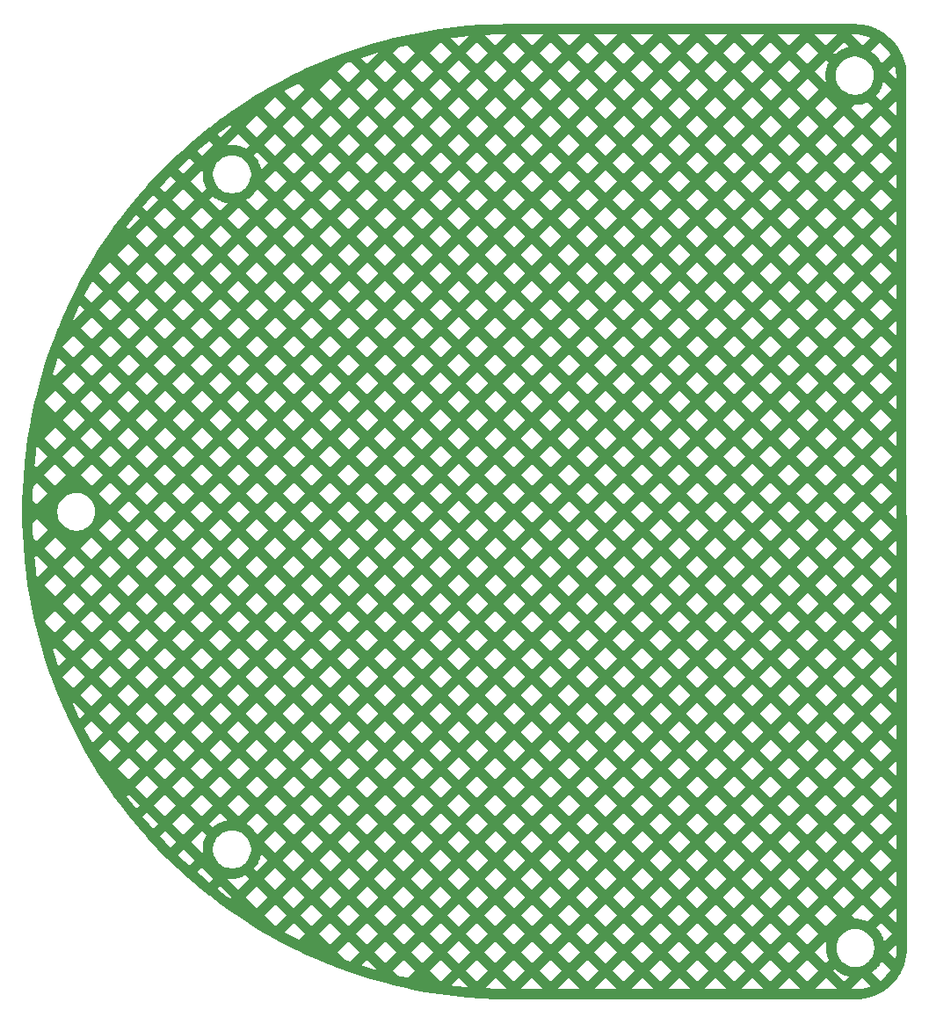
<source format=gbr>
G04 #@! TF.GenerationSoftware,KiCad,Pcbnew,9.0.2*
G04 #@! TF.CreationDate,2025-09-19T14:49:40-04:00*
G04 #@! TF.ProjectId,Trackball,54726163-6b62-4616-9c6c-2e6b69636164,rev?*
G04 #@! TF.SameCoordinates,Original*
G04 #@! TF.FileFunction,Copper,L2,Bot*
G04 #@! TF.FilePolarity,Positive*
%FSLAX46Y46*%
G04 Gerber Fmt 4.6, Leading zero omitted, Abs format (unit mm)*
G04 Created by KiCad (PCBNEW 9.0.2) date 2025-09-19 14:49:40*
%MOMM*%
%LPD*%
G01*
G04 APERTURE LIST*
G04 APERTURE END LIST*
G04 #@! TA.AperFunction,Conductor*
G36*
X57158187Y-54599508D02*
G01*
X57190093Y-54600827D01*
X57561029Y-54616162D01*
X57571372Y-54617018D01*
X57968921Y-54666552D01*
X57979145Y-54668258D01*
X58371231Y-54750438D01*
X58381303Y-54752987D01*
X58765266Y-54867253D01*
X58775090Y-54870625D01*
X59148314Y-55016199D01*
X59157831Y-55020373D01*
X59388698Y-55133190D01*
X59517739Y-55196248D01*
X59526896Y-55201201D01*
X59692371Y-55299760D01*
X59871048Y-55406181D01*
X59879764Y-55411872D01*
X60196683Y-55638043D01*
X60205828Y-55644569D01*
X60214045Y-55650961D01*
X60519797Y-55909788D01*
X60527457Y-55916837D01*
X60810780Y-56200001D01*
X60817833Y-56207658D01*
X61076820Y-56513252D01*
X61083217Y-56521465D01*
X61316095Y-56847398D01*
X61321791Y-56856109D01*
X61526979Y-57200171D01*
X61531925Y-57209303D01*
X61708003Y-57569114D01*
X61712189Y-57578646D01*
X61857960Y-57951758D01*
X61861345Y-57961603D01*
X61975820Y-58345483D01*
X61978380Y-58355573D01*
X62060775Y-58747592D01*
X62062493Y-58757859D01*
X62112244Y-59155319D01*
X62113110Y-59165694D01*
X62129966Y-59567975D01*
X62130076Y-59573172D01*
X62130091Y-59598943D01*
X62130112Y-59599073D01*
X62174515Y-143588931D01*
X62174515Y-143588953D01*
X62174517Y-143594598D01*
X62174412Y-143599784D01*
X62157939Y-144003158D01*
X62157083Y-144013546D01*
X62107655Y-144411543D01*
X62105944Y-144421824D01*
X62023789Y-144814380D01*
X62021234Y-144824485D01*
X61906914Y-145208914D01*
X61903532Y-145218773D01*
X61757837Y-145592418D01*
X61753653Y-145601964D01*
X61577562Y-145962318D01*
X61572602Y-145971485D01*
X61367343Y-146316031D01*
X61361643Y-146324757D01*
X61128604Y-146651168D01*
X61122202Y-146659393D01*
X60862984Y-146965423D01*
X60855924Y-146973091D01*
X60572301Y-147256650D01*
X60564632Y-147263708D01*
X60258533Y-147522863D01*
X60250307Y-147529262D01*
X59923853Y-147762221D01*
X59915125Y-147767920D01*
X59570522Y-147973106D01*
X59561354Y-147978063D01*
X59200978Y-148154064D01*
X59191431Y-148158247D01*
X58817736Y-148303862D01*
X58807877Y-148307241D01*
X58423429Y-148421472D01*
X58413323Y-148424025D01*
X58020751Y-148506090D01*
X58010469Y-148507799D01*
X57612448Y-148557138D01*
X57602061Y-148557991D01*
X57198735Y-148574370D01*
X57193523Y-148574474D01*
X23929710Y-148548420D01*
X23929573Y-148548400D01*
X23911085Y-148548400D01*
X23903714Y-148548400D01*
X23901898Y-148548387D01*
X22550894Y-148528915D01*
X22547264Y-148528810D01*
X21198326Y-148470456D01*
X21194701Y-148470247D01*
X19847967Y-148373040D01*
X19844349Y-148372726D01*
X18501032Y-148236755D01*
X18497425Y-148236338D01*
X17158508Y-148061701D01*
X17154914Y-148061179D01*
X15821634Y-147848039D01*
X15818057Y-147847414D01*
X14491495Y-147595943D01*
X14487937Y-147595216D01*
X13987827Y-147485394D01*
X21518999Y-147485394D01*
X22577814Y-147531197D01*
X23582859Y-147545683D01*
X23592703Y-147535840D01*
X25004088Y-147535840D01*
X25019519Y-147551271D01*
X27111167Y-147552910D01*
X27128237Y-147535840D01*
X28539622Y-147535840D01*
X28557825Y-147554043D01*
X30643934Y-147555677D01*
X30663771Y-147535840D01*
X32075156Y-147535840D01*
X32096130Y-147556814D01*
X34176701Y-147558444D01*
X34199305Y-147535840D01*
X35610690Y-147535840D01*
X35634435Y-147559585D01*
X37709468Y-147561211D01*
X37734839Y-147535840D01*
X39146224Y-147535840D01*
X39172741Y-147562357D01*
X41242234Y-147563978D01*
X41270372Y-147535840D01*
X42681758Y-147535840D01*
X42711046Y-147565128D01*
X44775001Y-147566745D01*
X44805906Y-147535840D01*
X46217292Y-147535840D01*
X46249351Y-147567899D01*
X48307768Y-147569512D01*
X48341440Y-147535840D01*
X49752826Y-147535840D01*
X49787657Y-147570671D01*
X51840535Y-147572279D01*
X51876974Y-147535840D01*
X53288359Y-147535840D01*
X53325961Y-147573442D01*
X55373302Y-147575046D01*
X55412508Y-147535840D01*
X56823893Y-147535840D01*
X56864266Y-147576213D01*
X57176268Y-147576458D01*
X57525493Y-147562277D01*
X57851872Y-147521819D01*
X58173780Y-147454526D01*
X58489019Y-147360858D01*
X58693417Y-147281213D01*
X57885968Y-146473764D01*
X56823893Y-147535840D01*
X55412508Y-147535840D01*
X55412509Y-147535839D01*
X54350434Y-146473764D01*
X53288359Y-147535840D01*
X51876974Y-147535840D01*
X51876975Y-147535839D01*
X50814901Y-146473765D01*
X49752826Y-147535840D01*
X48341440Y-147535840D01*
X48341441Y-147535839D01*
X47279367Y-146473765D01*
X46217292Y-147535840D01*
X44805906Y-147535840D01*
X44805907Y-147535839D01*
X43743833Y-146473765D01*
X42681758Y-147535840D01*
X41270372Y-147535840D01*
X41270373Y-147535839D01*
X40208299Y-146473765D01*
X39146224Y-147535840D01*
X37734839Y-147535840D01*
X37734840Y-147535839D01*
X36672765Y-146473764D01*
X35610690Y-147535840D01*
X34199305Y-147535840D01*
X34199306Y-147535839D01*
X33137231Y-146473764D01*
X32075156Y-147535840D01*
X30663771Y-147535840D01*
X30663772Y-147535839D01*
X29601697Y-146473764D01*
X28539622Y-147535840D01*
X27128237Y-147535840D01*
X27128238Y-147535839D01*
X26066163Y-146473764D01*
X25004088Y-147535840D01*
X23592703Y-147535840D01*
X23592704Y-147535839D01*
X22530629Y-146473764D01*
X21518999Y-147485394D01*
X13987827Y-147485394D01*
X13169113Y-147305608D01*
X13165578Y-147304778D01*
X12746731Y-147200063D01*
X18268797Y-147200063D01*
X18614042Y-147245094D01*
X19896206Y-147374875D01*
X18995096Y-146473765D01*
X18268797Y-147200063D01*
X12746731Y-147200063D01*
X11855664Y-146977289D01*
X11852154Y-146976357D01*
X10552262Y-146611265D01*
X10548780Y-146610233D01*
X9259910Y-146207821D01*
X9256460Y-146206689D01*
X7981961Y-145768073D01*
X12629720Y-145768073D01*
X13128416Y-146266769D01*
X13395423Y-146333523D01*
X14045634Y-146476306D01*
X14753868Y-145768073D01*
X16165253Y-145768073D01*
X17227328Y-146830148D01*
X18289404Y-145768073D01*
X19700787Y-145768073D01*
X20762862Y-146830148D01*
X21824938Y-145768073D01*
X23236321Y-145768073D01*
X24298396Y-146830148D01*
X25360472Y-145768073D01*
X26771855Y-145768073D01*
X27833930Y-146830148D01*
X28896005Y-145768073D01*
X30307389Y-145768073D01*
X31369464Y-146830148D01*
X32431539Y-145768073D01*
X33842923Y-145768073D01*
X34904998Y-146830148D01*
X35967073Y-145768073D01*
X37378457Y-145768073D01*
X38440532Y-146830148D01*
X39502607Y-145768073D01*
X40913991Y-145768073D01*
X41976066Y-146830148D01*
X43038141Y-145768073D01*
X44449525Y-145768073D01*
X45511600Y-146830148D01*
X46573675Y-145768073D01*
X47985059Y-145768073D01*
X49047134Y-146830148D01*
X50109209Y-145768073D01*
X51520593Y-145768073D01*
X52582668Y-146830148D01*
X53644743Y-145768073D01*
X53644742Y-145768072D01*
X55056126Y-145768072D01*
X56118201Y-146830147D01*
X56588970Y-146359377D01*
X56337873Y-146292096D01*
X56333906Y-146290963D01*
X56310535Y-146283873D01*
X56306612Y-146282612D01*
X56275680Y-146272112D01*
X56271795Y-146270722D01*
X56248952Y-146262124D01*
X56245120Y-146260610D01*
X55993877Y-146156541D01*
X55990099Y-146154903D01*
X55967889Y-146144841D01*
X55964167Y-146143081D01*
X55934871Y-146128637D01*
X55931197Y-146126750D01*
X55909637Y-146115227D01*
X55906029Y-146113222D01*
X55670499Y-145977240D01*
X55666964Y-145975122D01*
X55646252Y-145962243D01*
X55642792Y-145960012D01*
X55626970Y-145949442D01*
X58773029Y-145949442D01*
X59594666Y-146771078D01*
X59641220Y-146737857D01*
X59892221Y-146525349D01*
X60124776Y-146292847D01*
X60337344Y-146041892D01*
X60528432Y-145774240D01*
X60600688Y-145652950D01*
X59755730Y-144807992D01*
X59754903Y-144809901D01*
X59744841Y-144832111D01*
X59743081Y-144835833D01*
X59728637Y-144865129D01*
X59726750Y-144868803D01*
X59715227Y-144890363D01*
X59713222Y-144893971D01*
X59577240Y-145129501D01*
X59575122Y-145133036D01*
X59562243Y-145153748D01*
X59560012Y-145157208D01*
X59541865Y-145184371D01*
X59539518Y-145187763D01*
X59525281Y-145207633D01*
X59522820Y-145210951D01*
X59357259Y-145426711D01*
X59354699Y-145429936D01*
X59339232Y-145448784D01*
X59336569Y-145451924D01*
X59315034Y-145476484D01*
X59312260Y-145479544D01*
X59295550Y-145497386D01*
X59292680Y-145500351D01*
X59100351Y-145692680D01*
X59097386Y-145695550D01*
X59079544Y-145712260D01*
X59076484Y-145715034D01*
X59051924Y-145736569D01*
X59048784Y-145739232D01*
X59029936Y-145754699D01*
X59026711Y-145757259D01*
X58810951Y-145922820D01*
X58807633Y-145925281D01*
X58787763Y-145939518D01*
X58784371Y-145941865D01*
X58773029Y-145949442D01*
X55626970Y-145949442D01*
X55615629Y-145941865D01*
X55612237Y-145939518D01*
X55592367Y-145925281D01*
X55589049Y-145922820D01*
X55373289Y-145757259D01*
X55370064Y-145754699D01*
X55351216Y-145739232D01*
X55348076Y-145736569D01*
X55323516Y-145715034D01*
X55320456Y-145712260D01*
X55302614Y-145695550D01*
X55299649Y-145692680D01*
X55215584Y-145608615D01*
X55056126Y-145768072D01*
X53644742Y-145768072D01*
X52582668Y-144705998D01*
X51520593Y-145768073D01*
X50109209Y-145768073D01*
X49047134Y-144705998D01*
X47985059Y-145768073D01*
X46573675Y-145768073D01*
X45511600Y-144705998D01*
X44449525Y-145768073D01*
X43038141Y-145768073D01*
X41976066Y-144705998D01*
X40913991Y-145768073D01*
X39502607Y-145768073D01*
X38440532Y-144705997D01*
X37378457Y-145768073D01*
X35967073Y-145768073D01*
X34904998Y-144705997D01*
X33842923Y-145768073D01*
X32431539Y-145768073D01*
X31369464Y-144705997D01*
X30307389Y-145768073D01*
X28896005Y-145768073D01*
X27833930Y-144705997D01*
X26771855Y-145768073D01*
X25360472Y-145768073D01*
X24298396Y-144705997D01*
X23236321Y-145768073D01*
X21824938Y-145768073D01*
X20762862Y-144705997D01*
X19700787Y-145768073D01*
X18289404Y-145768073D01*
X17227328Y-144705997D01*
X16165253Y-145768073D01*
X14753868Y-145768073D01*
X14753869Y-145768072D01*
X13691795Y-144705998D01*
X12629720Y-145768073D01*
X7981961Y-145768073D01*
X7979744Y-145767310D01*
X7976327Y-145766079D01*
X7833463Y-145712260D01*
X7270947Y-145500351D01*
X6712779Y-145290080D01*
X6709400Y-145288751D01*
X6656368Y-145267008D01*
X9595250Y-145267008D01*
X10834228Y-145653843D01*
X11209508Y-145759245D01*
X10156261Y-144705998D01*
X9595250Y-145267008D01*
X6656368Y-145267008D01*
X5460111Y-144776543D01*
X5456771Y-144775117D01*
X4222755Y-144227118D01*
X4219457Y-144225596D01*
X3749164Y-144000306D01*
X7326419Y-144000306D01*
X8055578Y-144729465D01*
X8316403Y-144827723D01*
X8544613Y-144906260D01*
X9450567Y-144000306D01*
X10861953Y-144000306D01*
X11924028Y-145062381D01*
X12986103Y-144000306D01*
X14397487Y-144000306D01*
X15459562Y-145062381D01*
X16521637Y-144000306D01*
X17933020Y-144000306D01*
X18995095Y-145062381D01*
X20057171Y-144000306D01*
X21468554Y-144000306D01*
X22530629Y-145062381D01*
X23592705Y-144000306D01*
X25004088Y-144000306D01*
X26066163Y-145062381D01*
X27128239Y-144000306D01*
X28539622Y-144000306D01*
X29601697Y-145062381D01*
X30663772Y-144000306D01*
X32075156Y-144000306D01*
X33137231Y-145062381D01*
X34199306Y-144000306D01*
X35610690Y-144000306D01*
X36672765Y-145062381D01*
X37734840Y-144000306D01*
X39146224Y-144000306D01*
X40208299Y-145062381D01*
X41270374Y-144000306D01*
X42681758Y-144000306D01*
X43743833Y-145062381D01*
X44805908Y-144000306D01*
X46217292Y-144000306D01*
X47279367Y-145062381D01*
X48341442Y-144000306D01*
X49752826Y-144000306D01*
X50814901Y-145062381D01*
X51876976Y-144000306D01*
X53288359Y-144000306D01*
X54350434Y-145062380D01*
X54632689Y-144780124D01*
X54539390Y-144554880D01*
X54537876Y-144551048D01*
X54529278Y-144528205D01*
X54527888Y-144524320D01*
X54517388Y-144493388D01*
X54516127Y-144489465D01*
X54509037Y-144466094D01*
X54507904Y-144462127D01*
X54437517Y-144199440D01*
X54436517Y-144195446D01*
X54430978Y-144171695D01*
X54430108Y-144167668D01*
X54423733Y-144135631D01*
X54422993Y-144131568D01*
X54419011Y-144107452D01*
X54418406Y-144103371D01*
X54382908Y-143833731D01*
X54382437Y-143829640D01*
X54380045Y-143805364D01*
X54379708Y-143801256D01*
X54377570Y-143768662D01*
X54377368Y-143764540D01*
X54376568Y-143740118D01*
X54376500Y-143735993D01*
X54376500Y-143480347D01*
X55374500Y-143480347D01*
X55374500Y-143719652D01*
X55405733Y-143956894D01*
X55405734Y-143956900D01*
X55405735Y-143956902D01*
X55467670Y-144188047D01*
X55559246Y-144409130D01*
X55559247Y-144409131D01*
X55559252Y-144409142D01*
X55678895Y-144616371D01*
X55718188Y-144667578D01*
X55801800Y-144776543D01*
X55824572Y-144806219D01*
X55824585Y-144806233D01*
X55993766Y-144975414D01*
X55993780Y-144975427D01*
X55993782Y-144975429D01*
X56069688Y-145033674D01*
X56183628Y-145121104D01*
X56390857Y-145240747D01*
X56390861Y-145240748D01*
X56390870Y-145240754D01*
X56611953Y-145332330D01*
X56843098Y-145394265D01*
X56843104Y-145394265D01*
X56843105Y-145394266D01*
X56870328Y-145397849D01*
X57080350Y-145425500D01*
X57080357Y-145425500D01*
X57319643Y-145425500D01*
X57319650Y-145425500D01*
X57556902Y-145394265D01*
X57788047Y-145332330D01*
X58009130Y-145240754D01*
X58216370Y-145121105D01*
X58406218Y-144975429D01*
X58575429Y-144806218D01*
X58721105Y-144616370D01*
X58840754Y-144409130D01*
X58932330Y-144188047D01*
X58982635Y-144000306D01*
X60359427Y-144000306D01*
X61026699Y-144667578D01*
X61054346Y-144574609D01*
X61121712Y-144252719D01*
X61162242Y-143926371D01*
X61176507Y-143577049D01*
X61176299Y-143183433D01*
X60359427Y-144000306D01*
X58982635Y-144000306D01*
X58994265Y-143956902D01*
X59025500Y-143719650D01*
X59025500Y-143480350D01*
X58994265Y-143243098D01*
X58932330Y-143011953D01*
X58840754Y-142790870D01*
X58840748Y-142790861D01*
X58840747Y-142790857D01*
X58721104Y-142583628D01*
X58603213Y-142429991D01*
X58575429Y-142393782D01*
X58575427Y-142393780D01*
X58575414Y-142393766D01*
X58406233Y-142224585D01*
X58406219Y-142224572D01*
X58216371Y-142078895D01*
X58009142Y-141959252D01*
X58009134Y-141959248D01*
X58009130Y-141959246D01*
X57788047Y-141867670D01*
X57556902Y-141805735D01*
X57556900Y-141805734D01*
X57556894Y-141805733D01*
X57319652Y-141774500D01*
X57319650Y-141774500D01*
X57080350Y-141774500D01*
X57080347Y-141774500D01*
X56843105Y-141805733D01*
X56611953Y-141867670D01*
X56390868Y-141959247D01*
X56390857Y-141959252D01*
X56183628Y-142078895D01*
X55993780Y-142224572D01*
X55993766Y-142224585D01*
X55824585Y-142393766D01*
X55824572Y-142393780D01*
X55678895Y-142583628D01*
X55559252Y-142790857D01*
X55559247Y-142790868D01*
X55467670Y-143011953D01*
X55405733Y-143243105D01*
X55374500Y-143480347D01*
X54376500Y-143480347D01*
X54376500Y-143464007D01*
X54376568Y-143459882D01*
X54377368Y-143435460D01*
X54377570Y-143431338D01*
X54379708Y-143398744D01*
X54380045Y-143394636D01*
X54382437Y-143370360D01*
X54382908Y-143366269D01*
X54418406Y-143096629D01*
X54419011Y-143092548D01*
X54422993Y-143068432D01*
X54423733Y-143064369D01*
X54430108Y-143032332D01*
X54430978Y-143028305D01*
X54432780Y-143020576D01*
X54350434Y-142938230D01*
X53288359Y-144000306D01*
X51876976Y-144000306D01*
X50814901Y-142938231D01*
X49752826Y-144000306D01*
X48341442Y-144000306D01*
X47279367Y-142938231D01*
X46217292Y-144000306D01*
X44805908Y-144000306D01*
X43743833Y-142938231D01*
X42681758Y-144000306D01*
X41270374Y-144000306D01*
X40208299Y-142938231D01*
X39146224Y-144000306D01*
X37734840Y-144000306D01*
X36672765Y-142938230D01*
X35610690Y-144000306D01*
X34199306Y-144000306D01*
X33137231Y-142938230D01*
X32075156Y-144000306D01*
X30663772Y-144000306D01*
X29601697Y-142938230D01*
X28539622Y-144000306D01*
X27128239Y-144000306D01*
X26066163Y-142938230D01*
X25004088Y-144000306D01*
X23592705Y-144000306D01*
X22530629Y-142938230D01*
X21468554Y-144000306D01*
X20057171Y-144000306D01*
X18995095Y-142938230D01*
X17933020Y-144000306D01*
X16521637Y-144000306D01*
X15459562Y-142938231D01*
X14397487Y-144000306D01*
X12986103Y-144000306D01*
X11924028Y-142938231D01*
X10861953Y-144000306D01*
X9450567Y-144000306D01*
X9450568Y-144000305D01*
X8388494Y-142938231D01*
X7326419Y-144000306D01*
X3749164Y-144000306D01*
X3001750Y-143642264D01*
X2998498Y-143640648D01*
X1798106Y-143022467D01*
X1794902Y-143020758D01*
X612833Y-142368245D01*
X609680Y-142366445D01*
X136360Y-142087076D01*
X2168579Y-142087076D01*
X2266150Y-142140936D01*
X3444271Y-142747648D01*
X3571304Y-142808502D01*
X4147268Y-142232539D01*
X5558651Y-142232539D01*
X6620727Y-143294614D01*
X7682802Y-142232539D01*
X9094185Y-142232539D01*
X10156261Y-143294614D01*
X11218336Y-142232539D01*
X12629719Y-142232539D01*
X13691795Y-143294614D01*
X14753870Y-142232539D01*
X16165253Y-142232539D01*
X17227328Y-143294614D01*
X18289404Y-142232539D01*
X19700787Y-142232539D01*
X20762862Y-143294614D01*
X21824938Y-142232539D01*
X23236321Y-142232539D01*
X24298396Y-143294614D01*
X25360472Y-142232539D01*
X26771854Y-142232539D01*
X27833930Y-143294614D01*
X28896005Y-142232539D01*
X30307388Y-142232539D01*
X31369464Y-143294614D01*
X32431539Y-142232539D01*
X33842922Y-142232539D01*
X34904998Y-143294614D01*
X35967073Y-142232539D01*
X37378456Y-142232539D01*
X38440532Y-143294614D01*
X39502607Y-142232539D01*
X40913990Y-142232539D01*
X41976066Y-143294614D01*
X43038141Y-142232539D01*
X44449524Y-142232539D01*
X45511600Y-143294614D01*
X46573675Y-142232539D01*
X47985058Y-142232539D01*
X49047134Y-143294614D01*
X50109209Y-142232539D01*
X51520592Y-142232539D01*
X52582668Y-143294614D01*
X53644743Y-142232539D01*
X53027788Y-141615584D01*
X59208615Y-141615584D01*
X59292680Y-141699649D01*
X59295550Y-141702614D01*
X59312260Y-141720456D01*
X59315034Y-141723516D01*
X59336569Y-141748076D01*
X59339232Y-141751216D01*
X59354699Y-141770064D01*
X59357259Y-141773289D01*
X59522820Y-141989049D01*
X59525281Y-141992367D01*
X59539518Y-142012237D01*
X59541865Y-142015629D01*
X59560012Y-142042792D01*
X59562243Y-142046252D01*
X59575122Y-142066964D01*
X59577240Y-142070499D01*
X59713222Y-142306029D01*
X59715227Y-142309637D01*
X59726750Y-142331197D01*
X59728637Y-142334871D01*
X59743081Y-142364167D01*
X59744841Y-142367889D01*
X59754903Y-142390099D01*
X59756541Y-142393877D01*
X59860610Y-142645120D01*
X59862124Y-142648952D01*
X59870722Y-142671795D01*
X59872112Y-142675680D01*
X59882612Y-142706612D01*
X59883873Y-142710535D01*
X59890963Y-142733906D01*
X59892096Y-142737873D01*
X59959377Y-142988972D01*
X60715811Y-142232539D01*
X59653736Y-141170464D01*
X59208615Y-141615584D01*
X53027788Y-141615584D01*
X52582668Y-141170464D01*
X51520592Y-142232539D01*
X50109209Y-142232539D01*
X49047134Y-141170464D01*
X47985058Y-142232539D01*
X46573675Y-142232539D01*
X45511600Y-141170464D01*
X44449524Y-142232539D01*
X43038141Y-142232539D01*
X41976066Y-141170464D01*
X40913990Y-142232539D01*
X39502607Y-142232539D01*
X38440532Y-141170463D01*
X37378456Y-142232539D01*
X35967073Y-142232539D01*
X34904998Y-141170463D01*
X33842922Y-142232539D01*
X32431539Y-142232539D01*
X31369464Y-141170463D01*
X30307388Y-142232539D01*
X28896005Y-142232539D01*
X27833930Y-141170463D01*
X26771854Y-142232539D01*
X25360472Y-142232539D01*
X24298396Y-141170463D01*
X23236321Y-142232539D01*
X21824938Y-142232539D01*
X20762862Y-141170463D01*
X19700787Y-142232539D01*
X18289404Y-142232539D01*
X17227328Y-141170463D01*
X16165253Y-142232539D01*
X14753870Y-142232539D01*
X13691795Y-141170464D01*
X12629719Y-142232539D01*
X11218336Y-142232539D01*
X10156261Y-141170464D01*
X9094185Y-142232539D01*
X7682802Y-142232539D01*
X6620727Y-141170464D01*
X5558651Y-142232539D01*
X4147268Y-142232539D01*
X3085192Y-141170463D01*
X2168579Y-142087076D01*
X136360Y-142087076D01*
X-553106Y-141680131D01*
X-556207Y-141678240D01*
X-1698734Y-140958701D01*
X-1701778Y-140956722D01*
X-2435170Y-140464772D01*
X255350Y-140464772D01*
X1317426Y-141526847D01*
X2379501Y-140464772D01*
X3790884Y-140464772D01*
X4852960Y-141526847D01*
X5915035Y-140464772D01*
X7326418Y-140464772D01*
X8388494Y-141526847D01*
X9450569Y-140464772D01*
X10861952Y-140464772D01*
X11924028Y-141526847D01*
X12986103Y-140464772D01*
X14397486Y-140464772D01*
X15459562Y-141526847D01*
X16521637Y-140464772D01*
X17933020Y-140464772D01*
X18995095Y-141526847D01*
X20057171Y-140464772D01*
X21468554Y-140464772D01*
X22530629Y-141526847D01*
X23592705Y-140464772D01*
X25004088Y-140464772D01*
X26066163Y-141526847D01*
X27128239Y-140464772D01*
X28539621Y-140464772D01*
X29601697Y-141526847D01*
X30663772Y-140464772D01*
X32075155Y-140464772D01*
X33137231Y-141526847D01*
X34199306Y-140464772D01*
X35610689Y-140464772D01*
X36672765Y-141526847D01*
X37734840Y-140464772D01*
X39146223Y-140464772D01*
X40208299Y-141526847D01*
X41270374Y-140464772D01*
X42681757Y-140464772D01*
X43743833Y-141526847D01*
X44805908Y-140464772D01*
X46217291Y-140464772D01*
X47279367Y-141526847D01*
X48341442Y-140464772D01*
X49752825Y-140464772D01*
X50814901Y-141526847D01*
X51876976Y-140464772D01*
X53288359Y-140464772D01*
X54350434Y-141526847D01*
X55412510Y-140464772D01*
X56823893Y-140464772D01*
X57135621Y-140776500D01*
X57335993Y-140776500D01*
X57340118Y-140776568D01*
X57364540Y-140777368D01*
X57368662Y-140777570D01*
X57401256Y-140779708D01*
X57405364Y-140780045D01*
X57429640Y-140782437D01*
X57433731Y-140782908D01*
X57703371Y-140818406D01*
X57707452Y-140819011D01*
X57731568Y-140822993D01*
X57735631Y-140823733D01*
X57767668Y-140830108D01*
X57771695Y-140830978D01*
X57795446Y-140836517D01*
X57799440Y-140837517D01*
X58062127Y-140907904D01*
X58066094Y-140909037D01*
X58089465Y-140916127D01*
X58093388Y-140917388D01*
X58124320Y-140927888D01*
X58128205Y-140929278D01*
X58151048Y-140937876D01*
X58154880Y-140939390D01*
X58380125Y-141032690D01*
X58948044Y-140464772D01*
X60359427Y-140464772D01*
X61175293Y-141280638D01*
X61174430Y-139649768D01*
X60359427Y-140464772D01*
X58948044Y-140464772D01*
X57885968Y-139402696D01*
X56823893Y-140464772D01*
X55412510Y-140464772D01*
X54350434Y-139402696D01*
X53288359Y-140464772D01*
X51876976Y-140464772D01*
X50814901Y-139402697D01*
X49752825Y-140464772D01*
X48341442Y-140464772D01*
X47279367Y-139402697D01*
X46217291Y-140464772D01*
X44805908Y-140464772D01*
X43743833Y-139402697D01*
X42681757Y-140464772D01*
X41270374Y-140464772D01*
X40208299Y-139402697D01*
X39146223Y-140464772D01*
X37734840Y-140464772D01*
X36672765Y-139402696D01*
X35610689Y-140464772D01*
X34199306Y-140464772D01*
X33137231Y-139402696D01*
X32075155Y-140464772D01*
X30663772Y-140464772D01*
X29601697Y-139402696D01*
X28539621Y-140464772D01*
X27128239Y-140464772D01*
X26066163Y-139402696D01*
X25004088Y-140464772D01*
X23592705Y-140464772D01*
X22530629Y-139402696D01*
X21468554Y-140464772D01*
X20057171Y-140464772D01*
X18995095Y-139402696D01*
X17933020Y-140464772D01*
X16521637Y-140464772D01*
X15459562Y-139402697D01*
X14397486Y-140464772D01*
X12986103Y-140464772D01*
X11924028Y-139402697D01*
X10861952Y-140464772D01*
X9450569Y-140464772D01*
X8388494Y-139402697D01*
X7326418Y-140464772D01*
X5915035Y-140464772D01*
X4852960Y-139402697D01*
X3790884Y-140464772D01*
X2379501Y-140464772D01*
X1317426Y-139402697D01*
X255350Y-140464772D01*
X-2435170Y-140464772D01*
X-2823071Y-140204573D01*
X-2826058Y-140202507D01*
X-3925267Y-139418316D01*
X-3928192Y-139416164D01*
X-5004278Y-138600673D01*
X-5007141Y-138598438D01*
X-5861896Y-137911017D01*
X-4261962Y-137911017D01*
X-3335421Y-138613179D01*
X-3046262Y-138819468D01*
X-2923799Y-138697005D01*
X-1512416Y-138697005D01*
X-450340Y-139759080D01*
X611734Y-138697005D01*
X2023117Y-138697005D01*
X3085193Y-139759080D01*
X4147268Y-138697005D01*
X5558651Y-138697005D01*
X6620727Y-139759080D01*
X7682802Y-138697005D01*
X9094185Y-138697005D01*
X10156261Y-139759080D01*
X11218336Y-138697005D01*
X12629719Y-138697005D01*
X13691795Y-139759080D01*
X14753870Y-138697005D01*
X16165253Y-138697005D01*
X17227328Y-139759080D01*
X18289404Y-138697005D01*
X19700787Y-138697005D01*
X20762862Y-139759080D01*
X21824938Y-138697005D01*
X23236321Y-138697005D01*
X24298396Y-139759080D01*
X25360472Y-138697005D01*
X26771854Y-138697005D01*
X27833930Y-139759080D01*
X28896005Y-138697005D01*
X30307388Y-138697005D01*
X31369464Y-139759080D01*
X32431539Y-138697005D01*
X33842922Y-138697005D01*
X34904998Y-139759080D01*
X35967073Y-138697005D01*
X37378456Y-138697005D01*
X38440532Y-139759080D01*
X39502607Y-138697005D01*
X40913990Y-138697005D01*
X41976066Y-139759080D01*
X43038141Y-138697005D01*
X44449524Y-138697005D01*
X45511600Y-139759080D01*
X46573675Y-138697005D01*
X47985058Y-138697005D01*
X49047134Y-139759080D01*
X50109209Y-138697005D01*
X51520592Y-138697005D01*
X52582668Y-139759080D01*
X53644743Y-138697005D01*
X55056126Y-138697005D01*
X56118201Y-139759080D01*
X57180277Y-138697005D01*
X58591660Y-138697005D01*
X59653735Y-139759080D01*
X60715811Y-138697005D01*
X59653735Y-137634929D01*
X58591660Y-138697005D01*
X57180277Y-138697005D01*
X56118201Y-137634929D01*
X55056126Y-138697005D01*
X53644743Y-138697005D01*
X52582668Y-137634930D01*
X51520592Y-138697005D01*
X50109209Y-138697005D01*
X49047134Y-137634930D01*
X47985058Y-138697005D01*
X46573675Y-138697005D01*
X45511600Y-137634930D01*
X44449524Y-138697005D01*
X43038141Y-138697005D01*
X41976066Y-137634930D01*
X40913990Y-138697005D01*
X39502607Y-138697005D01*
X38440532Y-137634929D01*
X37378456Y-138697005D01*
X35967073Y-138697005D01*
X34904998Y-137634929D01*
X33842922Y-138697005D01*
X32431539Y-138697005D01*
X31369464Y-137634929D01*
X30307388Y-138697005D01*
X28896005Y-138697005D01*
X27833930Y-137634929D01*
X26771854Y-138697005D01*
X25360472Y-138697005D01*
X24298396Y-137634929D01*
X23236321Y-138697005D01*
X21824938Y-138697005D01*
X20762862Y-137634929D01*
X19700787Y-138697005D01*
X18289404Y-138697005D01*
X17227328Y-137634929D01*
X16165253Y-138697005D01*
X14753870Y-138697005D01*
X13691795Y-137634930D01*
X12629719Y-138697005D01*
X11218336Y-138697005D01*
X10156261Y-137634930D01*
X9094185Y-138697005D01*
X7682802Y-138697005D01*
X6620727Y-137634930D01*
X5558651Y-138697005D01*
X4147268Y-138697005D01*
X3085193Y-137634930D01*
X2023117Y-138697005D01*
X611734Y-138697005D01*
X-450340Y-137634929D01*
X-1512416Y-138697005D01*
X-2923799Y-138697005D01*
X-3985874Y-137634929D01*
X-4261962Y-137911017D01*
X-5861896Y-137911017D01*
X-6059322Y-137752241D01*
X-6062118Y-137749925D01*
X-7089455Y-136873776D01*
X-7092184Y-136871380D01*
X-7705084Y-136317386D01*
X-6203865Y-136317386D01*
X-5424102Y-136982397D01*
X-5047555Y-137285227D01*
X-4691566Y-136929238D01*
X-3280183Y-136929238D01*
X-2218107Y-137991313D01*
X-1156032Y-136929238D01*
X255350Y-136929238D01*
X1317426Y-137991313D01*
X2379501Y-136929238D01*
X3790884Y-136929238D01*
X4852960Y-137991313D01*
X5915035Y-136929238D01*
X7326418Y-136929238D01*
X8388494Y-137991313D01*
X9450569Y-136929238D01*
X10861952Y-136929238D01*
X11924028Y-137991313D01*
X12986103Y-136929238D01*
X14397486Y-136929238D01*
X15459562Y-137991313D01*
X16521637Y-136929238D01*
X17933020Y-136929238D01*
X18995095Y-137991313D01*
X20057171Y-136929238D01*
X21468554Y-136929238D01*
X22530629Y-137991313D01*
X23592705Y-136929238D01*
X25004088Y-136929238D01*
X26066163Y-137991313D01*
X27128239Y-136929238D01*
X28539621Y-136929238D01*
X29601697Y-137991313D01*
X30663772Y-136929238D01*
X32075155Y-136929238D01*
X33137231Y-137991313D01*
X34199306Y-136929238D01*
X35610689Y-136929238D01*
X36672765Y-137991313D01*
X37734840Y-136929238D01*
X39146223Y-136929238D01*
X40208299Y-137991313D01*
X41270374Y-136929238D01*
X42681757Y-136929238D01*
X43743833Y-137991313D01*
X44805908Y-136929238D01*
X46217291Y-136929238D01*
X47279367Y-137991313D01*
X48341442Y-136929238D01*
X49752825Y-136929238D01*
X50814901Y-137991313D01*
X51876976Y-136929238D01*
X53288359Y-136929238D01*
X54350434Y-137991313D01*
X55412510Y-136929238D01*
X56823893Y-136929238D01*
X57885968Y-137991313D01*
X58948044Y-136929238D01*
X60359427Y-136929238D01*
X61173423Y-137743234D01*
X61172562Y-136116102D01*
X60359427Y-136929238D01*
X58948044Y-136929238D01*
X57885968Y-135867162D01*
X56823893Y-136929238D01*
X55412510Y-136929238D01*
X54350434Y-135867162D01*
X53288359Y-136929238D01*
X51876976Y-136929238D01*
X50814901Y-135867163D01*
X49752825Y-136929238D01*
X48341442Y-136929238D01*
X47279367Y-135867163D01*
X46217291Y-136929238D01*
X44805908Y-136929238D01*
X43743833Y-135867163D01*
X42681757Y-136929238D01*
X41270374Y-136929238D01*
X40208299Y-135867163D01*
X39146223Y-136929238D01*
X37734840Y-136929238D01*
X36672765Y-135867162D01*
X35610689Y-136929238D01*
X34199306Y-136929238D01*
X33137231Y-135867162D01*
X32075155Y-136929238D01*
X30663772Y-136929238D01*
X29601697Y-135867162D01*
X28539621Y-136929238D01*
X27128239Y-136929238D01*
X26066163Y-135867162D01*
X25004088Y-136929238D01*
X23592705Y-136929238D01*
X22530629Y-135867162D01*
X21468554Y-136929238D01*
X20057171Y-136929238D01*
X18995095Y-135867162D01*
X17933020Y-136929238D01*
X16521637Y-136929238D01*
X15459562Y-135867163D01*
X14397486Y-136929238D01*
X12986103Y-136929238D01*
X11924028Y-135867163D01*
X10861952Y-136929238D01*
X9450569Y-136929238D01*
X8388494Y-135867163D01*
X7326418Y-136929238D01*
X5915035Y-136929238D01*
X4852960Y-135867163D01*
X3790884Y-136929238D01*
X2379501Y-136929238D01*
X1317426Y-135867163D01*
X255350Y-136929238D01*
X-1156032Y-136929238D01*
X-1502786Y-136582483D01*
X-1556029Y-136613222D01*
X-1559637Y-136615227D01*
X-1581197Y-136626750D01*
X-1584871Y-136628637D01*
X-1614167Y-136643081D01*
X-1617889Y-136644841D01*
X-1640099Y-136654903D01*
X-1643877Y-136656541D01*
X-1895120Y-136760610D01*
X-1898952Y-136762124D01*
X-1921795Y-136770722D01*
X-1925680Y-136772112D01*
X-1956612Y-136782612D01*
X-1960535Y-136783873D01*
X-1983906Y-136790963D01*
X-1987873Y-136792096D01*
X-2250560Y-136862483D01*
X-2254554Y-136863483D01*
X-2278305Y-136869022D01*
X-2282332Y-136869892D01*
X-2314369Y-136876267D01*
X-2318432Y-136877007D01*
X-2342548Y-136880989D01*
X-2346629Y-136881594D01*
X-2616269Y-136917092D01*
X-2620360Y-136917563D01*
X-2644636Y-136919955D01*
X-2648744Y-136920292D01*
X-2681338Y-136922430D01*
X-2685460Y-136922632D01*
X-2709882Y-136923432D01*
X-2714007Y-136923500D01*
X-2985993Y-136923500D01*
X-2990118Y-136923432D01*
X-3014540Y-136922632D01*
X-3018662Y-136922430D01*
X-3051256Y-136920292D01*
X-3055364Y-136919955D01*
X-3079640Y-136917563D01*
X-3083731Y-136917092D01*
X-3246595Y-136895650D01*
X-3280183Y-136929238D01*
X-4691566Y-136929238D01*
X-5664334Y-135956469D01*
X-717416Y-135956469D01*
X-450340Y-136223546D01*
X611735Y-135161471D01*
X2023117Y-135161471D01*
X3085193Y-136223546D01*
X4147268Y-135161471D01*
X5558651Y-135161471D01*
X6620727Y-136223546D01*
X7682802Y-135161471D01*
X9094185Y-135161471D01*
X10156261Y-136223546D01*
X11218336Y-135161471D01*
X12629719Y-135161471D01*
X13691795Y-136223546D01*
X14753870Y-135161471D01*
X16165253Y-135161471D01*
X17227328Y-136223546D01*
X18289404Y-135161471D01*
X19700787Y-135161471D01*
X20762862Y-136223546D01*
X21824938Y-135161471D01*
X23236321Y-135161471D01*
X24298396Y-136223546D01*
X25360472Y-135161471D01*
X26771854Y-135161471D01*
X27833930Y-136223546D01*
X28896005Y-135161471D01*
X30307388Y-135161471D01*
X31369464Y-136223546D01*
X32431539Y-135161471D01*
X33842922Y-135161471D01*
X34904998Y-136223546D01*
X35967073Y-135161471D01*
X37378456Y-135161471D01*
X38440532Y-136223546D01*
X39502607Y-135161471D01*
X40913990Y-135161471D01*
X41976066Y-136223546D01*
X43038141Y-135161471D01*
X44449524Y-135161471D01*
X45511600Y-136223546D01*
X46573675Y-135161471D01*
X47985058Y-135161471D01*
X49047134Y-136223546D01*
X50109209Y-135161471D01*
X51520592Y-135161471D01*
X52582668Y-136223546D01*
X53644743Y-135161471D01*
X55056126Y-135161471D01*
X56118201Y-136223546D01*
X57180277Y-135161471D01*
X58591660Y-135161471D01*
X59653735Y-136223546D01*
X60715811Y-135161471D01*
X59653735Y-134099395D01*
X58591660Y-135161471D01*
X57180277Y-135161471D01*
X56118201Y-134099395D01*
X55056126Y-135161471D01*
X53644743Y-135161471D01*
X52582668Y-134099396D01*
X51520592Y-135161471D01*
X50109209Y-135161471D01*
X49047134Y-134099396D01*
X47985058Y-135161471D01*
X46573675Y-135161471D01*
X45511600Y-134099396D01*
X44449524Y-135161471D01*
X43038141Y-135161471D01*
X41976066Y-134099396D01*
X40913990Y-135161471D01*
X39502607Y-135161471D01*
X38440532Y-134099395D01*
X37378456Y-135161471D01*
X35967073Y-135161471D01*
X34904998Y-134099395D01*
X33842922Y-135161471D01*
X32431539Y-135161471D01*
X31369464Y-134099395D01*
X30307388Y-135161471D01*
X28896005Y-135161471D01*
X27833930Y-134099395D01*
X26771854Y-135161471D01*
X25360472Y-135161471D01*
X24298396Y-134099395D01*
X23236321Y-135161471D01*
X21824938Y-135161471D01*
X20762862Y-134099395D01*
X19700787Y-135161471D01*
X18289404Y-135161471D01*
X17227328Y-134099395D01*
X16165253Y-135161471D01*
X14753870Y-135161471D01*
X13691795Y-134099396D01*
X12629719Y-135161471D01*
X11218336Y-135161471D01*
X10156261Y-134099396D01*
X9094185Y-135161471D01*
X7682802Y-135161471D01*
X6620727Y-134099396D01*
X5558651Y-135161471D01*
X4147268Y-135161471D01*
X3085193Y-134099396D01*
X2023117Y-135161471D01*
X611735Y-135161471D01*
X-54208Y-134495527D01*
X-68406Y-134603371D01*
X-69011Y-134607452D01*
X-72993Y-134631568D01*
X-73733Y-134635631D01*
X-80108Y-134667668D01*
X-80978Y-134671695D01*
X-86517Y-134695446D01*
X-87517Y-134699440D01*
X-157904Y-134962127D01*
X-159037Y-134966094D01*
X-166127Y-134989465D01*
X-167388Y-134993388D01*
X-177888Y-135024320D01*
X-179278Y-135028205D01*
X-187876Y-135051048D01*
X-189390Y-135054880D01*
X-293459Y-135306123D01*
X-295097Y-135309901D01*
X-305159Y-135332111D01*
X-306919Y-135335833D01*
X-321363Y-135365129D01*
X-323250Y-135368803D01*
X-334773Y-135390363D01*
X-336778Y-135393971D01*
X-472760Y-135629501D01*
X-474878Y-135633036D01*
X-487757Y-135653748D01*
X-489988Y-135657208D01*
X-508135Y-135684371D01*
X-510482Y-135687763D01*
X-524719Y-135707633D01*
X-527180Y-135710951D01*
X-692741Y-135926711D01*
X-695301Y-135929936D01*
X-710768Y-135948784D01*
X-713431Y-135951924D01*
X-717416Y-135956469D01*
X-5664334Y-135956469D01*
X-5753641Y-135867162D01*
X-6203865Y-136317386D01*
X-7705084Y-136317386D01*
X-8093857Y-135965978D01*
X-8096516Y-135963504D01*
X-9071678Y-135029616D01*
X-9074264Y-135027067D01*
X-9468529Y-134627079D01*
X-8049092Y-134627079D01*
X-7415339Y-135234010D01*
X-6951306Y-135653444D01*
X-6459333Y-135161471D01*
X-7521408Y-134099395D01*
X-8049092Y-134627079D01*
X-9468529Y-134627079D01*
X-10022108Y-134065464D01*
X-10024620Y-134062841D01*
X-10944361Y-133074321D01*
X-10946796Y-133071627D01*
X-11149418Y-132840860D01*
X-9798407Y-132840860D01*
X-9302521Y-133373828D01*
X-8758819Y-133925423D01*
X-8227100Y-133393704D01*
X-6815717Y-133393704D01*
X-5753641Y-134455779D01*
X-5662962Y-134365100D01*
X-5667092Y-134333731D01*
X-5667563Y-134329640D01*
X-5669955Y-134305364D01*
X-5670292Y-134301256D01*
X-5672430Y-134268662D01*
X-5672632Y-134264540D01*
X-5673432Y-134240118D01*
X-5673500Y-134235993D01*
X-5673500Y-133980350D01*
X-4675500Y-133980350D01*
X-4675500Y-133983942D01*
X-4675500Y-134219650D01*
X-4644265Y-134456902D01*
X-4582330Y-134688047D01*
X-4490754Y-134909130D01*
X-4371105Y-135116370D01*
X-4225429Y-135306218D01*
X-4056218Y-135475429D01*
X-3866370Y-135621105D01*
X-3659130Y-135740754D01*
X-3438047Y-135832330D01*
X-3206902Y-135894265D01*
X-2969650Y-135925500D01*
X-2969643Y-135925500D01*
X-2730357Y-135925500D01*
X-2730350Y-135925500D01*
X-2520328Y-135897849D01*
X-2493105Y-135894266D01*
X-2493104Y-135894265D01*
X-2493098Y-135894265D01*
X-2261953Y-135832330D01*
X-2040870Y-135740754D01*
X-2040861Y-135740748D01*
X-2040857Y-135740747D01*
X-1833628Y-135621104D01*
X-1728511Y-135540444D01*
X-1643782Y-135475429D01*
X-1643780Y-135475427D01*
X-1643766Y-135475414D01*
X-1474585Y-135306233D01*
X-1474572Y-135306219D01*
X-1328895Y-135116371D01*
X-1209252Y-134909142D01*
X-1209247Y-134909131D01*
X-1209246Y-134909130D01*
X-1117670Y-134688047D01*
X-1055735Y-134456902D01*
X-1055734Y-134456900D01*
X-1055733Y-134456894D01*
X-1024500Y-134219652D01*
X-1024500Y-133980347D01*
X-1055733Y-133743105D01*
X-1117670Y-133511953D01*
X-1166651Y-133393704D01*
X255350Y-133393704D01*
X1317426Y-134455779D01*
X2379501Y-133393704D01*
X3790884Y-133393704D01*
X4852960Y-134455779D01*
X5915035Y-133393704D01*
X7326418Y-133393704D01*
X8388494Y-134455779D01*
X9450569Y-133393704D01*
X10861952Y-133393704D01*
X11924028Y-134455779D01*
X12986103Y-133393704D01*
X14397486Y-133393704D01*
X15459562Y-134455779D01*
X16521637Y-133393704D01*
X17933020Y-133393704D01*
X18995095Y-134455779D01*
X20057171Y-133393704D01*
X21468554Y-133393704D01*
X22530629Y-134455779D01*
X23592705Y-133393704D01*
X25004088Y-133393704D01*
X26066163Y-134455779D01*
X27128239Y-133393704D01*
X28539621Y-133393704D01*
X29601697Y-134455779D01*
X30663772Y-133393704D01*
X32075155Y-133393704D01*
X33137231Y-134455779D01*
X34199306Y-133393704D01*
X35610689Y-133393704D01*
X36672765Y-134455779D01*
X37734840Y-133393704D01*
X39146223Y-133393704D01*
X40208299Y-134455779D01*
X41270374Y-133393704D01*
X42681757Y-133393704D01*
X43743833Y-134455779D01*
X44805908Y-133393704D01*
X46217291Y-133393704D01*
X47279367Y-134455779D01*
X48341442Y-133393704D01*
X49752825Y-133393704D01*
X50814901Y-134455779D01*
X51876976Y-133393704D01*
X53288359Y-133393704D01*
X54350434Y-134455779D01*
X55412510Y-133393704D01*
X56823893Y-133393704D01*
X57885968Y-134455779D01*
X58948044Y-133393704D01*
X60359427Y-133393704D01*
X61171553Y-134205830D01*
X61170694Y-132582436D01*
X60359427Y-133393704D01*
X58948044Y-133393704D01*
X57885968Y-132331628D01*
X56823893Y-133393704D01*
X55412510Y-133393704D01*
X54350434Y-132331628D01*
X53288359Y-133393704D01*
X51876976Y-133393704D01*
X50814901Y-132331629D01*
X49752825Y-133393704D01*
X48341442Y-133393704D01*
X47279367Y-132331629D01*
X46217291Y-133393704D01*
X44805908Y-133393704D01*
X43743833Y-132331629D01*
X42681757Y-133393704D01*
X41270374Y-133393704D01*
X40208299Y-132331629D01*
X39146223Y-133393704D01*
X37734840Y-133393704D01*
X36672765Y-132331628D01*
X35610689Y-133393704D01*
X34199306Y-133393704D01*
X33137231Y-132331628D01*
X32075155Y-133393704D01*
X30663772Y-133393704D01*
X29601697Y-132331628D01*
X28539621Y-133393704D01*
X27128239Y-133393704D01*
X26066163Y-132331628D01*
X25004088Y-133393704D01*
X23592705Y-133393704D01*
X22530629Y-132331628D01*
X21468554Y-133393704D01*
X20057171Y-133393704D01*
X18995095Y-132331628D01*
X17933020Y-133393704D01*
X16521637Y-133393704D01*
X15459562Y-132331629D01*
X14397486Y-133393704D01*
X12986103Y-133393704D01*
X11924028Y-132331629D01*
X10861952Y-133393704D01*
X9450569Y-133393704D01*
X8388494Y-132331629D01*
X7326418Y-133393704D01*
X5915035Y-133393704D01*
X4852960Y-132331629D01*
X3790884Y-133393704D01*
X2379501Y-133393704D01*
X1317426Y-132331629D01*
X255350Y-133393704D01*
X-1166651Y-133393704D01*
X-1209247Y-133290868D01*
X-1209252Y-133290857D01*
X-1328895Y-133083628D01*
X-1474572Y-132893780D01*
X-1474585Y-132893766D01*
X-1643766Y-132724585D01*
X-1643780Y-132724572D01*
X-1833628Y-132578895D01*
X-2040857Y-132459252D01*
X-2040868Y-132459247D01*
X-2261953Y-132367670D01*
X-2493105Y-132305733D01*
X-2730347Y-132274500D01*
X-2730350Y-132274500D01*
X-2969650Y-132274500D01*
X-2969652Y-132274500D01*
X-3206894Y-132305733D01*
X-3206900Y-132305734D01*
X-3206902Y-132305735D01*
X-3438047Y-132367670D01*
X-3659130Y-132459246D01*
X-3659134Y-132459248D01*
X-3659142Y-132459252D01*
X-3866371Y-132578895D01*
X-4056219Y-132724572D01*
X-4056233Y-132724585D01*
X-4225414Y-132893766D01*
X-4225427Y-132893780D01*
X-4225429Y-132893782D01*
X-4253213Y-132929991D01*
X-4371104Y-133083628D01*
X-4490747Y-133290857D01*
X-4490748Y-133290861D01*
X-4490754Y-133290870D01*
X-4582330Y-133511953D01*
X-4644265Y-133743098D01*
X-4675500Y-133980350D01*
X-5673500Y-133980350D01*
X-5673500Y-133964007D01*
X-5673432Y-133959882D01*
X-5672632Y-133935460D01*
X-5672430Y-133931338D01*
X-5670292Y-133898744D01*
X-5669955Y-133894636D01*
X-5667563Y-133870360D01*
X-5667092Y-133866269D01*
X-5631594Y-133596629D01*
X-5630989Y-133592548D01*
X-5627007Y-133568432D01*
X-5626267Y-133564369D01*
X-5619892Y-133532332D01*
X-5619022Y-133528305D01*
X-5613483Y-133504554D01*
X-5612483Y-133500560D01*
X-5542096Y-133237873D01*
X-5540963Y-133233906D01*
X-5533873Y-133210535D01*
X-5532612Y-133206612D01*
X-5522112Y-133175680D01*
X-5520722Y-133171795D01*
X-5512124Y-133148952D01*
X-5510610Y-133145120D01*
X-5406541Y-132893877D01*
X-5404903Y-132890099D01*
X-5394841Y-132867889D01*
X-5393081Y-132864167D01*
X-5378637Y-132834871D01*
X-5376750Y-132831197D01*
X-5365227Y-132809637D01*
X-5363222Y-132806029D01*
X-5332483Y-132752787D01*
X-5753642Y-132331629D01*
X-6815717Y-133393704D01*
X-8227100Y-133393704D01*
X-9289175Y-132331628D01*
X-9798407Y-132840860D01*
X-11149418Y-132840860D01*
X-11837671Y-132057008D01*
X-11840027Y-132054245D01*
X-12701267Y-131014405D01*
X-12703543Y-131011576D01*
X-12744928Y-130958571D01*
X-11451651Y-130958571D01*
X-11079450Y-131407958D01*
X-10470464Y-132101535D01*
X-9994866Y-131625937D01*
X-8583484Y-131625937D01*
X-7521408Y-132688013D01*
X-6459333Y-131625937D01*
X-5047949Y-131625937D01*
X-4706469Y-131967416D01*
X-4701924Y-131963431D01*
X-4698784Y-131960768D01*
X-4679936Y-131945301D01*
X-4676711Y-131942741D01*
X-4460951Y-131777180D01*
X-4457633Y-131774719D01*
X-4437763Y-131760482D01*
X-4434371Y-131758135D01*
X-4407208Y-131739988D01*
X-4403748Y-131737757D01*
X-4383036Y-131724878D01*
X-4379501Y-131722760D01*
X-4196446Y-131617074D01*
X-1503552Y-131617074D01*
X-1320499Y-131722760D01*
X-1316964Y-131724878D01*
X-1296252Y-131737757D01*
X-1292792Y-131739988D01*
X-1265629Y-131758135D01*
X-1262237Y-131760482D01*
X-1242367Y-131774719D01*
X-1239049Y-131777180D01*
X-1023289Y-131942741D01*
X-1020064Y-131945301D01*
X-1001216Y-131960768D01*
X-998076Y-131963431D01*
X-973516Y-131984966D01*
X-970456Y-131987740D01*
X-952614Y-132004450D01*
X-949649Y-132007320D01*
X-757320Y-132199649D01*
X-754450Y-132202614D01*
X-737740Y-132220456D01*
X-734966Y-132223516D01*
X-713431Y-132248076D01*
X-710768Y-132251216D01*
X-695301Y-132270064D01*
X-692741Y-132273289D01*
X-527180Y-132489049D01*
X-524719Y-132492367D01*
X-510482Y-132512237D01*
X-508135Y-132515629D01*
X-489988Y-132542792D01*
X-487757Y-132546252D01*
X-474878Y-132566964D01*
X-472760Y-132570499D01*
X-421540Y-132659212D01*
X611734Y-131625937D01*
X2023117Y-131625937D01*
X3085193Y-132688013D01*
X4147268Y-131625937D01*
X5558651Y-131625937D01*
X6620727Y-132688013D01*
X7682802Y-131625937D01*
X9094185Y-131625937D01*
X10156261Y-132688013D01*
X11218336Y-131625937D01*
X12629719Y-131625937D01*
X13691795Y-132688013D01*
X14753870Y-131625937D01*
X16165253Y-131625937D01*
X17227328Y-132688013D01*
X18289404Y-131625937D01*
X19700787Y-131625937D01*
X20762862Y-132688013D01*
X21824938Y-131625937D01*
X23236321Y-131625937D01*
X24298396Y-132688013D01*
X25360472Y-131625937D01*
X26771854Y-131625937D01*
X27833930Y-132688013D01*
X28896005Y-131625937D01*
X30307388Y-131625937D01*
X31369464Y-132688013D01*
X32431539Y-131625937D01*
X33842922Y-131625937D01*
X34904998Y-132688013D01*
X35967073Y-131625937D01*
X37378456Y-131625937D01*
X38440532Y-132688013D01*
X39502607Y-131625937D01*
X40913990Y-131625937D01*
X41976066Y-132688013D01*
X43038141Y-131625937D01*
X44449524Y-131625937D01*
X45511600Y-132688013D01*
X46573675Y-131625937D01*
X47985058Y-131625937D01*
X49047134Y-132688013D01*
X50109209Y-131625937D01*
X51520592Y-131625937D01*
X52582668Y-132688013D01*
X53644743Y-131625937D01*
X55056126Y-131625937D01*
X56118201Y-132688013D01*
X57180277Y-131625937D01*
X58591660Y-131625937D01*
X59653735Y-132688013D01*
X60715811Y-131625937D01*
X59653735Y-130563862D01*
X58591660Y-131625937D01*
X57180277Y-131625937D01*
X56118201Y-130563862D01*
X55056126Y-131625937D01*
X53644743Y-131625937D01*
X52582668Y-130563862D01*
X51520592Y-131625937D01*
X50109209Y-131625937D01*
X49047134Y-130563862D01*
X47985058Y-131625937D01*
X46573675Y-131625937D01*
X45511600Y-130563862D01*
X44449524Y-131625937D01*
X43038141Y-131625937D01*
X41976066Y-130563862D01*
X40913990Y-131625937D01*
X39502607Y-131625937D01*
X38440532Y-130563862D01*
X37378456Y-131625937D01*
X35967073Y-131625937D01*
X34904998Y-130563862D01*
X33842922Y-131625937D01*
X32431539Y-131625937D01*
X31369464Y-130563862D01*
X30307388Y-131625937D01*
X28896005Y-131625937D01*
X27833930Y-130563862D01*
X26771854Y-131625937D01*
X25360472Y-131625937D01*
X24298396Y-130563862D01*
X23236321Y-131625937D01*
X21824938Y-131625937D01*
X20762862Y-130563862D01*
X19700787Y-131625937D01*
X18289404Y-131625937D01*
X17227328Y-130563862D01*
X16165253Y-131625937D01*
X14753870Y-131625937D01*
X13691795Y-130563862D01*
X12629719Y-131625937D01*
X11218336Y-131625937D01*
X10156261Y-130563862D01*
X9094185Y-131625937D01*
X7682802Y-131625937D01*
X6620727Y-130563862D01*
X5558651Y-131625937D01*
X4147268Y-131625937D01*
X3085193Y-130563862D01*
X2023117Y-131625937D01*
X611734Y-131625937D01*
X-450340Y-130563862D01*
X-1503552Y-131617074D01*
X-4196446Y-131617074D01*
X-4143971Y-131586778D01*
X-4140363Y-131584773D01*
X-4118803Y-131573250D01*
X-4115129Y-131571363D01*
X-4085833Y-131556919D01*
X-4082111Y-131555159D01*
X-4059901Y-131545097D01*
X-4056123Y-131543459D01*
X-3804880Y-131439390D01*
X-3801048Y-131437876D01*
X-3778205Y-131429278D01*
X-3774320Y-131427888D01*
X-3743388Y-131417388D01*
X-3739465Y-131416127D01*
X-3716094Y-131409037D01*
X-3712127Y-131407904D01*
X-3449440Y-131337517D01*
X-3445446Y-131336517D01*
X-3421695Y-131330978D01*
X-3417668Y-131330108D01*
X-3385631Y-131323733D01*
X-3381568Y-131322993D01*
X-3357452Y-131319011D01*
X-3353371Y-131318406D01*
X-3245528Y-131304208D01*
X-3985874Y-130563862D01*
X-5047949Y-131625937D01*
X-6459333Y-131625937D01*
X-7521408Y-130563862D01*
X-8583484Y-131625937D01*
X-9994866Y-131625937D01*
X-11056942Y-130563862D01*
X-11451651Y-130958571D01*
X-12744928Y-130958571D01*
X-13534492Y-129947308D01*
X-13536686Y-129944413D01*
X-14246546Y-128979125D01*
X-13007739Y-128979125D01*
X-12740127Y-129343032D01*
X-12085689Y-130181226D01*
X-11762633Y-129858170D01*
X-10351251Y-129858170D01*
X-9289175Y-130920246D01*
X-8227100Y-129858170D01*
X-6815717Y-129858170D01*
X-5753641Y-130920246D01*
X-4691566Y-129858170D01*
X-3280183Y-129858170D01*
X-2218107Y-130920246D01*
X-1156032Y-129858170D01*
X255350Y-129858170D01*
X1317426Y-130920246D01*
X2379501Y-129858170D01*
X3790884Y-129858170D01*
X4852960Y-130920246D01*
X5915035Y-129858170D01*
X7326418Y-129858170D01*
X8388494Y-130920246D01*
X9450569Y-129858170D01*
X10861952Y-129858170D01*
X11924028Y-130920246D01*
X12986103Y-129858170D01*
X14397486Y-129858170D01*
X15459562Y-130920246D01*
X16521637Y-129858170D01*
X17933020Y-129858170D01*
X18995095Y-130920246D01*
X20057171Y-129858170D01*
X21468554Y-129858170D01*
X22530629Y-130920246D01*
X23592705Y-129858170D01*
X25004088Y-129858170D01*
X26066163Y-130920246D01*
X27128239Y-129858170D01*
X28539621Y-129858170D01*
X29601697Y-130920246D01*
X30663772Y-129858170D01*
X32075155Y-129858170D01*
X33137231Y-130920246D01*
X34199306Y-129858170D01*
X35610689Y-129858170D01*
X36672765Y-130920246D01*
X37734840Y-129858170D01*
X39146223Y-129858170D01*
X40208299Y-130920246D01*
X41270374Y-129858170D01*
X42681757Y-129858170D01*
X43743833Y-130920246D01*
X44805908Y-129858170D01*
X46217291Y-129858170D01*
X47279367Y-130920246D01*
X48341442Y-129858170D01*
X49752825Y-129858170D01*
X50814901Y-130920246D01*
X51876976Y-129858170D01*
X53288359Y-129858170D01*
X54350434Y-130920246D01*
X55412510Y-129858170D01*
X56823893Y-129858170D01*
X57885968Y-130920246D01*
X58948044Y-129858170D01*
X60359426Y-129858170D01*
X61169683Y-130668426D01*
X61168826Y-129048770D01*
X60359426Y-129858170D01*
X58948044Y-129858170D01*
X57885968Y-128796095D01*
X56823893Y-129858170D01*
X55412510Y-129858170D01*
X54350434Y-128796095D01*
X53288359Y-129858170D01*
X51876976Y-129858170D01*
X50814901Y-128796095D01*
X49752825Y-129858170D01*
X48341442Y-129858170D01*
X47279367Y-128796095D01*
X46217291Y-129858170D01*
X44805908Y-129858170D01*
X43743833Y-128796095D01*
X42681757Y-129858170D01*
X41270374Y-129858170D01*
X40208299Y-128796095D01*
X39146223Y-129858170D01*
X37734840Y-129858170D01*
X36672765Y-128796095D01*
X35610689Y-129858170D01*
X34199306Y-129858170D01*
X33137231Y-128796095D01*
X32075155Y-129858170D01*
X30663772Y-129858170D01*
X29601697Y-128796095D01*
X28539621Y-129858170D01*
X27128239Y-129858170D01*
X26066163Y-128796095D01*
X25004088Y-129858170D01*
X23592705Y-129858170D01*
X22530629Y-128796095D01*
X21468554Y-129858170D01*
X20057171Y-129858170D01*
X18995095Y-128796095D01*
X17933020Y-129858170D01*
X16521637Y-129858170D01*
X15459562Y-128796095D01*
X14397486Y-129858170D01*
X12986103Y-129858170D01*
X11924028Y-128796095D01*
X10861952Y-129858170D01*
X9450569Y-129858170D01*
X8388494Y-128796095D01*
X7326418Y-129858170D01*
X5915035Y-129858170D01*
X4852960Y-128796095D01*
X3790884Y-129858170D01*
X2379501Y-129858170D01*
X1317426Y-128796095D01*
X255350Y-129858170D01*
X-1156032Y-129858170D01*
X-2218107Y-128796095D01*
X-3280183Y-129858170D01*
X-4691566Y-129858170D01*
X-5753641Y-128796095D01*
X-6815717Y-129858170D01*
X-8227100Y-129858170D01*
X-9289175Y-128796095D01*
X-10351251Y-129858170D01*
X-11762633Y-129858170D01*
X-12824709Y-128796095D01*
X-13007739Y-128979125D01*
X-14246546Y-128979125D01*
X-14336606Y-128856659D01*
X-14338715Y-128853703D01*
X-14866833Y-128090403D01*
X-12119017Y-128090403D01*
X-11056942Y-129152479D01*
X-9994866Y-128090403D01*
X-8583484Y-128090403D01*
X-7521408Y-129152479D01*
X-6459333Y-128090403D01*
X-5047950Y-128090403D01*
X-3985874Y-129152479D01*
X-2923799Y-128090403D01*
X-1512416Y-128090403D01*
X-450340Y-129152479D01*
X611734Y-128090403D01*
X2023117Y-128090403D01*
X3085193Y-129152479D01*
X4147268Y-128090403D01*
X5558651Y-128090403D01*
X6620727Y-129152479D01*
X7682802Y-128090403D01*
X9094185Y-128090403D01*
X10156261Y-129152479D01*
X11218336Y-128090403D01*
X12629719Y-128090403D01*
X13691795Y-129152479D01*
X14753870Y-128090403D01*
X16165253Y-128090403D01*
X17227328Y-129152479D01*
X18289404Y-128090403D01*
X19700787Y-128090403D01*
X20762862Y-129152479D01*
X21824938Y-128090403D01*
X23236321Y-128090403D01*
X24298396Y-129152479D01*
X25360472Y-128090403D01*
X26771854Y-128090403D01*
X27833930Y-129152479D01*
X28896005Y-128090403D01*
X30307388Y-128090403D01*
X31369464Y-129152479D01*
X32431539Y-128090403D01*
X33842922Y-128090403D01*
X34904998Y-129152479D01*
X35967073Y-128090403D01*
X37378456Y-128090403D01*
X38440532Y-129152479D01*
X39502607Y-128090403D01*
X40913990Y-128090403D01*
X41976066Y-129152479D01*
X43038141Y-128090403D01*
X44449524Y-128090403D01*
X45511600Y-129152479D01*
X46573675Y-128090403D01*
X47985058Y-128090403D01*
X49047134Y-129152479D01*
X50109209Y-128090403D01*
X51520592Y-128090403D01*
X52582668Y-129152479D01*
X53644743Y-128090403D01*
X55056126Y-128090403D01*
X56118201Y-129152479D01*
X57180277Y-128090403D01*
X58591660Y-128090403D01*
X59653735Y-129152479D01*
X60715811Y-128090403D01*
X59653735Y-127028328D01*
X58591660Y-128090403D01*
X57180277Y-128090403D01*
X56118201Y-127028328D01*
X55056126Y-128090403D01*
X53644743Y-128090403D01*
X52582668Y-127028328D01*
X51520592Y-128090403D01*
X50109209Y-128090403D01*
X49047134Y-127028328D01*
X47985058Y-128090403D01*
X46573675Y-128090403D01*
X45511600Y-127028328D01*
X44449524Y-128090403D01*
X43038141Y-128090403D01*
X41976066Y-127028328D01*
X40913990Y-128090403D01*
X39502607Y-128090403D01*
X38440532Y-127028328D01*
X37378456Y-128090403D01*
X35967073Y-128090403D01*
X34904998Y-127028328D01*
X33842922Y-128090403D01*
X32431539Y-128090403D01*
X31369464Y-127028328D01*
X30307388Y-128090403D01*
X28896005Y-128090403D01*
X27833930Y-127028328D01*
X26771854Y-128090403D01*
X25360472Y-128090403D01*
X24298396Y-127028328D01*
X23236321Y-128090403D01*
X21824938Y-128090403D01*
X20762862Y-127028328D01*
X19700787Y-128090403D01*
X18289404Y-128090403D01*
X17227328Y-127028328D01*
X16165253Y-128090403D01*
X14753870Y-128090403D01*
X13691795Y-127028328D01*
X12629719Y-128090403D01*
X11218336Y-128090403D01*
X10156261Y-127028328D01*
X9094185Y-128090403D01*
X7682802Y-128090403D01*
X6620727Y-127028328D01*
X5558651Y-128090403D01*
X4147268Y-128090403D01*
X3085193Y-127028328D01*
X2023117Y-128090403D01*
X611734Y-128090403D01*
X-450340Y-127028328D01*
X-1512416Y-128090403D01*
X-2923799Y-128090403D01*
X-3985874Y-127028328D01*
X-5047950Y-128090403D01*
X-6459333Y-128090403D01*
X-7521408Y-127028328D01*
X-8583484Y-128090403D01*
X-9994866Y-128090403D01*
X-11056942Y-127028328D01*
X-12119017Y-128090403D01*
X-14866833Y-128090403D01*
X-15106978Y-127743316D01*
X-15109000Y-127740300D01*
X-15844898Y-126608309D01*
X-15846834Y-126605236D01*
X-16019172Y-126322636D01*
X-13886784Y-126322636D01*
X-12824709Y-127384712D01*
X-11762633Y-126322636D01*
X-10351251Y-126322636D01*
X-9289175Y-127384712D01*
X-8227100Y-126322636D01*
X-6815717Y-126322636D01*
X-5753641Y-127384712D01*
X-4691566Y-126322636D01*
X-3280183Y-126322636D01*
X-2218107Y-127384712D01*
X-1156032Y-126322636D01*
X255350Y-126322636D01*
X1317426Y-127384712D01*
X2379501Y-126322636D01*
X3790884Y-126322636D01*
X4852960Y-127384712D01*
X5915035Y-126322636D01*
X7326418Y-126322636D01*
X8388494Y-127384712D01*
X9450569Y-126322636D01*
X10861952Y-126322636D01*
X11924028Y-127384712D01*
X12986103Y-126322636D01*
X14397486Y-126322636D01*
X15459562Y-127384712D01*
X16521637Y-126322636D01*
X17933020Y-126322636D01*
X18995095Y-127384712D01*
X20057171Y-126322636D01*
X21468554Y-126322636D01*
X22530629Y-127384712D01*
X23592705Y-126322636D01*
X25004088Y-126322636D01*
X26066163Y-127384712D01*
X27128239Y-126322636D01*
X28539621Y-126322636D01*
X29601697Y-127384712D01*
X30663772Y-126322636D01*
X32075155Y-126322636D01*
X33137231Y-127384712D01*
X34199306Y-126322636D01*
X35610689Y-126322636D01*
X36672765Y-127384712D01*
X37734840Y-126322636D01*
X39146223Y-126322636D01*
X40208299Y-127384712D01*
X41270374Y-126322636D01*
X42681757Y-126322636D01*
X43743833Y-127384712D01*
X44805908Y-126322636D01*
X46217291Y-126322636D01*
X47279367Y-127384712D01*
X48341442Y-126322636D01*
X49752825Y-126322636D01*
X50814901Y-127384712D01*
X51876976Y-126322636D01*
X53288359Y-126322636D01*
X54350434Y-127384712D01*
X55412510Y-126322636D01*
X56823893Y-126322636D01*
X57885968Y-127384712D01*
X58948044Y-126322636D01*
X60359426Y-126322636D01*
X61167813Y-127131022D01*
X61166958Y-125515104D01*
X60359426Y-126322636D01*
X58948044Y-126322636D01*
X57885968Y-125260561D01*
X56823893Y-126322636D01*
X55412510Y-126322636D01*
X54350434Y-125260561D01*
X53288359Y-126322636D01*
X51876976Y-126322636D01*
X50814901Y-125260561D01*
X49752825Y-126322636D01*
X48341442Y-126322636D01*
X47279367Y-125260561D01*
X46217291Y-126322636D01*
X44805908Y-126322636D01*
X43743833Y-125260561D01*
X42681757Y-126322636D01*
X41270374Y-126322636D01*
X40208299Y-125260561D01*
X39146223Y-126322636D01*
X37734840Y-126322636D01*
X36672765Y-125260561D01*
X35610689Y-126322636D01*
X34199306Y-126322636D01*
X33137231Y-125260561D01*
X32075155Y-126322636D01*
X30663772Y-126322636D01*
X29601697Y-125260561D01*
X28539621Y-126322636D01*
X27128239Y-126322636D01*
X26066163Y-125260561D01*
X25004088Y-126322636D01*
X23592705Y-126322636D01*
X22530629Y-125260561D01*
X21468554Y-126322636D01*
X20057171Y-126322636D01*
X18995095Y-125260561D01*
X17933020Y-126322636D01*
X16521637Y-126322636D01*
X15459562Y-125260561D01*
X14397486Y-126322636D01*
X12986103Y-126322636D01*
X11924028Y-125260561D01*
X10861952Y-126322636D01*
X9450569Y-126322636D01*
X8388494Y-125260561D01*
X7326418Y-126322636D01*
X5915035Y-126322636D01*
X4852960Y-125260561D01*
X3790884Y-126322636D01*
X2379501Y-126322636D01*
X1317426Y-125260561D01*
X255350Y-126322636D01*
X-1156032Y-126322636D01*
X-2218107Y-125260561D01*
X-3280183Y-126322636D01*
X-4691566Y-126322636D01*
X-5753641Y-125260561D01*
X-6815717Y-126322636D01*
X-8227100Y-126322636D01*
X-9289175Y-125260561D01*
X-10351251Y-126322636D01*
X-11762633Y-126322636D01*
X-12824709Y-125260561D01*
X-13886784Y-126322636D01*
X-16019172Y-126322636D01*
X-16549836Y-125452455D01*
X-16551682Y-125449328D01*
X-17062385Y-124554869D01*
X-15654551Y-124554869D01*
X-14592476Y-125616945D01*
X-13530400Y-124554869D01*
X-12119017Y-124554869D01*
X-11056942Y-125616945D01*
X-9994866Y-124554869D01*
X-8583484Y-124554869D01*
X-7521408Y-125616945D01*
X-6459333Y-124554869D01*
X-5047950Y-124554869D01*
X-3985874Y-125616945D01*
X-2923799Y-124554869D01*
X-1512416Y-124554869D01*
X-450340Y-125616945D01*
X611734Y-124554869D01*
X2023117Y-124554869D01*
X3085193Y-125616945D01*
X4147268Y-124554869D01*
X5558651Y-124554869D01*
X6620727Y-125616945D01*
X7682802Y-124554869D01*
X9094185Y-124554869D01*
X10156261Y-125616945D01*
X11218336Y-124554869D01*
X12629719Y-124554869D01*
X13691795Y-125616945D01*
X14753870Y-124554869D01*
X16165253Y-124554869D01*
X17227328Y-125616945D01*
X18289404Y-124554869D01*
X19700787Y-124554869D01*
X20762862Y-125616945D01*
X21824938Y-124554869D01*
X23236321Y-124554869D01*
X24298396Y-125616945D01*
X25360472Y-124554869D01*
X26771854Y-124554869D01*
X27833930Y-125616945D01*
X28896005Y-124554869D01*
X30307388Y-124554869D01*
X31369464Y-125616945D01*
X32431539Y-124554869D01*
X33842922Y-124554869D01*
X34904998Y-125616945D01*
X35967073Y-124554869D01*
X37378456Y-124554869D01*
X38440532Y-125616945D01*
X39502607Y-124554869D01*
X40913990Y-124554869D01*
X41976066Y-125616945D01*
X43038141Y-124554869D01*
X44449524Y-124554869D01*
X45511600Y-125616945D01*
X46573675Y-124554869D01*
X47985058Y-124554869D01*
X49047134Y-125616945D01*
X50109209Y-124554869D01*
X51520592Y-124554869D01*
X52582668Y-125616945D01*
X53644743Y-124554869D01*
X55056126Y-124554869D01*
X56118201Y-125616945D01*
X57180277Y-124554869D01*
X58591660Y-124554869D01*
X59653735Y-125616945D01*
X60715811Y-124554869D01*
X59653735Y-123492794D01*
X58591660Y-124554869D01*
X57180277Y-124554869D01*
X56118201Y-123492794D01*
X55056126Y-124554869D01*
X53644743Y-124554869D01*
X52582668Y-123492794D01*
X51520592Y-124554869D01*
X50109209Y-124554869D01*
X49047134Y-123492794D01*
X47985058Y-124554869D01*
X46573675Y-124554869D01*
X45511600Y-123492794D01*
X44449524Y-124554869D01*
X43038141Y-124554869D01*
X41976066Y-123492794D01*
X40913990Y-124554869D01*
X39502607Y-124554869D01*
X38440532Y-123492794D01*
X37378456Y-124554869D01*
X35967073Y-124554869D01*
X34904998Y-123492794D01*
X33842922Y-124554869D01*
X32431539Y-124554869D01*
X31369464Y-123492794D01*
X30307388Y-124554869D01*
X28896005Y-124554869D01*
X27833930Y-123492794D01*
X26771854Y-124554869D01*
X25360472Y-124554869D01*
X24298396Y-123492794D01*
X23236321Y-124554869D01*
X21824938Y-124554869D01*
X20762862Y-123492794D01*
X19700787Y-124554869D01*
X18289404Y-124554869D01*
X17227328Y-123492794D01*
X16165253Y-124554869D01*
X14753870Y-124554869D01*
X13691795Y-123492794D01*
X12629719Y-124554869D01*
X11218336Y-124554869D01*
X10156261Y-123492794D01*
X9094185Y-124554869D01*
X7682802Y-124554869D01*
X6620727Y-123492794D01*
X5558651Y-124554869D01*
X4147268Y-124554869D01*
X3085193Y-123492794D01*
X2023117Y-124554869D01*
X611734Y-124554869D01*
X-450340Y-123492794D01*
X-1512416Y-124554869D01*
X-2923799Y-124554869D01*
X-3985874Y-123492794D01*
X-5047950Y-124554869D01*
X-6459333Y-124554869D01*
X-7521408Y-123492794D01*
X-8583484Y-124554869D01*
X-9994866Y-124554869D01*
X-11056942Y-123492794D01*
X-12119017Y-124554869D01*
X-13530400Y-124554869D01*
X-14592476Y-123492794D01*
X-15654551Y-124554869D01*
X-17062385Y-124554869D01*
X-17221169Y-124276771D01*
X-17222924Y-124273592D01*
X-17858355Y-123082204D01*
X-17860017Y-123078975D01*
X-18181535Y-122431906D01*
X-17067122Y-122431906D01*
X-16971869Y-122623610D01*
X-16348245Y-123792860D01*
X-16332137Y-123821072D01*
X-15298167Y-122787102D01*
X-13886784Y-122787102D01*
X-12824709Y-123849178D01*
X-11762633Y-122787102D01*
X-10351251Y-122787102D01*
X-9289175Y-123849178D01*
X-8227100Y-122787102D01*
X-6815717Y-122787102D01*
X-5753641Y-123849178D01*
X-4691566Y-122787102D01*
X-3280183Y-122787102D01*
X-2218107Y-123849178D01*
X-1156032Y-122787102D01*
X255350Y-122787102D01*
X1317426Y-123849178D01*
X2379501Y-122787102D01*
X3790884Y-122787102D01*
X4852960Y-123849178D01*
X5915035Y-122787102D01*
X7326418Y-122787102D01*
X8388494Y-123849178D01*
X9450569Y-122787102D01*
X10861952Y-122787102D01*
X11924028Y-123849178D01*
X12986103Y-122787102D01*
X14397486Y-122787102D01*
X15459562Y-123849178D01*
X16521637Y-122787102D01*
X17933020Y-122787102D01*
X18995095Y-123849178D01*
X20057171Y-122787102D01*
X21468554Y-122787102D01*
X22530629Y-123849178D01*
X23592705Y-122787102D01*
X25004088Y-122787102D01*
X26066163Y-123849178D01*
X27128239Y-122787102D01*
X28539621Y-122787102D01*
X29601697Y-123849178D01*
X30663772Y-122787102D01*
X32075155Y-122787102D01*
X33137231Y-123849178D01*
X34199306Y-122787102D01*
X35610689Y-122787102D01*
X36672765Y-123849178D01*
X37734840Y-122787102D01*
X39146223Y-122787102D01*
X40208299Y-123849178D01*
X41270374Y-122787102D01*
X42681757Y-122787102D01*
X43743833Y-123849178D01*
X44805908Y-122787102D01*
X46217291Y-122787102D01*
X47279367Y-123849178D01*
X48341442Y-122787102D01*
X49752825Y-122787102D01*
X50814901Y-123849178D01*
X51876976Y-122787102D01*
X53288359Y-122787102D01*
X54350434Y-123849178D01*
X55412510Y-122787102D01*
X56823893Y-122787102D01*
X57885968Y-123849178D01*
X58948044Y-122787102D01*
X60359426Y-122787102D01*
X61165943Y-123593618D01*
X61165090Y-121981438D01*
X60359426Y-122787102D01*
X58948044Y-122787102D01*
X57885968Y-121725027D01*
X56823893Y-122787102D01*
X55412510Y-122787102D01*
X54350434Y-121725027D01*
X53288359Y-122787102D01*
X51876976Y-122787102D01*
X50814901Y-121725027D01*
X49752825Y-122787102D01*
X48341442Y-122787102D01*
X47279367Y-121725027D01*
X46217291Y-122787102D01*
X44805908Y-122787102D01*
X43743833Y-121725027D01*
X42681757Y-122787102D01*
X41270374Y-122787102D01*
X40208299Y-121725027D01*
X39146223Y-122787102D01*
X37734840Y-122787102D01*
X36672765Y-121725027D01*
X35610689Y-122787102D01*
X34199306Y-122787102D01*
X33137231Y-121725027D01*
X32075155Y-122787102D01*
X30663772Y-122787102D01*
X29601697Y-121725027D01*
X28539621Y-122787102D01*
X27128239Y-122787102D01*
X26066163Y-121725027D01*
X25004088Y-122787102D01*
X23592705Y-122787102D01*
X22530629Y-121725027D01*
X21468554Y-122787102D01*
X20057171Y-122787102D01*
X18995095Y-121725027D01*
X17933020Y-122787102D01*
X16521637Y-122787102D01*
X15459562Y-121725027D01*
X14397486Y-122787102D01*
X12986103Y-122787102D01*
X11924028Y-121725027D01*
X10861952Y-122787102D01*
X9450569Y-122787102D01*
X8388494Y-121725027D01*
X7326418Y-122787102D01*
X5915035Y-122787102D01*
X4852960Y-121725027D01*
X3790884Y-122787102D01*
X2379501Y-122787102D01*
X1317426Y-121725027D01*
X255350Y-122787102D01*
X-1156032Y-122787102D01*
X-2218107Y-121725027D01*
X-3280183Y-122787102D01*
X-4691566Y-122787102D01*
X-5753641Y-121725027D01*
X-6815717Y-122787102D01*
X-8227100Y-122787102D01*
X-9289175Y-121725027D01*
X-10351251Y-122787102D01*
X-11762633Y-122787102D01*
X-12824709Y-121725027D01*
X-13886784Y-122787102D01*
X-15298167Y-122787102D01*
X-16360243Y-121725027D01*
X-17067122Y-122431906D01*
X-18181535Y-122431906D01*
X-18460821Y-121869829D01*
X-18462390Y-121866554D01*
X-19028109Y-120640577D01*
X-19029583Y-120637258D01*
X-19287961Y-120032063D01*
X-18202812Y-120032063D01*
X-18116667Y-120233838D01*
X-17561491Y-121436967D01*
X-17535624Y-121489025D01*
X-17065935Y-121019336D01*
X-15654551Y-121019336D01*
X-14592476Y-122081411D01*
X-13530401Y-121019336D01*
X-12119017Y-121019336D01*
X-11056942Y-122081411D01*
X-9994867Y-121019336D01*
X-8583484Y-121019336D01*
X-7521408Y-122081411D01*
X-6459333Y-121019336D01*
X-5047950Y-121019336D01*
X-3985874Y-122081411D01*
X-2923799Y-121019336D01*
X-1512416Y-121019336D01*
X-450340Y-122081411D01*
X611734Y-121019336D01*
X2023118Y-121019336D01*
X3085193Y-122081411D01*
X4147268Y-121019336D01*
X5558652Y-121019336D01*
X6620727Y-122081411D01*
X7682802Y-121019336D01*
X9094186Y-121019336D01*
X10156261Y-122081411D01*
X11218336Y-121019336D01*
X12629720Y-121019336D01*
X13691795Y-122081411D01*
X14753870Y-121019336D01*
X16165253Y-121019336D01*
X17227328Y-122081411D01*
X18289404Y-121019336D01*
X19700787Y-121019336D01*
X20762862Y-122081411D01*
X21824938Y-121019336D01*
X23236321Y-121019336D01*
X24298396Y-122081411D01*
X25360472Y-121019336D01*
X26771855Y-121019336D01*
X27833930Y-122081411D01*
X28896005Y-121019336D01*
X30307389Y-121019336D01*
X31369464Y-122081411D01*
X32431539Y-121019336D01*
X33842923Y-121019336D01*
X34904998Y-122081411D01*
X35967073Y-121019336D01*
X37378457Y-121019336D01*
X38440532Y-122081411D01*
X39502607Y-121019336D01*
X40913991Y-121019336D01*
X41976066Y-122081411D01*
X43038141Y-121019336D01*
X44449525Y-121019336D01*
X45511600Y-122081411D01*
X46573675Y-121019336D01*
X47985059Y-121019336D01*
X49047134Y-122081411D01*
X50109209Y-121019336D01*
X51520593Y-121019336D01*
X52582668Y-122081411D01*
X53644743Y-121019336D01*
X55056126Y-121019336D01*
X56118201Y-122081411D01*
X57180277Y-121019336D01*
X58591660Y-121019336D01*
X59653735Y-122081411D01*
X60715811Y-121019336D01*
X59653735Y-119957260D01*
X58591660Y-121019336D01*
X57180277Y-121019336D01*
X56118201Y-119957260D01*
X55056126Y-121019336D01*
X53644743Y-121019336D01*
X52582668Y-119957261D01*
X51520593Y-121019336D01*
X50109209Y-121019336D01*
X49047134Y-119957261D01*
X47985059Y-121019336D01*
X46573675Y-121019336D01*
X45511600Y-119957261D01*
X44449525Y-121019336D01*
X43038141Y-121019336D01*
X41976066Y-119957261D01*
X40913991Y-121019336D01*
X39502607Y-121019336D01*
X38440532Y-119957260D01*
X37378457Y-121019336D01*
X35967073Y-121019336D01*
X34904998Y-119957260D01*
X33842923Y-121019336D01*
X32431539Y-121019336D01*
X31369464Y-119957260D01*
X30307389Y-121019336D01*
X28896005Y-121019336D01*
X27833930Y-119957260D01*
X26771855Y-121019336D01*
X25360472Y-121019336D01*
X24298396Y-119957260D01*
X23236321Y-121019336D01*
X21824938Y-121019336D01*
X20762862Y-119957260D01*
X19700787Y-121019336D01*
X18289404Y-121019336D01*
X17227328Y-119957260D01*
X16165253Y-121019336D01*
X14753870Y-121019336D01*
X13691795Y-119957261D01*
X12629720Y-121019336D01*
X11218336Y-121019336D01*
X10156261Y-119957261D01*
X9094186Y-121019336D01*
X7682802Y-121019336D01*
X6620727Y-119957261D01*
X5558652Y-121019336D01*
X4147268Y-121019336D01*
X3085193Y-119957261D01*
X2023118Y-121019336D01*
X611734Y-121019336D01*
X-450340Y-119957260D01*
X-1512416Y-121019336D01*
X-2923799Y-121019336D01*
X-3985874Y-119957260D01*
X-5047950Y-121019336D01*
X-6459333Y-121019336D01*
X-7521408Y-119957260D01*
X-8583484Y-121019336D01*
X-9994867Y-121019336D01*
X-11056942Y-119957260D01*
X-12119017Y-121019336D01*
X-13530401Y-121019336D01*
X-14592476Y-119957260D01*
X-15654551Y-121019336D01*
X-17065935Y-121019336D01*
X-18128010Y-119957261D01*
X-18202812Y-120032063D01*
X-19287961Y-120032063D01*
X-19559748Y-119395461D01*
X-19561125Y-119392101D01*
X-19616391Y-119251569D01*
X-17422318Y-119251569D01*
X-16360243Y-120313644D01*
X-15298168Y-119251569D01*
X-13886784Y-119251569D01*
X-12824709Y-120313644D01*
X-11762634Y-119251569D01*
X-10351251Y-119251569D01*
X-9289175Y-120313644D01*
X-8227100Y-119251569D01*
X-6815717Y-119251569D01*
X-5753641Y-120313644D01*
X-4691566Y-119251569D01*
X-3280183Y-119251569D01*
X-2218107Y-120313644D01*
X-1156032Y-119251569D01*
X255351Y-119251569D01*
X1317426Y-120313644D01*
X2379501Y-119251569D01*
X3790885Y-119251569D01*
X4852960Y-120313644D01*
X5915035Y-119251569D01*
X7326419Y-119251569D01*
X8388494Y-120313644D01*
X9450569Y-119251569D01*
X10861953Y-119251569D01*
X11924028Y-120313644D01*
X12986103Y-119251569D01*
X14397487Y-119251569D01*
X15459562Y-120313644D01*
X16521637Y-119251569D01*
X17933020Y-119251569D01*
X18995095Y-120313644D01*
X20057171Y-119251569D01*
X21468554Y-119251569D01*
X22530629Y-120313644D01*
X23592705Y-119251569D01*
X25004088Y-119251569D01*
X26066163Y-120313644D01*
X27128239Y-119251569D01*
X28539622Y-119251569D01*
X29601697Y-120313644D01*
X30663772Y-119251569D01*
X32075156Y-119251569D01*
X33137231Y-120313644D01*
X34199306Y-119251569D01*
X35610690Y-119251569D01*
X36672765Y-120313644D01*
X37734840Y-119251569D01*
X39146224Y-119251569D01*
X40208299Y-120313644D01*
X41270374Y-119251569D01*
X42681758Y-119251569D01*
X43743833Y-120313644D01*
X44805908Y-119251569D01*
X46217292Y-119251569D01*
X47279367Y-120313644D01*
X48341442Y-119251569D01*
X49752826Y-119251569D01*
X50814901Y-120313644D01*
X51876976Y-119251569D01*
X53288359Y-119251569D01*
X54350434Y-120313644D01*
X55412510Y-119251569D01*
X56823893Y-119251569D01*
X57885968Y-120313644D01*
X58948044Y-119251569D01*
X58948043Y-119251568D01*
X60359426Y-119251568D01*
X61164072Y-120056214D01*
X61163221Y-118447773D01*
X60359426Y-119251568D01*
X58948043Y-119251568D01*
X57885968Y-118189493D01*
X56823893Y-119251569D01*
X55412510Y-119251569D01*
X54350434Y-118189493D01*
X53288359Y-119251569D01*
X51876976Y-119251569D01*
X50814901Y-118189494D01*
X49752826Y-119251569D01*
X48341442Y-119251569D01*
X47279367Y-118189494D01*
X46217292Y-119251569D01*
X44805908Y-119251569D01*
X43743833Y-118189494D01*
X42681758Y-119251569D01*
X41270374Y-119251569D01*
X40208299Y-118189494D01*
X39146224Y-119251569D01*
X37734840Y-119251569D01*
X36672765Y-118189493D01*
X35610690Y-119251569D01*
X34199306Y-119251569D01*
X33137231Y-118189493D01*
X32075156Y-119251569D01*
X30663772Y-119251569D01*
X29601697Y-118189493D01*
X28539622Y-119251569D01*
X27128239Y-119251569D01*
X26066163Y-118189493D01*
X25004088Y-119251569D01*
X23592705Y-119251569D01*
X22530629Y-118189493D01*
X21468554Y-119251569D01*
X20057171Y-119251569D01*
X18995095Y-118189493D01*
X17933020Y-119251569D01*
X16521637Y-119251569D01*
X15459562Y-118189494D01*
X14397487Y-119251569D01*
X12986103Y-119251569D01*
X11924028Y-118189494D01*
X10861953Y-119251569D01*
X9450569Y-119251569D01*
X8388494Y-118189494D01*
X7326419Y-119251569D01*
X5915035Y-119251569D01*
X4852960Y-118189494D01*
X3790885Y-119251569D01*
X2379501Y-119251569D01*
X1317426Y-118189494D01*
X255351Y-119251569D01*
X-1156032Y-119251569D01*
X-2218107Y-118189493D01*
X-3280183Y-119251569D01*
X-4691566Y-119251569D01*
X-5753641Y-118189493D01*
X-6815717Y-119251569D01*
X-8227100Y-119251569D01*
X-9289175Y-118189493D01*
X-10351251Y-119251569D01*
X-11762634Y-119251569D01*
X-12824709Y-118189493D01*
X-13886784Y-119251569D01*
X-15298168Y-119251569D01*
X-16360243Y-118189493D01*
X-17422318Y-119251569D01*
X-19616391Y-119251569D01*
X-20055278Y-118135555D01*
X-20056559Y-118132157D01*
X-20290193Y-117483801D01*
X-19190085Y-117483801D01*
X-18128010Y-118545877D01*
X-17065935Y-117483802D01*
X-15654551Y-117483802D01*
X-14592476Y-118545877D01*
X-13530401Y-117483802D01*
X-12119017Y-117483802D01*
X-11056942Y-118545877D01*
X-9994867Y-117483802D01*
X-8583484Y-117483802D01*
X-7521408Y-118545877D01*
X-6459333Y-117483802D01*
X-5047950Y-117483802D01*
X-3985874Y-118545877D01*
X-2923799Y-117483802D01*
X-1512416Y-117483802D01*
X-450340Y-118545877D01*
X611734Y-117483802D01*
X2023118Y-117483802D01*
X3085193Y-118545877D01*
X4147268Y-117483802D01*
X5558652Y-117483802D01*
X6620727Y-118545877D01*
X7682802Y-117483802D01*
X9094186Y-117483802D01*
X10156261Y-118545877D01*
X11218336Y-117483802D01*
X12629720Y-117483802D01*
X13691795Y-118545877D01*
X14753870Y-117483802D01*
X16165253Y-117483802D01*
X17227328Y-118545877D01*
X18289404Y-117483802D01*
X19700787Y-117483802D01*
X20762862Y-118545877D01*
X21824938Y-117483802D01*
X23236321Y-117483802D01*
X24298396Y-118545877D01*
X25360472Y-117483802D01*
X26771855Y-117483802D01*
X27833930Y-118545877D01*
X28896005Y-117483802D01*
X30307389Y-117483802D01*
X31369464Y-118545877D01*
X32431539Y-117483802D01*
X33842923Y-117483802D01*
X34904998Y-118545877D01*
X35967073Y-117483802D01*
X37378457Y-117483802D01*
X38440532Y-118545877D01*
X39502607Y-117483802D01*
X40913991Y-117483802D01*
X41976066Y-118545877D01*
X43038141Y-117483802D01*
X44449525Y-117483802D01*
X45511600Y-118545877D01*
X46573675Y-117483802D01*
X47985059Y-117483802D01*
X49047134Y-118545877D01*
X50109209Y-117483802D01*
X51520593Y-117483802D01*
X52582668Y-118545877D01*
X53644743Y-117483802D01*
X55056126Y-117483802D01*
X56118201Y-118545877D01*
X57180277Y-117483802D01*
X58591660Y-117483802D01*
X59653735Y-118545877D01*
X60715811Y-117483802D01*
X59653735Y-116421726D01*
X58591660Y-117483802D01*
X57180277Y-117483802D01*
X56118201Y-116421726D01*
X55056126Y-117483802D01*
X53644743Y-117483802D01*
X52582668Y-116421727D01*
X51520593Y-117483802D01*
X50109209Y-117483802D01*
X49047134Y-116421727D01*
X47985059Y-117483802D01*
X46573675Y-117483802D01*
X45511600Y-116421727D01*
X44449525Y-117483802D01*
X43038141Y-117483802D01*
X41976066Y-116421727D01*
X40913991Y-117483802D01*
X39502607Y-117483802D01*
X38440532Y-116421726D01*
X37378457Y-117483802D01*
X35967073Y-117483802D01*
X34904998Y-116421726D01*
X33842923Y-117483802D01*
X32431539Y-117483802D01*
X31369464Y-116421726D01*
X30307389Y-117483802D01*
X28896005Y-117483802D01*
X27833930Y-116421726D01*
X26771855Y-117483802D01*
X25360472Y-117483802D01*
X24298396Y-116421726D01*
X23236321Y-117483802D01*
X21824938Y-117483802D01*
X20762862Y-116421726D01*
X19700787Y-117483802D01*
X18289404Y-117483802D01*
X17227328Y-116421726D01*
X16165253Y-117483802D01*
X14753870Y-117483802D01*
X13691795Y-116421727D01*
X12629720Y-117483802D01*
X11218336Y-117483802D01*
X10156261Y-116421727D01*
X9094186Y-117483802D01*
X7682802Y-117483802D01*
X6620727Y-116421727D01*
X5558652Y-117483802D01*
X4147268Y-117483802D01*
X3085193Y-116421727D01*
X2023118Y-117483802D01*
X611734Y-117483802D01*
X-450340Y-116421726D01*
X-1512416Y-117483802D01*
X-2923799Y-117483802D01*
X-3985874Y-116421726D01*
X-5047950Y-117483802D01*
X-6459333Y-117483802D01*
X-7521408Y-116421726D01*
X-8583484Y-117483802D01*
X-9994867Y-117483802D01*
X-11056942Y-116421726D01*
X-12119017Y-117483802D01*
X-13530401Y-117483802D01*
X-14592476Y-116421726D01*
X-15654551Y-117483802D01*
X-17065935Y-117483802D01*
X-18128010Y-116421726D01*
X-19190085Y-117483801D01*
X-20290193Y-117483801D01*
X-20514304Y-116861872D01*
X-20515485Y-116858438D01*
X-20936408Y-115575564D01*
X-20937491Y-115572098D01*
X-21147271Y-114864514D01*
X-20106331Y-114864514D01*
X-19984223Y-115276389D01*
X-19591372Y-116473705D01*
X-18833702Y-115716035D01*
X-17422318Y-115716035D01*
X-16360243Y-116778110D01*
X-15298168Y-115716035D01*
X-13886784Y-115716035D01*
X-12824709Y-116778110D01*
X-11762634Y-115716035D01*
X-10351251Y-115716035D01*
X-9289175Y-116778110D01*
X-8227100Y-115716035D01*
X-6815717Y-115716035D01*
X-5753641Y-116778110D01*
X-4691566Y-115716035D01*
X-3280183Y-115716035D01*
X-2218107Y-116778110D01*
X-1156032Y-115716035D01*
X255351Y-115716035D01*
X1317426Y-116778110D01*
X2379501Y-115716035D01*
X3790885Y-115716035D01*
X4852960Y-116778110D01*
X5915035Y-115716035D01*
X7326419Y-115716035D01*
X8388494Y-116778110D01*
X9450569Y-115716035D01*
X10861953Y-115716035D01*
X11924028Y-116778110D01*
X12986103Y-115716035D01*
X14397487Y-115716035D01*
X15459562Y-116778110D01*
X16521637Y-115716035D01*
X17933020Y-115716035D01*
X18995095Y-116778110D01*
X20057171Y-115716035D01*
X21468554Y-115716035D01*
X22530629Y-116778110D01*
X23592705Y-115716035D01*
X25004088Y-115716035D01*
X26066163Y-116778110D01*
X27128239Y-115716035D01*
X28539622Y-115716035D01*
X29601697Y-116778110D01*
X30663772Y-115716035D01*
X32075156Y-115716035D01*
X33137231Y-116778110D01*
X34199306Y-115716035D01*
X35610690Y-115716035D01*
X36672765Y-116778110D01*
X37734840Y-115716035D01*
X39146224Y-115716035D01*
X40208299Y-116778110D01*
X41270374Y-115716035D01*
X42681758Y-115716035D01*
X43743833Y-116778110D01*
X44805908Y-115716035D01*
X46217292Y-115716035D01*
X47279367Y-116778110D01*
X48341442Y-115716035D01*
X49752826Y-115716035D01*
X50814901Y-116778110D01*
X51876976Y-115716035D01*
X53288359Y-115716035D01*
X54350434Y-116778110D01*
X55412510Y-115716035D01*
X56823893Y-115716035D01*
X57885968Y-116778110D01*
X58948044Y-115716035D01*
X58948043Y-115716034D01*
X60359427Y-115716034D01*
X61162202Y-116518809D01*
X61161353Y-114914108D01*
X60359427Y-115716034D01*
X58948043Y-115716034D01*
X57885968Y-114653959D01*
X56823893Y-115716035D01*
X55412510Y-115716035D01*
X54350434Y-114653959D01*
X53288359Y-115716035D01*
X51876976Y-115716035D01*
X50814901Y-114653960D01*
X49752826Y-115716035D01*
X48341442Y-115716035D01*
X47279367Y-114653960D01*
X46217292Y-115716035D01*
X44805908Y-115716035D01*
X43743833Y-114653960D01*
X42681758Y-115716035D01*
X41270374Y-115716035D01*
X40208299Y-114653960D01*
X39146224Y-115716035D01*
X37734840Y-115716035D01*
X36672765Y-114653959D01*
X35610690Y-115716035D01*
X34199306Y-115716035D01*
X33137231Y-114653959D01*
X32075156Y-115716035D01*
X30663772Y-115716035D01*
X29601697Y-114653959D01*
X28539622Y-115716035D01*
X27128239Y-115716035D01*
X26066163Y-114653959D01*
X25004088Y-115716035D01*
X23592705Y-115716035D01*
X22530629Y-114653959D01*
X21468554Y-115716035D01*
X20057171Y-115716035D01*
X18995095Y-114653959D01*
X17933020Y-115716035D01*
X16521637Y-115716035D01*
X15459562Y-114653960D01*
X14397487Y-115716035D01*
X12986103Y-115716035D01*
X11924028Y-114653960D01*
X10861953Y-115716035D01*
X9450569Y-115716035D01*
X8388494Y-114653960D01*
X7326419Y-115716035D01*
X5915035Y-115716035D01*
X4852960Y-114653960D01*
X3790885Y-115716035D01*
X2379501Y-115716035D01*
X1317426Y-114653960D01*
X255351Y-115716035D01*
X-1156032Y-115716035D01*
X-2218107Y-114653959D01*
X-3280183Y-115716035D01*
X-4691566Y-115716035D01*
X-5753641Y-114653959D01*
X-6815717Y-115716035D01*
X-8227100Y-115716035D01*
X-9289175Y-114653959D01*
X-10351251Y-115716035D01*
X-11762634Y-115716035D01*
X-12824709Y-114653959D01*
X-13886784Y-115716035D01*
X-15298168Y-115716035D01*
X-16360243Y-114653959D01*
X-17422318Y-115716035D01*
X-18833702Y-115716035D01*
X-19895777Y-114653960D01*
X-20106331Y-114864514D01*
X-21147271Y-114864514D01*
X-21321290Y-114277551D01*
X-21322272Y-114274055D01*
X-21408728Y-113948268D01*
X-19190085Y-113948268D01*
X-18128010Y-115010343D01*
X-17065935Y-113948268D01*
X-15654551Y-113948268D01*
X-14592476Y-115010343D01*
X-13530401Y-113948268D01*
X-12119017Y-113948268D01*
X-11056942Y-115010343D01*
X-9994867Y-113948268D01*
X-8583484Y-113948268D01*
X-7521408Y-115010343D01*
X-6459333Y-113948268D01*
X-5047950Y-113948268D01*
X-3985874Y-115010343D01*
X-2923799Y-113948268D01*
X-1512416Y-113948268D01*
X-450340Y-115010343D01*
X611734Y-113948268D01*
X2023118Y-113948268D01*
X3085193Y-115010343D01*
X4147268Y-113948268D01*
X5558652Y-113948268D01*
X6620727Y-115010343D01*
X7682802Y-113948268D01*
X9094186Y-113948268D01*
X10156261Y-115010343D01*
X11218336Y-113948268D01*
X12629720Y-113948268D01*
X13691795Y-115010343D01*
X14753870Y-113948268D01*
X16165253Y-113948268D01*
X17227328Y-115010343D01*
X18289404Y-113948268D01*
X19700787Y-113948268D01*
X20762862Y-115010343D01*
X21824938Y-113948268D01*
X23236321Y-113948268D01*
X24298396Y-115010343D01*
X25360472Y-113948268D01*
X26771855Y-113948268D01*
X27833930Y-115010343D01*
X28896005Y-113948268D01*
X30307389Y-113948268D01*
X31369464Y-115010343D01*
X32431539Y-113948268D01*
X33842923Y-113948268D01*
X34904998Y-115010343D01*
X35967073Y-113948268D01*
X37378457Y-113948268D01*
X38440532Y-115010343D01*
X39502607Y-113948268D01*
X40913991Y-113948268D01*
X41976066Y-115010343D01*
X43038141Y-113948268D01*
X44449525Y-113948268D01*
X45511600Y-115010343D01*
X46573675Y-113948268D01*
X47985059Y-113948268D01*
X49047134Y-115010343D01*
X50109209Y-113948268D01*
X51520593Y-113948268D01*
X52582668Y-115010343D01*
X53644743Y-113948268D01*
X55056126Y-113948268D01*
X56118201Y-115010343D01*
X57180277Y-113948268D01*
X58591660Y-113948268D01*
X59653735Y-115010343D01*
X60715811Y-113948268D01*
X59653735Y-112886192D01*
X58591660Y-113948268D01*
X57180277Y-113948268D01*
X56118201Y-112886192D01*
X55056126Y-113948268D01*
X53644743Y-113948268D01*
X52582668Y-112886193D01*
X51520593Y-113948268D01*
X50109209Y-113948268D01*
X49047134Y-112886193D01*
X47985059Y-113948268D01*
X46573675Y-113948268D01*
X45511600Y-112886193D01*
X44449525Y-113948268D01*
X43038141Y-113948268D01*
X41976066Y-112886193D01*
X40913991Y-113948268D01*
X39502607Y-113948268D01*
X38440532Y-112886192D01*
X37378457Y-113948268D01*
X35967073Y-113948268D01*
X34904998Y-112886192D01*
X33842923Y-113948268D01*
X32431539Y-113948268D01*
X31369464Y-112886192D01*
X30307389Y-113948268D01*
X28896005Y-113948268D01*
X27833930Y-112886192D01*
X26771855Y-113948268D01*
X25360472Y-113948268D01*
X24298396Y-112886192D01*
X23236321Y-113948268D01*
X21824938Y-113948268D01*
X20762862Y-112886192D01*
X19700787Y-113948268D01*
X18289404Y-113948268D01*
X17227328Y-112886192D01*
X16165253Y-113948268D01*
X14753870Y-113948268D01*
X13691795Y-112886193D01*
X12629720Y-113948268D01*
X11218336Y-113948268D01*
X10156261Y-112886193D01*
X9094186Y-113948268D01*
X7682802Y-113948268D01*
X6620727Y-112886193D01*
X5558652Y-113948268D01*
X4147268Y-113948268D01*
X3085193Y-112886193D01*
X2023118Y-113948268D01*
X611734Y-113948268D01*
X-450340Y-112886192D01*
X-1512416Y-113948268D01*
X-2923799Y-113948268D01*
X-3985874Y-112886192D01*
X-5047950Y-113948268D01*
X-6459333Y-113948268D01*
X-7521408Y-112886192D01*
X-8583484Y-113948268D01*
X-9994867Y-113948268D01*
X-11056942Y-112886192D01*
X-12119017Y-113948268D01*
X-13530401Y-113948268D01*
X-14592476Y-112886192D01*
X-15654551Y-113948268D01*
X-17065935Y-113948268D01*
X-18128010Y-112886192D01*
X-19190085Y-113948268D01*
X-21408728Y-113948268D01*
X-21668609Y-112968980D01*
X-21669489Y-112965457D01*
X-21878327Y-112075843D01*
X-20853195Y-112075843D01*
X-20788985Y-112349366D01*
X-19895776Y-113242575D01*
X-18833702Y-112180501D01*
X-17422318Y-112180501D01*
X-16360243Y-113242576D01*
X-15298168Y-112180501D01*
X-13886784Y-112180501D01*
X-12824709Y-113242576D01*
X-11762634Y-112180501D01*
X-10351251Y-112180501D01*
X-9289175Y-113242576D01*
X-8227100Y-112180501D01*
X-6815717Y-112180501D01*
X-5753641Y-113242576D01*
X-4691566Y-112180501D01*
X-3280183Y-112180501D01*
X-2218107Y-113242576D01*
X-1156032Y-112180501D01*
X255351Y-112180501D01*
X1317426Y-113242576D01*
X2379501Y-112180501D01*
X3790885Y-112180501D01*
X4852960Y-113242576D01*
X5915035Y-112180501D01*
X7326419Y-112180501D01*
X8388494Y-113242576D01*
X9450569Y-112180501D01*
X10861953Y-112180501D01*
X11924028Y-113242576D01*
X12986103Y-112180501D01*
X14397487Y-112180501D01*
X15459562Y-113242576D01*
X16521637Y-112180501D01*
X17933020Y-112180501D01*
X18995095Y-113242576D01*
X20057171Y-112180501D01*
X21468554Y-112180501D01*
X22530629Y-113242576D01*
X23592705Y-112180501D01*
X25004088Y-112180501D01*
X26066163Y-113242576D01*
X27128239Y-112180501D01*
X28539622Y-112180501D01*
X29601697Y-113242576D01*
X30663772Y-112180501D01*
X32075156Y-112180501D01*
X33137231Y-113242576D01*
X34199306Y-112180501D01*
X35610690Y-112180501D01*
X36672765Y-113242576D01*
X37734840Y-112180501D01*
X39146224Y-112180501D01*
X40208299Y-113242576D01*
X41270374Y-112180501D01*
X42681758Y-112180501D01*
X43743833Y-113242576D01*
X44805908Y-112180501D01*
X46217292Y-112180501D01*
X47279367Y-113242576D01*
X48341442Y-112180501D01*
X49752826Y-112180501D01*
X50814901Y-113242576D01*
X51876976Y-112180501D01*
X53288359Y-112180501D01*
X54350434Y-113242576D01*
X55412510Y-112180501D01*
X56823893Y-112180501D01*
X57885968Y-113242576D01*
X58948044Y-112180501D01*
X58948043Y-112180500D01*
X60359427Y-112180500D01*
X61160332Y-112981405D01*
X61159485Y-111380442D01*
X60359427Y-112180500D01*
X58948043Y-112180500D01*
X57885968Y-111118425D01*
X56823893Y-112180501D01*
X55412510Y-112180501D01*
X54350434Y-111118425D01*
X53288359Y-112180501D01*
X51876976Y-112180501D01*
X50814901Y-111118426D01*
X49752826Y-112180501D01*
X48341442Y-112180501D01*
X47279367Y-111118426D01*
X46217292Y-112180501D01*
X44805908Y-112180501D01*
X43743833Y-111118426D01*
X42681758Y-112180501D01*
X41270374Y-112180501D01*
X40208299Y-111118426D01*
X39146224Y-112180501D01*
X37734840Y-112180501D01*
X36672765Y-111118425D01*
X35610690Y-112180501D01*
X34199306Y-112180501D01*
X33137231Y-111118425D01*
X32075156Y-112180501D01*
X30663772Y-112180501D01*
X29601697Y-111118425D01*
X28539622Y-112180501D01*
X27128239Y-112180501D01*
X26066163Y-111118425D01*
X25004088Y-112180501D01*
X23592705Y-112180501D01*
X22530629Y-111118425D01*
X21468554Y-112180501D01*
X20057171Y-112180501D01*
X18995095Y-111118425D01*
X17933020Y-112180501D01*
X16521637Y-112180501D01*
X15459562Y-111118426D01*
X14397487Y-112180501D01*
X12986103Y-112180501D01*
X11924028Y-111118426D01*
X10861953Y-112180501D01*
X9450569Y-112180501D01*
X8388494Y-111118426D01*
X7326419Y-112180501D01*
X5915035Y-112180501D01*
X4852960Y-111118426D01*
X3790885Y-112180501D01*
X2379501Y-112180501D01*
X1317426Y-111118426D01*
X255351Y-112180501D01*
X-1156032Y-112180501D01*
X-2218107Y-111118425D01*
X-3280183Y-112180501D01*
X-4691566Y-112180501D01*
X-5753641Y-111118425D01*
X-6815717Y-112180501D01*
X-8227100Y-112180501D01*
X-9289175Y-111118425D01*
X-10351251Y-112180501D01*
X-11762634Y-112180501D01*
X-12824709Y-111118425D01*
X-13886784Y-112180501D01*
X-15298168Y-112180501D01*
X-16360243Y-111118425D01*
X-17422318Y-112180501D01*
X-18833702Y-112180501D01*
X-19895777Y-111118425D01*
X-20853195Y-112075843D01*
X-21878327Y-112075843D01*
X-21978059Y-111651001D01*
X-21978838Y-111647454D01*
X-22231383Y-110412734D01*
X-19190085Y-110412734D01*
X-18128010Y-111474809D01*
X-17065935Y-110412734D01*
X-15654551Y-110412734D01*
X-14592476Y-111474809D01*
X-13530401Y-110412734D01*
X-12119017Y-110412734D01*
X-11056942Y-111474809D01*
X-9994867Y-110412734D01*
X-8583484Y-110412734D01*
X-7521408Y-111474809D01*
X-6459333Y-110412734D01*
X-5047950Y-110412734D01*
X-3985874Y-111474809D01*
X-2923799Y-110412734D01*
X-1512416Y-110412734D01*
X-450340Y-111474809D01*
X611734Y-110412734D01*
X2023118Y-110412734D01*
X3085193Y-111474809D01*
X4147268Y-110412734D01*
X5558652Y-110412734D01*
X6620727Y-111474809D01*
X7682802Y-110412734D01*
X9094186Y-110412734D01*
X10156261Y-111474809D01*
X11218336Y-110412734D01*
X12629720Y-110412734D01*
X13691795Y-111474809D01*
X14753870Y-110412734D01*
X16165253Y-110412734D01*
X17227328Y-111474809D01*
X18289404Y-110412734D01*
X19700787Y-110412734D01*
X20762862Y-111474809D01*
X21824938Y-110412734D01*
X23236321Y-110412734D01*
X24298396Y-111474809D01*
X25360472Y-110412734D01*
X26771855Y-110412734D01*
X27833930Y-111474809D01*
X28896005Y-110412734D01*
X30307389Y-110412734D01*
X31369464Y-111474809D01*
X32431539Y-110412734D01*
X33842923Y-110412734D01*
X34904998Y-111474809D01*
X35967073Y-110412734D01*
X37378457Y-110412734D01*
X38440532Y-111474809D01*
X39502607Y-110412734D01*
X40913991Y-110412734D01*
X41976066Y-111474809D01*
X43038141Y-110412734D01*
X44449525Y-110412734D01*
X45511600Y-111474809D01*
X46573675Y-110412734D01*
X47985059Y-110412734D01*
X49047134Y-111474809D01*
X50109209Y-110412734D01*
X51520593Y-110412734D01*
X52582668Y-111474809D01*
X53644743Y-110412734D01*
X55056126Y-110412734D01*
X56118201Y-111474809D01*
X57180277Y-110412734D01*
X58591660Y-110412734D01*
X59653735Y-111474809D01*
X60715811Y-110412734D01*
X59653735Y-109350658D01*
X58591660Y-110412734D01*
X57180277Y-110412734D01*
X56118201Y-109350658D01*
X55056126Y-110412734D01*
X53644743Y-110412734D01*
X52582668Y-109350659D01*
X51520593Y-110412734D01*
X50109209Y-110412734D01*
X49047134Y-109350659D01*
X47985059Y-110412734D01*
X46573675Y-110412734D01*
X45511600Y-109350659D01*
X44449525Y-110412734D01*
X43038141Y-110412734D01*
X41976066Y-109350659D01*
X40913991Y-110412734D01*
X39502607Y-110412734D01*
X38440532Y-109350658D01*
X37378457Y-110412734D01*
X35967073Y-110412734D01*
X34904998Y-109350658D01*
X33842923Y-110412734D01*
X32431539Y-110412734D01*
X31369464Y-109350658D01*
X30307389Y-110412734D01*
X28896005Y-110412734D01*
X27833930Y-109350658D01*
X26771855Y-110412734D01*
X25360472Y-110412734D01*
X24298396Y-109350658D01*
X23236321Y-110412734D01*
X21824938Y-110412734D01*
X20762862Y-109350658D01*
X19700787Y-110412734D01*
X18289404Y-110412734D01*
X17227328Y-109350658D01*
X16165253Y-110412734D01*
X14753870Y-110412734D01*
X13691795Y-109350659D01*
X12629720Y-110412734D01*
X11218336Y-110412734D01*
X10156261Y-109350659D01*
X9094186Y-110412734D01*
X7682802Y-110412734D01*
X6620727Y-109350659D01*
X5558652Y-110412734D01*
X4147268Y-110412734D01*
X3085193Y-109350659D01*
X2023118Y-110412734D01*
X611734Y-110412734D01*
X-450340Y-109350658D01*
X-1512416Y-110412734D01*
X-2923799Y-110412734D01*
X-3985874Y-109350658D01*
X-5047950Y-110412734D01*
X-6459333Y-110412734D01*
X-7521408Y-109350658D01*
X-8583484Y-110412734D01*
X-9994867Y-110412734D01*
X-11056942Y-109350658D01*
X-12119017Y-110412734D01*
X-13530401Y-110412734D01*
X-14592476Y-109350658D01*
X-15654551Y-110412734D01*
X-17065935Y-110412734D01*
X-18128010Y-109350658D01*
X-19190085Y-110412734D01*
X-22231383Y-110412734D01*
X-22249401Y-110324641D01*
X-22250078Y-110321073D01*
X-22482417Y-108990964D01*
X-22482990Y-108987378D01*
X-22532679Y-108644967D01*
X-20957852Y-108644967D01*
X-19895777Y-109707042D01*
X-18833702Y-108644967D01*
X-17422318Y-108644967D01*
X-16360243Y-109707042D01*
X-15298168Y-108644967D01*
X-13886784Y-108644967D01*
X-12824709Y-109707042D01*
X-11762634Y-108644967D01*
X-10351251Y-108644967D01*
X-9289175Y-109707042D01*
X-8227100Y-108644967D01*
X-6815717Y-108644967D01*
X-5753641Y-109707042D01*
X-4691566Y-108644967D01*
X-3280183Y-108644967D01*
X-2218107Y-109707042D01*
X-1156032Y-108644967D01*
X255351Y-108644967D01*
X1317426Y-109707042D01*
X2379501Y-108644967D01*
X3790885Y-108644967D01*
X4852960Y-109707042D01*
X5915035Y-108644967D01*
X7326419Y-108644967D01*
X8388494Y-109707042D01*
X9450569Y-108644967D01*
X10861953Y-108644967D01*
X11924028Y-109707042D01*
X12986103Y-108644967D01*
X14397487Y-108644967D01*
X15459562Y-109707042D01*
X16521637Y-108644967D01*
X17933020Y-108644967D01*
X18995095Y-109707042D01*
X20057171Y-108644967D01*
X21468554Y-108644967D01*
X22530629Y-109707042D01*
X23592705Y-108644967D01*
X25004088Y-108644967D01*
X26066163Y-109707042D01*
X27128239Y-108644967D01*
X28539622Y-108644967D01*
X29601697Y-109707042D01*
X30663772Y-108644967D01*
X32075156Y-108644967D01*
X33137231Y-109707042D01*
X34199306Y-108644967D01*
X35610690Y-108644967D01*
X36672765Y-109707042D01*
X37734840Y-108644967D01*
X39146224Y-108644967D01*
X40208299Y-109707042D01*
X41270374Y-108644967D01*
X42681758Y-108644967D01*
X43743833Y-109707042D01*
X44805908Y-108644967D01*
X46217292Y-108644967D01*
X47279367Y-109707042D01*
X48341442Y-108644967D01*
X49752826Y-108644967D01*
X50814901Y-109707042D01*
X51876976Y-108644967D01*
X53288359Y-108644967D01*
X54350434Y-109707042D01*
X55412510Y-108644967D01*
X56823893Y-108644967D01*
X57885968Y-109707042D01*
X58948044Y-108644967D01*
X58948043Y-108644966D01*
X60359427Y-108644966D01*
X61158462Y-109444001D01*
X61157617Y-107846776D01*
X60359427Y-108644966D01*
X58948043Y-108644966D01*
X57885968Y-107582891D01*
X56823893Y-108644967D01*
X55412510Y-108644967D01*
X54350434Y-107582891D01*
X53288359Y-108644967D01*
X51876976Y-108644967D01*
X50814901Y-107582892D01*
X49752826Y-108644967D01*
X48341442Y-108644967D01*
X47279367Y-107582892D01*
X46217292Y-108644967D01*
X44805908Y-108644967D01*
X43743833Y-107582892D01*
X42681758Y-108644967D01*
X41270374Y-108644967D01*
X40208299Y-107582892D01*
X39146224Y-108644967D01*
X37734840Y-108644967D01*
X36672765Y-107582891D01*
X35610690Y-108644967D01*
X34199306Y-108644967D01*
X33137231Y-107582891D01*
X32075156Y-108644967D01*
X30663772Y-108644967D01*
X29601697Y-107582891D01*
X28539622Y-108644967D01*
X27128239Y-108644967D01*
X26066163Y-107582891D01*
X25004088Y-108644967D01*
X23592705Y-108644967D01*
X22530629Y-107582891D01*
X21468554Y-108644967D01*
X20057171Y-108644967D01*
X18995095Y-107582891D01*
X17933020Y-108644967D01*
X16521637Y-108644967D01*
X15459562Y-107582892D01*
X14397487Y-108644967D01*
X12986103Y-108644967D01*
X11924028Y-107582892D01*
X10861953Y-108644967D01*
X9450569Y-108644967D01*
X8388494Y-107582892D01*
X7326419Y-108644967D01*
X5915035Y-108644967D01*
X4852960Y-107582892D01*
X3790885Y-108644967D01*
X2379501Y-108644967D01*
X1317426Y-107582892D01*
X255351Y-108644967D01*
X-1156032Y-108644967D01*
X-2218107Y-107582891D01*
X-3280183Y-108644967D01*
X-4691566Y-108644967D01*
X-5753641Y-107582891D01*
X-6815717Y-108644967D01*
X-8227100Y-108644967D01*
X-9289175Y-107582891D01*
X-10351251Y-108644967D01*
X-11762634Y-108644967D01*
X-12824709Y-107582891D01*
X-13886784Y-108644967D01*
X-15298168Y-108644967D01*
X-16360243Y-107582891D01*
X-17422318Y-108644967D01*
X-18833702Y-108644967D01*
X-19895777Y-107582891D01*
X-20957852Y-108644967D01*
X-22532679Y-108644967D01*
X-22676893Y-107651175D01*
X-22677363Y-107647574D01*
X-22832686Y-106306285D01*
X-22833051Y-106302672D01*
X-22858559Y-106008398D01*
X-21856817Y-106008398D01*
X-21839867Y-106203934D01*
X-21687429Y-107520305D01*
X-21631308Y-107907039D01*
X-20601469Y-106877200D01*
X-19190085Y-106877200D01*
X-18128010Y-107939275D01*
X-17065935Y-106877200D01*
X-15654551Y-106877200D01*
X-14592476Y-107939275D01*
X-13530401Y-106877200D01*
X-12119017Y-106877200D01*
X-11056942Y-107939275D01*
X-9994867Y-106877200D01*
X-8583484Y-106877200D01*
X-7521408Y-107939275D01*
X-6459333Y-106877200D01*
X-5047950Y-106877200D01*
X-3985874Y-107939275D01*
X-2923799Y-106877200D01*
X-1512416Y-106877200D01*
X-450340Y-107939275D01*
X611734Y-106877200D01*
X2023118Y-106877200D01*
X3085193Y-107939275D01*
X4147268Y-106877200D01*
X5558652Y-106877200D01*
X6620727Y-107939275D01*
X7682802Y-106877200D01*
X9094186Y-106877200D01*
X10156261Y-107939275D01*
X11218336Y-106877200D01*
X12629720Y-106877200D01*
X13691795Y-107939275D01*
X14753870Y-106877200D01*
X16165253Y-106877200D01*
X17227328Y-107939275D01*
X18289404Y-106877200D01*
X19700787Y-106877200D01*
X20762862Y-107939275D01*
X21824938Y-106877200D01*
X23236321Y-106877200D01*
X24298396Y-107939275D01*
X25360472Y-106877200D01*
X26771855Y-106877200D01*
X27833930Y-107939275D01*
X28896005Y-106877200D01*
X30307389Y-106877200D01*
X31369464Y-107939275D01*
X32431539Y-106877200D01*
X33842923Y-106877200D01*
X34904998Y-107939275D01*
X35967073Y-106877200D01*
X37378457Y-106877200D01*
X38440532Y-107939275D01*
X39502607Y-106877200D01*
X40913991Y-106877200D01*
X41976066Y-107939275D01*
X43038141Y-106877200D01*
X44449525Y-106877200D01*
X45511600Y-107939275D01*
X46573675Y-106877200D01*
X47985059Y-106877200D01*
X49047134Y-107939275D01*
X50109209Y-106877200D01*
X51520593Y-106877200D01*
X52582668Y-107939275D01*
X53644743Y-106877200D01*
X55056126Y-106877200D01*
X56118201Y-107939275D01*
X57180277Y-106877200D01*
X58591660Y-106877200D01*
X59653735Y-107939275D01*
X60715811Y-106877200D01*
X59653735Y-105815124D01*
X58591660Y-106877200D01*
X57180277Y-106877200D01*
X56118201Y-105815124D01*
X55056126Y-106877200D01*
X53644743Y-106877200D01*
X52582668Y-105815125D01*
X51520593Y-106877200D01*
X50109209Y-106877200D01*
X49047134Y-105815125D01*
X47985059Y-106877200D01*
X46573675Y-106877200D01*
X45511600Y-105815125D01*
X44449525Y-106877200D01*
X43038141Y-106877200D01*
X41976066Y-105815125D01*
X40913991Y-106877200D01*
X39502607Y-106877200D01*
X38440532Y-105815124D01*
X37378457Y-106877200D01*
X35967073Y-106877200D01*
X34904998Y-105815124D01*
X33842923Y-106877200D01*
X32431539Y-106877200D01*
X31369464Y-105815124D01*
X30307389Y-106877200D01*
X28896005Y-106877200D01*
X27833930Y-105815124D01*
X26771855Y-106877200D01*
X25360472Y-106877200D01*
X24298396Y-105815124D01*
X23236321Y-106877200D01*
X21824938Y-106877200D01*
X20762862Y-105815124D01*
X19700787Y-106877200D01*
X18289404Y-106877200D01*
X17227328Y-105815124D01*
X16165253Y-106877200D01*
X14753870Y-106877200D01*
X13691795Y-105815125D01*
X12629720Y-106877200D01*
X11218336Y-106877200D01*
X10156261Y-105815125D01*
X9094186Y-106877200D01*
X7682802Y-106877200D01*
X6620727Y-105815125D01*
X5558652Y-106877200D01*
X4147268Y-106877200D01*
X3085193Y-105815125D01*
X2023118Y-106877200D01*
X611734Y-106877200D01*
X-450340Y-105815124D01*
X-1512416Y-106877200D01*
X-2923799Y-106877200D01*
X-3985874Y-105815124D01*
X-5047950Y-106877200D01*
X-6459333Y-106877200D01*
X-7521408Y-105815124D01*
X-8583484Y-106877200D01*
X-9994867Y-106877200D01*
X-11056942Y-105815124D01*
X-12119017Y-106877200D01*
X-13530401Y-106877200D01*
X-14592476Y-105815124D01*
X-15654551Y-106877200D01*
X-17065935Y-106877200D01*
X-18128010Y-105815124D01*
X-19190085Y-106877200D01*
X-20601469Y-106877200D01*
X-21663544Y-105815125D01*
X-21856817Y-106008398D01*
X-22858559Y-106008398D01*
X-22936484Y-105109433D01*
X-20957852Y-105109433D01*
X-19895777Y-106171508D01*
X-18833701Y-105109433D01*
X-17422318Y-105109433D01*
X-16360243Y-106171508D01*
X-15298167Y-105109433D01*
X-13886784Y-105109433D01*
X-12824709Y-106171508D01*
X-11762633Y-105109433D01*
X-10351251Y-105109433D01*
X-9289175Y-106171508D01*
X-8227100Y-105109433D01*
X-6815717Y-105109433D01*
X-5753641Y-106171508D01*
X-4691566Y-105109433D01*
X-3280183Y-105109433D01*
X-2218107Y-106171508D01*
X-1156032Y-105109433D01*
X255350Y-105109433D01*
X1317426Y-106171508D01*
X2379501Y-105109433D01*
X3790884Y-105109433D01*
X4852960Y-106171508D01*
X5915035Y-105109433D01*
X7326418Y-105109433D01*
X8388494Y-106171508D01*
X9450569Y-105109433D01*
X10861952Y-105109433D01*
X11924028Y-106171508D01*
X12986103Y-105109433D01*
X14397486Y-105109433D01*
X15459562Y-106171508D01*
X16521637Y-105109433D01*
X17933020Y-105109433D01*
X18995095Y-106171508D01*
X20057171Y-105109433D01*
X21468554Y-105109433D01*
X22530629Y-106171508D01*
X23592705Y-105109433D01*
X25004088Y-105109433D01*
X26066163Y-106171508D01*
X27128239Y-105109433D01*
X28539621Y-105109433D01*
X29601697Y-106171508D01*
X30663772Y-105109433D01*
X32075155Y-105109433D01*
X33137231Y-106171508D01*
X34199306Y-105109433D01*
X35610689Y-105109433D01*
X36672765Y-106171508D01*
X37734840Y-105109433D01*
X39146223Y-105109433D01*
X40208299Y-106171508D01*
X41270374Y-105109433D01*
X42681757Y-105109433D01*
X43743833Y-106171508D01*
X44805908Y-105109433D01*
X46217291Y-105109433D01*
X47279367Y-106171508D01*
X48341442Y-105109433D01*
X49752825Y-105109433D01*
X50814901Y-106171508D01*
X51876976Y-105109433D01*
X53288359Y-105109433D01*
X54350434Y-106171508D01*
X55412510Y-105109433D01*
X56823893Y-105109433D01*
X57885968Y-106171508D01*
X58948044Y-105109433D01*
X60359427Y-105109433D01*
X61156592Y-105906598D01*
X61155749Y-104313110D01*
X60359427Y-105109433D01*
X58948044Y-105109433D01*
X57885968Y-104047357D01*
X56823893Y-105109433D01*
X55412510Y-105109433D01*
X54350434Y-104047357D01*
X53288359Y-105109433D01*
X51876976Y-105109433D01*
X50814901Y-104047358D01*
X49752825Y-105109433D01*
X48341442Y-105109433D01*
X47279367Y-104047358D01*
X46217291Y-105109433D01*
X44805908Y-105109433D01*
X43743833Y-104047358D01*
X42681757Y-105109433D01*
X41270374Y-105109433D01*
X40208299Y-104047358D01*
X39146223Y-105109433D01*
X37734840Y-105109433D01*
X36672765Y-104047357D01*
X35610689Y-105109433D01*
X34199306Y-105109433D01*
X33137231Y-104047357D01*
X32075155Y-105109433D01*
X30663772Y-105109433D01*
X29601697Y-104047357D01*
X28539621Y-105109433D01*
X27128239Y-105109433D01*
X26066163Y-104047357D01*
X25004088Y-105109433D01*
X23592705Y-105109433D01*
X22530629Y-104047357D01*
X21468554Y-105109433D01*
X20057171Y-105109433D01*
X18995095Y-104047357D01*
X17933020Y-105109433D01*
X16521637Y-105109433D01*
X15459562Y-104047358D01*
X14397486Y-105109433D01*
X12986103Y-105109433D01*
X11924028Y-104047358D01*
X10861952Y-105109433D01*
X9450569Y-105109433D01*
X8388494Y-104047358D01*
X7326418Y-105109433D01*
X5915035Y-105109433D01*
X4852960Y-104047358D01*
X3790884Y-105109433D01*
X2379501Y-105109433D01*
X1317426Y-104047358D01*
X255350Y-105109433D01*
X-1156032Y-105109433D01*
X-2218107Y-104047357D01*
X-3280183Y-105109433D01*
X-4691566Y-105109433D01*
X-5753641Y-104047357D01*
X-6815717Y-105109433D01*
X-8227100Y-105109433D01*
X-9289175Y-104047357D01*
X-10351251Y-105109433D01*
X-11762633Y-105109433D01*
X-12824709Y-104047357D01*
X-13886784Y-105109433D01*
X-15298167Y-105109433D01*
X-16360243Y-104047357D01*
X-17422318Y-105109433D01*
X-18833701Y-105109433D01*
X-19895777Y-104047357D01*
X-20957852Y-105109433D01*
X-22936484Y-105109433D01*
X-22949650Y-104957542D01*
X-22949912Y-104953920D01*
X-23027702Y-103605927D01*
X-23027859Y-103602299D01*
X-23054671Y-102672302D01*
X-22056255Y-102672302D01*
X-22030635Y-103560968D01*
X-22001503Y-104065780D01*
X-21663543Y-104403741D01*
X-20601468Y-103341666D01*
X-21663544Y-102279591D01*
X-22056255Y-102672302D01*
X-23054671Y-102672302D01*
X-23066770Y-102252628D01*
X-23066822Y-102248997D01*
X-23066822Y-101454250D01*
X-19672700Y-101454250D01*
X-19672700Y-101457842D01*
X-19672700Y-101693550D01*
X-19641465Y-101930802D01*
X-19579530Y-102161947D01*
X-19487954Y-102383030D01*
X-19368305Y-102590270D01*
X-19222629Y-102780118D01*
X-19053418Y-102949329D01*
X-18863570Y-103095005D01*
X-18656330Y-103214654D01*
X-18435247Y-103306230D01*
X-18204102Y-103368165D01*
X-17966850Y-103399400D01*
X-17966843Y-103399400D01*
X-17727557Y-103399400D01*
X-17727550Y-103399400D01*
X-17517528Y-103371749D01*
X-17490305Y-103368166D01*
X-17490304Y-103368165D01*
X-17490298Y-103368165D01*
X-17412182Y-103347234D01*
X-15648982Y-103347234D01*
X-14592475Y-104403741D01*
X-13530400Y-103341666D01*
X-12119017Y-103341666D01*
X-11056942Y-104403741D01*
X-9994866Y-103341666D01*
X-8583484Y-103341666D01*
X-7521408Y-104403741D01*
X-6459333Y-103341666D01*
X-5047950Y-103341666D01*
X-3985874Y-104403741D01*
X-2923799Y-103341666D01*
X-1512416Y-103341666D01*
X-450340Y-104403741D01*
X611734Y-103341666D01*
X2023117Y-103341666D01*
X3085193Y-104403741D01*
X4147268Y-103341666D01*
X5558651Y-103341666D01*
X6620727Y-104403741D01*
X7682802Y-103341666D01*
X9094185Y-103341666D01*
X10156261Y-104403741D01*
X11218336Y-103341666D01*
X12629719Y-103341666D01*
X13691795Y-104403741D01*
X14753870Y-103341666D01*
X16165253Y-103341666D01*
X17227328Y-104403741D01*
X18289404Y-103341666D01*
X19700787Y-103341666D01*
X20762862Y-104403741D01*
X21824938Y-103341666D01*
X23236321Y-103341666D01*
X24298396Y-104403741D01*
X25360472Y-103341666D01*
X26771854Y-103341666D01*
X27833930Y-104403741D01*
X28896005Y-103341666D01*
X30307388Y-103341666D01*
X31369464Y-104403741D01*
X32431539Y-103341666D01*
X33842922Y-103341666D01*
X34904998Y-104403741D01*
X35967073Y-103341666D01*
X37378456Y-103341666D01*
X38440532Y-104403741D01*
X39502607Y-103341666D01*
X40913990Y-103341666D01*
X41976066Y-104403741D01*
X43038141Y-103341666D01*
X44449524Y-103341666D01*
X45511600Y-104403741D01*
X46573675Y-103341666D01*
X47985058Y-103341666D01*
X49047134Y-104403741D01*
X50109209Y-103341666D01*
X51520592Y-103341666D01*
X52582668Y-104403741D01*
X53644743Y-103341666D01*
X55056126Y-103341666D01*
X56118201Y-104403741D01*
X57180277Y-103341666D01*
X58591660Y-103341666D01*
X59653735Y-104403741D01*
X60715811Y-103341666D01*
X59653735Y-102279590D01*
X58591660Y-103341666D01*
X57180277Y-103341666D01*
X56118201Y-102279590D01*
X55056126Y-103341666D01*
X53644743Y-103341666D01*
X52582668Y-102279591D01*
X51520592Y-103341666D01*
X50109209Y-103341666D01*
X49047134Y-102279591D01*
X47985058Y-103341666D01*
X46573675Y-103341666D01*
X45511600Y-102279591D01*
X44449524Y-103341666D01*
X43038141Y-103341666D01*
X41976066Y-102279591D01*
X40913990Y-103341666D01*
X39502607Y-103341666D01*
X38440532Y-102279590D01*
X37378456Y-103341666D01*
X35967073Y-103341666D01*
X34904998Y-102279590D01*
X33842922Y-103341666D01*
X32431539Y-103341666D01*
X31369464Y-102279590D01*
X30307388Y-103341666D01*
X28896005Y-103341666D01*
X27833930Y-102279590D01*
X26771854Y-103341666D01*
X25360472Y-103341666D01*
X24298396Y-102279590D01*
X23236321Y-103341666D01*
X21824938Y-103341666D01*
X20762862Y-102279590D01*
X19700787Y-103341666D01*
X18289404Y-103341666D01*
X17227328Y-102279590D01*
X16165253Y-103341666D01*
X14753870Y-103341666D01*
X13691795Y-102279591D01*
X12629719Y-103341666D01*
X11218336Y-103341666D01*
X10156261Y-102279591D01*
X9094185Y-103341666D01*
X7682802Y-103341666D01*
X6620727Y-102279591D01*
X5558651Y-103341666D01*
X4147268Y-103341666D01*
X3085193Y-102279591D01*
X2023117Y-103341666D01*
X611734Y-103341666D01*
X-450340Y-102279590D01*
X-1512416Y-103341666D01*
X-2923799Y-103341666D01*
X-3985874Y-102279590D01*
X-5047950Y-103341666D01*
X-6459333Y-103341666D01*
X-7521408Y-102279590D01*
X-8583484Y-103341666D01*
X-9994866Y-103341666D01*
X-11056942Y-102279590D01*
X-12119017Y-103341666D01*
X-13530400Y-103341666D01*
X-14592476Y-102279590D01*
X-15612251Y-103299365D01*
X-15648982Y-103347234D01*
X-17412182Y-103347234D01*
X-17259153Y-103306230D01*
X-17038070Y-103214654D01*
X-17038061Y-103214648D01*
X-17038057Y-103214647D01*
X-16830828Y-103095004D01*
X-16729324Y-103017116D01*
X-16640982Y-102949329D01*
X-16640980Y-102949327D01*
X-16640966Y-102949314D01*
X-16471785Y-102780133D01*
X-16471772Y-102780119D01*
X-16326095Y-102590271D01*
X-16206452Y-102383042D01*
X-16206447Y-102383031D01*
X-16206446Y-102383030D01*
X-16114870Y-102161947D01*
X-16052935Y-101930802D01*
X-16052934Y-101930800D01*
X-16052933Y-101930794D01*
X-16021700Y-101693552D01*
X-16021700Y-101573899D01*
X-13886784Y-101573899D01*
X-12824709Y-102635974D01*
X-11762633Y-101573899D01*
X-10351251Y-101573899D01*
X-9289175Y-102635974D01*
X-8227100Y-101573899D01*
X-6815717Y-101573899D01*
X-5753641Y-102635974D01*
X-4691566Y-101573899D01*
X-3280183Y-101573899D01*
X-2218107Y-102635974D01*
X-1156032Y-101573899D01*
X255350Y-101573899D01*
X1317426Y-102635974D01*
X2379501Y-101573899D01*
X3790884Y-101573899D01*
X4852960Y-102635974D01*
X5915035Y-101573899D01*
X7326418Y-101573899D01*
X8388494Y-102635974D01*
X9450569Y-101573899D01*
X10861952Y-101573899D01*
X11924028Y-102635974D01*
X12986103Y-101573899D01*
X14397486Y-101573899D01*
X15459562Y-102635974D01*
X16521637Y-101573899D01*
X17933020Y-101573899D01*
X18995095Y-102635974D01*
X20057171Y-101573899D01*
X21468554Y-101573899D01*
X22530629Y-102635974D01*
X23592705Y-101573899D01*
X25004088Y-101573899D01*
X26066163Y-102635974D01*
X27128239Y-101573899D01*
X28539621Y-101573899D01*
X29601697Y-102635974D01*
X30663772Y-101573899D01*
X32075155Y-101573899D01*
X33137231Y-102635974D01*
X34199306Y-101573899D01*
X35610689Y-101573899D01*
X36672765Y-102635974D01*
X37734840Y-101573899D01*
X39146223Y-101573899D01*
X40208299Y-102635974D01*
X41270374Y-101573899D01*
X42681757Y-101573899D01*
X43743833Y-102635974D01*
X44805908Y-101573899D01*
X46217291Y-101573899D01*
X47279367Y-102635974D01*
X48341442Y-101573899D01*
X49752825Y-101573899D01*
X50814901Y-102635974D01*
X51876976Y-101573899D01*
X53288359Y-101573899D01*
X54350434Y-102635974D01*
X55412510Y-101573899D01*
X56823893Y-101573899D01*
X57885968Y-102635974D01*
X58948044Y-101573899D01*
X60359427Y-101573899D01*
X61154722Y-102369194D01*
X61153881Y-100779444D01*
X60359427Y-101573899D01*
X58948044Y-101573899D01*
X57885968Y-100511823D01*
X56823893Y-101573899D01*
X55412510Y-101573899D01*
X54350434Y-100511823D01*
X53288359Y-101573899D01*
X51876976Y-101573899D01*
X50814901Y-100511824D01*
X49752825Y-101573899D01*
X48341442Y-101573899D01*
X47279367Y-100511824D01*
X46217291Y-101573899D01*
X44805908Y-101573899D01*
X43743833Y-100511824D01*
X42681757Y-101573899D01*
X41270374Y-101573899D01*
X40208299Y-100511824D01*
X39146223Y-101573899D01*
X37734840Y-101573899D01*
X36672765Y-100511823D01*
X35610689Y-101573899D01*
X34199306Y-101573899D01*
X33137231Y-100511823D01*
X32075155Y-101573899D01*
X30663772Y-101573899D01*
X29601697Y-100511823D01*
X28539621Y-101573899D01*
X27128239Y-101573899D01*
X26066163Y-100511823D01*
X25004088Y-101573899D01*
X23592705Y-101573899D01*
X22530629Y-100511823D01*
X21468554Y-101573899D01*
X20057171Y-101573899D01*
X18995095Y-100511823D01*
X17933020Y-101573899D01*
X16521637Y-101573899D01*
X15459562Y-100511824D01*
X14397486Y-101573899D01*
X12986103Y-101573899D01*
X11924028Y-100511824D01*
X10861952Y-101573899D01*
X9450569Y-101573899D01*
X8388494Y-100511824D01*
X7326418Y-101573899D01*
X5915035Y-101573899D01*
X4852960Y-100511824D01*
X3790884Y-101573899D01*
X2379501Y-101573899D01*
X1317426Y-100511824D01*
X255350Y-101573899D01*
X-1156032Y-101573899D01*
X-2218107Y-100511823D01*
X-3280183Y-101573899D01*
X-4691566Y-101573899D01*
X-5753641Y-100511823D01*
X-6815717Y-101573899D01*
X-8227100Y-101573899D01*
X-9289175Y-100511823D01*
X-10351251Y-101573899D01*
X-11762633Y-101573899D01*
X-12824709Y-100511823D01*
X-13886784Y-101573899D01*
X-16021700Y-101573899D01*
X-16021700Y-101454247D01*
X-16052933Y-101217005D01*
X-16114870Y-100985853D01*
X-16206447Y-100764768D01*
X-16206452Y-100764757D01*
X-16326095Y-100557528D01*
X-16471772Y-100367680D01*
X-16471785Y-100367666D01*
X-16640966Y-100198485D01*
X-16640980Y-100198472D01*
X-16830828Y-100052795D01*
X-17038057Y-99933152D01*
X-17038068Y-99933147D01*
X-17259153Y-99841570D01*
X-17412193Y-99800563D01*
X-15648983Y-99800563D01*
X-15612257Y-99848425D01*
X-14592475Y-100868207D01*
X-13530400Y-99806132D01*
X-12119017Y-99806132D01*
X-11056942Y-100868207D01*
X-9994866Y-99806132D01*
X-8583484Y-99806132D01*
X-7521408Y-100868207D01*
X-6459333Y-99806132D01*
X-5047950Y-99806132D01*
X-3985874Y-100868207D01*
X-2923799Y-99806132D01*
X-1512416Y-99806132D01*
X-450340Y-100868207D01*
X611734Y-99806132D01*
X2023117Y-99806132D01*
X3085193Y-100868207D01*
X4147268Y-99806132D01*
X5558651Y-99806132D01*
X6620727Y-100868207D01*
X7682802Y-99806132D01*
X9094185Y-99806132D01*
X10156261Y-100868207D01*
X11218336Y-99806132D01*
X12629719Y-99806132D01*
X13691795Y-100868207D01*
X14753870Y-99806132D01*
X16165253Y-99806132D01*
X17227328Y-100868207D01*
X18289404Y-99806132D01*
X19700787Y-99806132D01*
X20762862Y-100868207D01*
X21824938Y-99806132D01*
X23236321Y-99806132D01*
X24298396Y-100868207D01*
X25360472Y-99806132D01*
X26771854Y-99806132D01*
X27833930Y-100868207D01*
X28896005Y-99806132D01*
X30307388Y-99806132D01*
X31369464Y-100868207D01*
X32431539Y-99806132D01*
X33842922Y-99806132D01*
X34904998Y-100868207D01*
X35967073Y-99806132D01*
X37378456Y-99806132D01*
X38440532Y-100868207D01*
X39502607Y-99806132D01*
X40913990Y-99806132D01*
X41976066Y-100868207D01*
X43038141Y-99806132D01*
X44449524Y-99806132D01*
X45511600Y-100868207D01*
X46573675Y-99806132D01*
X47985058Y-99806132D01*
X49047134Y-100868207D01*
X50109209Y-99806132D01*
X51520592Y-99806132D01*
X52582668Y-100868207D01*
X53644743Y-99806132D01*
X55056126Y-99806132D01*
X56118201Y-100868207D01*
X57180277Y-99806132D01*
X58591660Y-99806132D01*
X59653735Y-100868207D01*
X60715811Y-99806132D01*
X59653735Y-98744056D01*
X58591660Y-99806132D01*
X57180277Y-99806132D01*
X56118201Y-98744056D01*
X55056126Y-99806132D01*
X53644743Y-99806132D01*
X52582668Y-98744057D01*
X51520592Y-99806132D01*
X50109209Y-99806132D01*
X49047134Y-98744057D01*
X47985058Y-99806132D01*
X46573675Y-99806132D01*
X45511600Y-98744057D01*
X44449524Y-99806132D01*
X43038141Y-99806132D01*
X41976066Y-98744057D01*
X40913990Y-99806132D01*
X39502607Y-99806132D01*
X38440532Y-98744056D01*
X37378456Y-99806132D01*
X35967073Y-99806132D01*
X34904998Y-98744056D01*
X33842922Y-99806132D01*
X32431539Y-99806132D01*
X31369464Y-98744056D01*
X30307388Y-99806132D01*
X28896005Y-99806132D01*
X27833930Y-98744056D01*
X26771854Y-99806132D01*
X25360472Y-99806132D01*
X24298396Y-98744056D01*
X23236321Y-99806132D01*
X21824938Y-99806132D01*
X20762862Y-98744056D01*
X19700787Y-99806132D01*
X18289404Y-99806132D01*
X17227328Y-98744056D01*
X16165253Y-99806132D01*
X14753870Y-99806132D01*
X13691795Y-98744057D01*
X12629719Y-99806132D01*
X11218336Y-99806132D01*
X10156261Y-98744057D01*
X9094185Y-99806132D01*
X7682802Y-99806132D01*
X6620727Y-98744057D01*
X5558651Y-99806132D01*
X4147268Y-99806132D01*
X3085193Y-98744057D01*
X2023117Y-99806132D01*
X611734Y-99806132D01*
X-450340Y-98744056D01*
X-1512416Y-99806132D01*
X-2923799Y-99806132D01*
X-3985874Y-98744056D01*
X-5047950Y-99806132D01*
X-6459333Y-99806132D01*
X-7521408Y-98744056D01*
X-8583484Y-99806132D01*
X-9994866Y-99806132D01*
X-11056942Y-98744056D01*
X-12119017Y-99806132D01*
X-13530400Y-99806132D01*
X-14592476Y-98744056D01*
X-15648983Y-99800563D01*
X-17412193Y-99800563D01*
X-17490305Y-99779633D01*
X-17727547Y-99748400D01*
X-17727550Y-99748400D01*
X-17966850Y-99748400D01*
X-17966852Y-99748400D01*
X-18204094Y-99779633D01*
X-18204100Y-99779634D01*
X-18204102Y-99779635D01*
X-18435247Y-99841570D01*
X-18656330Y-99933146D01*
X-18656334Y-99933148D01*
X-18656342Y-99933152D01*
X-18863571Y-100052795D01*
X-19053419Y-100198472D01*
X-19053433Y-100198485D01*
X-19222614Y-100367666D01*
X-19222627Y-100367680D01*
X-19368304Y-100557528D01*
X-19487947Y-100764757D01*
X-19487948Y-100764761D01*
X-19487954Y-100764770D01*
X-19579530Y-100985853D01*
X-19641465Y-101216998D01*
X-19672700Y-101454250D01*
X-23066822Y-101454250D01*
X-23066822Y-100898802D01*
X-23066770Y-100895171D01*
X-23054671Y-100475494D01*
X-22056255Y-100475494D01*
X-21663543Y-100868207D01*
X-20601468Y-99806132D01*
X-21663544Y-98744057D01*
X-22001503Y-99082016D01*
X-22030635Y-99586829D01*
X-22056255Y-100475494D01*
X-23054671Y-100475494D01*
X-23027859Y-99545500D01*
X-23027702Y-99541872D01*
X-22949912Y-98193879D01*
X-22949650Y-98190257D01*
X-22936484Y-98038365D01*
X-20957852Y-98038365D01*
X-19895777Y-99100440D01*
X-18833701Y-98038365D01*
X-17422318Y-98038365D01*
X-16360243Y-99100440D01*
X-15298167Y-98038365D01*
X-13886784Y-98038365D01*
X-12824709Y-99100440D01*
X-11762633Y-98038365D01*
X-10351251Y-98038365D01*
X-9289175Y-99100440D01*
X-8227100Y-98038365D01*
X-6815717Y-98038365D01*
X-5753641Y-99100440D01*
X-4691566Y-98038365D01*
X-3280183Y-98038365D01*
X-2218107Y-99100440D01*
X-1156032Y-98038365D01*
X255350Y-98038365D01*
X1317426Y-99100440D01*
X2379501Y-98038365D01*
X3790884Y-98038365D01*
X4852960Y-99100440D01*
X5915035Y-98038365D01*
X7326418Y-98038365D01*
X8388494Y-99100440D01*
X9450569Y-98038365D01*
X10861952Y-98038365D01*
X11924028Y-99100440D01*
X12986103Y-98038365D01*
X14397486Y-98038365D01*
X15459562Y-99100440D01*
X16521637Y-98038365D01*
X17933020Y-98038365D01*
X18995095Y-99100440D01*
X20057171Y-98038365D01*
X21468554Y-98038365D01*
X22530629Y-99100440D01*
X23592705Y-98038365D01*
X25004088Y-98038365D01*
X26066163Y-99100440D01*
X27128239Y-98038365D01*
X28539621Y-98038365D01*
X29601697Y-99100440D01*
X30663772Y-98038365D01*
X32075155Y-98038365D01*
X33137231Y-99100440D01*
X34199306Y-98038365D01*
X35610689Y-98038365D01*
X36672765Y-99100440D01*
X37734840Y-98038365D01*
X39146223Y-98038365D01*
X40208299Y-99100440D01*
X41270374Y-98038365D01*
X42681757Y-98038365D01*
X43743833Y-99100440D01*
X44805908Y-98038365D01*
X46217291Y-98038365D01*
X47279367Y-99100440D01*
X48341442Y-98038365D01*
X49752825Y-98038365D01*
X50814901Y-99100440D01*
X51876976Y-98038365D01*
X53288359Y-98038365D01*
X54350434Y-99100440D01*
X55412510Y-98038365D01*
X56823893Y-98038365D01*
X57885968Y-99100440D01*
X58948044Y-98038365D01*
X60359427Y-98038365D01*
X61152852Y-98831790D01*
X61152013Y-97245778D01*
X60359427Y-98038365D01*
X58948044Y-98038365D01*
X57885968Y-96976289D01*
X56823893Y-98038365D01*
X55412510Y-98038365D01*
X54350434Y-96976289D01*
X53288359Y-98038365D01*
X51876976Y-98038365D01*
X50814901Y-96976290D01*
X49752825Y-98038365D01*
X48341442Y-98038365D01*
X47279367Y-96976290D01*
X46217291Y-98038365D01*
X44805908Y-98038365D01*
X43743833Y-96976290D01*
X42681757Y-98038365D01*
X41270374Y-98038365D01*
X40208299Y-96976290D01*
X39146223Y-98038365D01*
X37734840Y-98038365D01*
X36672765Y-96976289D01*
X35610689Y-98038365D01*
X34199306Y-98038365D01*
X33137231Y-96976289D01*
X32075155Y-98038365D01*
X30663772Y-98038365D01*
X29601697Y-96976289D01*
X28539621Y-98038365D01*
X27128239Y-98038365D01*
X26066163Y-96976289D01*
X25004088Y-98038365D01*
X23592705Y-98038365D01*
X22530629Y-96976289D01*
X21468554Y-98038365D01*
X20057171Y-98038365D01*
X18995095Y-96976289D01*
X17933020Y-98038365D01*
X16521637Y-98038365D01*
X15459562Y-96976290D01*
X14397486Y-98038365D01*
X12986103Y-98038365D01*
X11924028Y-96976290D01*
X10861952Y-98038365D01*
X9450569Y-98038365D01*
X8388494Y-96976290D01*
X7326418Y-98038365D01*
X5915035Y-98038365D01*
X4852960Y-96976290D01*
X3790884Y-98038365D01*
X2379501Y-98038365D01*
X1317426Y-96976290D01*
X255350Y-98038365D01*
X-1156032Y-98038365D01*
X-2218107Y-96976289D01*
X-3280183Y-98038365D01*
X-4691566Y-98038365D01*
X-5753641Y-96976289D01*
X-6815717Y-98038365D01*
X-8227100Y-98038365D01*
X-9289175Y-96976289D01*
X-10351251Y-98038365D01*
X-11762633Y-98038365D01*
X-12824709Y-96976289D01*
X-13886784Y-98038365D01*
X-15298167Y-98038365D01*
X-16360243Y-96976289D01*
X-17422318Y-98038365D01*
X-18833701Y-98038365D01*
X-19895777Y-96976289D01*
X-20957852Y-98038365D01*
X-22936484Y-98038365D01*
X-22858559Y-97139398D01*
X-21856817Y-97139398D01*
X-21663543Y-97332673D01*
X-20601468Y-96270598D01*
X-19190085Y-96270598D01*
X-18128010Y-97332673D01*
X-17065934Y-96270598D01*
X-15654551Y-96270598D01*
X-14592476Y-97332673D01*
X-13530400Y-96270598D01*
X-12119017Y-96270598D01*
X-11056942Y-97332673D01*
X-9994866Y-96270598D01*
X-8583484Y-96270598D01*
X-7521408Y-97332673D01*
X-6459333Y-96270598D01*
X-5047950Y-96270598D01*
X-3985874Y-97332673D01*
X-2923799Y-96270598D01*
X-1512416Y-96270598D01*
X-450340Y-97332673D01*
X611734Y-96270598D01*
X2023117Y-96270598D01*
X3085193Y-97332673D01*
X4147268Y-96270598D01*
X5558651Y-96270598D01*
X6620727Y-97332673D01*
X7682802Y-96270598D01*
X9094185Y-96270598D01*
X10156261Y-97332673D01*
X11218336Y-96270598D01*
X12629719Y-96270598D01*
X13691795Y-97332673D01*
X14753870Y-96270598D01*
X16165253Y-96270598D01*
X17227328Y-97332673D01*
X18289404Y-96270598D01*
X19700787Y-96270598D01*
X20762862Y-97332673D01*
X21824938Y-96270598D01*
X23236321Y-96270598D01*
X24298396Y-97332673D01*
X25360472Y-96270598D01*
X26771854Y-96270598D01*
X27833930Y-97332673D01*
X28896005Y-96270598D01*
X30307388Y-96270598D01*
X31369464Y-97332673D01*
X32431539Y-96270598D01*
X33842922Y-96270598D01*
X34904998Y-97332673D01*
X35967073Y-96270598D01*
X37378456Y-96270598D01*
X38440532Y-97332673D01*
X39502607Y-96270598D01*
X40913990Y-96270598D01*
X41976066Y-97332673D01*
X43038141Y-96270598D01*
X44449524Y-96270598D01*
X45511600Y-97332673D01*
X46573675Y-96270598D01*
X47985058Y-96270598D01*
X49047134Y-97332673D01*
X50109209Y-96270598D01*
X51520592Y-96270598D01*
X52582668Y-97332673D01*
X53644743Y-96270598D01*
X55056126Y-96270598D01*
X56118201Y-97332673D01*
X57180277Y-96270598D01*
X58591660Y-96270598D01*
X59653735Y-97332673D01*
X60715811Y-96270598D01*
X59653735Y-95208522D01*
X58591660Y-96270598D01*
X57180277Y-96270598D01*
X56118201Y-95208522D01*
X55056126Y-96270598D01*
X53644743Y-96270598D01*
X52582668Y-95208523D01*
X51520592Y-96270598D01*
X50109209Y-96270598D01*
X49047134Y-95208523D01*
X47985058Y-96270598D01*
X46573675Y-96270598D01*
X45511600Y-95208523D01*
X44449524Y-96270598D01*
X43038141Y-96270598D01*
X41976066Y-95208523D01*
X40913990Y-96270598D01*
X39502607Y-96270598D01*
X38440532Y-95208522D01*
X37378456Y-96270598D01*
X35967073Y-96270598D01*
X34904998Y-95208522D01*
X33842922Y-96270598D01*
X32431539Y-96270598D01*
X31369464Y-95208522D01*
X30307388Y-96270598D01*
X28896005Y-96270598D01*
X27833930Y-95208522D01*
X26771854Y-96270598D01*
X25360472Y-96270598D01*
X24298396Y-95208522D01*
X23236321Y-96270598D01*
X21824938Y-96270598D01*
X20762862Y-95208522D01*
X19700787Y-96270598D01*
X18289404Y-96270598D01*
X17227328Y-95208522D01*
X16165253Y-96270598D01*
X14753870Y-96270598D01*
X13691795Y-95208523D01*
X12629719Y-96270598D01*
X11218336Y-96270598D01*
X10156261Y-95208523D01*
X9094185Y-96270598D01*
X7682802Y-96270598D01*
X6620727Y-95208523D01*
X5558651Y-96270598D01*
X4147268Y-96270598D01*
X3085193Y-95208523D01*
X2023117Y-96270598D01*
X611734Y-96270598D01*
X-450340Y-95208522D01*
X-1512416Y-96270598D01*
X-2923799Y-96270598D01*
X-3985874Y-95208522D01*
X-5047950Y-96270598D01*
X-6459333Y-96270598D01*
X-7521408Y-95208522D01*
X-8583484Y-96270598D01*
X-9994866Y-96270598D01*
X-11056942Y-95208522D01*
X-12119017Y-96270598D01*
X-13530400Y-96270598D01*
X-14592476Y-95208522D01*
X-15654551Y-96270598D01*
X-17065934Y-96270598D01*
X-18128010Y-95208522D01*
X-19190085Y-96270598D01*
X-20601468Y-96270598D01*
X-21631308Y-95240758D01*
X-21687429Y-95627492D01*
X-21839867Y-96943863D01*
X-21856817Y-97139398D01*
X-22858559Y-97139398D01*
X-22833051Y-96845127D01*
X-22832686Y-96841514D01*
X-22677363Y-95500225D01*
X-22676893Y-95496624D01*
X-22532679Y-94502831D01*
X-20957852Y-94502831D01*
X-19895777Y-95564907D01*
X-18833701Y-94502831D01*
X-17422318Y-94502831D01*
X-16360243Y-95564907D01*
X-15298167Y-94502831D01*
X-13886784Y-94502831D01*
X-12824709Y-95564907D01*
X-11762633Y-94502831D01*
X-10351251Y-94502831D01*
X-9289175Y-95564907D01*
X-8227100Y-94502831D01*
X-6815717Y-94502831D01*
X-5753641Y-95564907D01*
X-4691566Y-94502831D01*
X-3280183Y-94502831D01*
X-2218107Y-95564907D01*
X-1156032Y-94502831D01*
X255350Y-94502831D01*
X1317426Y-95564907D01*
X2379501Y-94502831D01*
X3790884Y-94502831D01*
X4852960Y-95564907D01*
X5915035Y-94502831D01*
X7326418Y-94502831D01*
X8388494Y-95564907D01*
X9450569Y-94502831D01*
X10861952Y-94502831D01*
X11924028Y-95564907D01*
X12986103Y-94502831D01*
X14397486Y-94502831D01*
X15459562Y-95564907D01*
X16521637Y-94502831D01*
X17933020Y-94502831D01*
X18995095Y-95564907D01*
X20057171Y-94502831D01*
X21468554Y-94502831D01*
X22530629Y-95564907D01*
X23592705Y-94502831D01*
X25004088Y-94502831D01*
X26066163Y-95564907D01*
X27128239Y-94502831D01*
X28539621Y-94502831D01*
X29601697Y-95564907D01*
X30663772Y-94502831D01*
X32075155Y-94502831D01*
X33137231Y-95564907D01*
X34199306Y-94502831D01*
X35610689Y-94502831D01*
X36672765Y-95564907D01*
X37734840Y-94502831D01*
X39146223Y-94502831D01*
X40208299Y-95564907D01*
X41270374Y-94502831D01*
X42681757Y-94502831D01*
X43743833Y-95564907D01*
X44805908Y-94502831D01*
X46217291Y-94502831D01*
X47279367Y-95564907D01*
X48341442Y-94502831D01*
X49752825Y-94502831D01*
X50814901Y-95564907D01*
X51876976Y-94502831D01*
X53288359Y-94502831D01*
X54350434Y-95564907D01*
X55412510Y-94502831D01*
X56823893Y-94502831D01*
X57885968Y-95564907D01*
X58948044Y-94502831D01*
X60359426Y-94502831D01*
X61150982Y-95294386D01*
X61150145Y-93712112D01*
X60359426Y-94502831D01*
X58948044Y-94502831D01*
X57885968Y-93440756D01*
X56823893Y-94502831D01*
X55412510Y-94502831D01*
X54350434Y-93440756D01*
X53288359Y-94502831D01*
X51876976Y-94502831D01*
X50814901Y-93440756D01*
X49752825Y-94502831D01*
X48341442Y-94502831D01*
X47279367Y-93440756D01*
X46217291Y-94502831D01*
X44805908Y-94502831D01*
X43743833Y-93440756D01*
X42681757Y-94502831D01*
X41270374Y-94502831D01*
X40208299Y-93440756D01*
X39146223Y-94502831D01*
X37734840Y-94502831D01*
X36672765Y-93440756D01*
X35610689Y-94502831D01*
X34199306Y-94502831D01*
X33137231Y-93440756D01*
X32075155Y-94502831D01*
X30663772Y-94502831D01*
X29601697Y-93440756D01*
X28539621Y-94502831D01*
X27128239Y-94502831D01*
X26066163Y-93440756D01*
X25004088Y-94502831D01*
X23592705Y-94502831D01*
X22530629Y-93440756D01*
X21468554Y-94502831D01*
X20057171Y-94502831D01*
X18995095Y-93440756D01*
X17933020Y-94502831D01*
X16521637Y-94502831D01*
X15459562Y-93440756D01*
X14397486Y-94502831D01*
X12986103Y-94502831D01*
X11924028Y-93440756D01*
X10861952Y-94502831D01*
X9450569Y-94502831D01*
X8388494Y-93440756D01*
X7326418Y-94502831D01*
X5915035Y-94502831D01*
X4852960Y-93440756D01*
X3790884Y-94502831D01*
X2379501Y-94502831D01*
X1317426Y-93440756D01*
X255350Y-94502831D01*
X-1156032Y-94502831D01*
X-2218107Y-93440756D01*
X-3280183Y-94502831D01*
X-4691566Y-94502831D01*
X-5753641Y-93440756D01*
X-6815717Y-94502831D01*
X-8227100Y-94502831D01*
X-9289175Y-93440756D01*
X-10351251Y-94502831D01*
X-11762633Y-94502831D01*
X-12824709Y-93440756D01*
X-13886784Y-94502831D01*
X-15298167Y-94502831D01*
X-16360243Y-93440756D01*
X-17422318Y-94502831D01*
X-18833701Y-94502831D01*
X-19895777Y-93440756D01*
X-20957852Y-94502831D01*
X-22532679Y-94502831D01*
X-22482990Y-94160421D01*
X-22482417Y-94156835D01*
X-22250078Y-92826726D01*
X-22249401Y-92823158D01*
X-22231383Y-92735064D01*
X-19190085Y-92735064D01*
X-18128010Y-93797140D01*
X-17065934Y-92735064D01*
X-15654551Y-92735064D01*
X-14592476Y-93797140D01*
X-13530400Y-92735064D01*
X-12119017Y-92735064D01*
X-11056942Y-93797140D01*
X-9994866Y-92735064D01*
X-8583484Y-92735064D01*
X-7521408Y-93797140D01*
X-6459333Y-92735064D01*
X-5047950Y-92735064D01*
X-3985874Y-93797140D01*
X-2923799Y-92735064D01*
X-1512416Y-92735064D01*
X-450340Y-93797140D01*
X611734Y-92735064D01*
X2023117Y-92735064D01*
X3085193Y-93797140D01*
X4147268Y-92735064D01*
X5558651Y-92735064D01*
X6620727Y-93797140D01*
X7682802Y-92735064D01*
X9094185Y-92735064D01*
X10156261Y-93797140D01*
X11218336Y-92735064D01*
X12629719Y-92735064D01*
X13691795Y-93797140D01*
X14753870Y-92735064D01*
X16165253Y-92735064D01*
X17227328Y-93797140D01*
X18289404Y-92735064D01*
X19700787Y-92735064D01*
X20762862Y-93797140D01*
X21824938Y-92735064D01*
X23236321Y-92735064D01*
X24298396Y-93797140D01*
X25360472Y-92735064D01*
X26771854Y-92735064D01*
X27833930Y-93797140D01*
X28896005Y-92735064D01*
X30307388Y-92735064D01*
X31369464Y-93797140D01*
X32431539Y-92735064D01*
X33842922Y-92735064D01*
X34904998Y-93797140D01*
X35967073Y-92735064D01*
X37378456Y-92735064D01*
X38440532Y-93797140D01*
X39502607Y-92735064D01*
X40913990Y-92735064D01*
X41976066Y-93797140D01*
X43038141Y-92735064D01*
X44449524Y-92735064D01*
X45511600Y-93797140D01*
X46573675Y-92735064D01*
X47985058Y-92735064D01*
X49047134Y-93797140D01*
X50109209Y-92735064D01*
X51520592Y-92735064D01*
X52582668Y-93797140D01*
X53644743Y-92735064D01*
X55056126Y-92735064D01*
X56118201Y-93797140D01*
X57180277Y-92735064D01*
X58591660Y-92735064D01*
X59653735Y-93797140D01*
X60715811Y-92735064D01*
X59653735Y-91672989D01*
X58591660Y-92735064D01*
X57180277Y-92735064D01*
X56118201Y-91672989D01*
X55056126Y-92735064D01*
X53644743Y-92735064D01*
X52582668Y-91672989D01*
X51520592Y-92735064D01*
X50109209Y-92735064D01*
X49047134Y-91672989D01*
X47985058Y-92735064D01*
X46573675Y-92735064D01*
X45511600Y-91672989D01*
X44449524Y-92735064D01*
X43038141Y-92735064D01*
X41976066Y-91672989D01*
X40913990Y-92735064D01*
X39502607Y-92735064D01*
X38440532Y-91672989D01*
X37378456Y-92735064D01*
X35967073Y-92735064D01*
X34904998Y-91672989D01*
X33842922Y-92735064D01*
X32431539Y-92735064D01*
X31369464Y-91672989D01*
X30307388Y-92735064D01*
X28896005Y-92735064D01*
X27833930Y-91672989D01*
X26771854Y-92735064D01*
X25360472Y-92735064D01*
X24298396Y-91672989D01*
X23236321Y-92735064D01*
X21824938Y-92735064D01*
X20762862Y-91672989D01*
X19700787Y-92735064D01*
X18289404Y-92735064D01*
X17227328Y-91672989D01*
X16165253Y-92735064D01*
X14753870Y-92735064D01*
X13691795Y-91672989D01*
X12629719Y-92735064D01*
X11218336Y-92735064D01*
X10156261Y-91672989D01*
X9094185Y-92735064D01*
X7682802Y-92735064D01*
X6620727Y-91672989D01*
X5558651Y-92735064D01*
X4147268Y-92735064D01*
X3085193Y-91672989D01*
X2023117Y-92735064D01*
X611734Y-92735064D01*
X-450340Y-91672989D01*
X-1512416Y-92735064D01*
X-2923799Y-92735064D01*
X-3985874Y-91672989D01*
X-5047950Y-92735064D01*
X-6459333Y-92735064D01*
X-7521408Y-91672989D01*
X-8583484Y-92735064D01*
X-9994866Y-92735064D01*
X-11056942Y-91672989D01*
X-12119017Y-92735064D01*
X-13530400Y-92735064D01*
X-14592476Y-91672989D01*
X-15654551Y-92735064D01*
X-17065934Y-92735064D01*
X-18128010Y-91672989D01*
X-19190085Y-92735064D01*
X-22231383Y-92735064D01*
X-21978838Y-91500345D01*
X-21978059Y-91496798D01*
X-21878326Y-91071954D01*
X-20853195Y-91071954D01*
X-19895777Y-92029373D01*
X-18833701Y-90967297D01*
X-17422318Y-90967297D01*
X-16360243Y-92029373D01*
X-15298167Y-90967297D01*
X-13886784Y-90967297D01*
X-12824709Y-92029373D01*
X-11762633Y-90967297D01*
X-10351251Y-90967297D01*
X-9289175Y-92029373D01*
X-8227100Y-90967297D01*
X-6815717Y-90967297D01*
X-5753641Y-92029373D01*
X-4691566Y-90967297D01*
X-3280183Y-90967297D01*
X-2218107Y-92029373D01*
X-1156032Y-90967297D01*
X255350Y-90967297D01*
X1317426Y-92029373D01*
X2379501Y-90967297D01*
X3790884Y-90967297D01*
X4852960Y-92029373D01*
X5915035Y-90967297D01*
X7326418Y-90967297D01*
X8388494Y-92029373D01*
X9450569Y-90967297D01*
X10861952Y-90967297D01*
X11924028Y-92029373D01*
X12986103Y-90967297D01*
X14397486Y-90967297D01*
X15459562Y-92029373D01*
X16521637Y-90967297D01*
X17933020Y-90967297D01*
X18995095Y-92029373D01*
X20057171Y-90967297D01*
X21468554Y-90967297D01*
X22530629Y-92029373D01*
X23592705Y-90967297D01*
X25004088Y-90967297D01*
X26066163Y-92029373D01*
X27128239Y-90967297D01*
X28539621Y-90967297D01*
X29601697Y-92029373D01*
X30663772Y-90967297D01*
X32075155Y-90967297D01*
X33137231Y-92029373D01*
X34199306Y-90967297D01*
X35610689Y-90967297D01*
X36672765Y-92029373D01*
X37734840Y-90967297D01*
X39146223Y-90967297D01*
X40208299Y-92029373D01*
X41270374Y-90967297D01*
X42681757Y-90967297D01*
X43743833Y-92029373D01*
X44805908Y-90967297D01*
X46217291Y-90967297D01*
X47279367Y-92029373D01*
X48341442Y-90967297D01*
X49752825Y-90967297D01*
X50814901Y-92029373D01*
X51876976Y-90967297D01*
X53288359Y-90967297D01*
X54350434Y-92029373D01*
X55412510Y-90967297D01*
X56823893Y-90967297D01*
X57885968Y-92029373D01*
X58948044Y-90967297D01*
X60359426Y-90967297D01*
X61149111Y-91756982D01*
X61148276Y-90178447D01*
X60359426Y-90967297D01*
X58948044Y-90967297D01*
X57885968Y-89905222D01*
X56823893Y-90967297D01*
X55412510Y-90967297D01*
X54350434Y-89905222D01*
X53288359Y-90967297D01*
X51876976Y-90967297D01*
X50814901Y-89905222D01*
X49752825Y-90967297D01*
X48341442Y-90967297D01*
X47279367Y-89905222D01*
X46217291Y-90967297D01*
X44805908Y-90967297D01*
X43743833Y-89905222D01*
X42681757Y-90967297D01*
X41270374Y-90967297D01*
X40208299Y-89905222D01*
X39146223Y-90967297D01*
X37734840Y-90967297D01*
X36672765Y-89905222D01*
X35610689Y-90967297D01*
X34199306Y-90967297D01*
X33137231Y-89905222D01*
X32075155Y-90967297D01*
X30663772Y-90967297D01*
X29601697Y-89905222D01*
X28539621Y-90967297D01*
X27128239Y-90967297D01*
X26066163Y-89905222D01*
X25004088Y-90967297D01*
X23592705Y-90967297D01*
X22530629Y-89905222D01*
X21468554Y-90967297D01*
X20057171Y-90967297D01*
X18995095Y-89905222D01*
X17933020Y-90967297D01*
X16521637Y-90967297D01*
X15459562Y-89905222D01*
X14397486Y-90967297D01*
X12986103Y-90967297D01*
X11924028Y-89905222D01*
X10861952Y-90967297D01*
X9450569Y-90967297D01*
X8388494Y-89905222D01*
X7326418Y-90967297D01*
X5915035Y-90967297D01*
X4852960Y-89905222D01*
X3790884Y-90967297D01*
X2379501Y-90967297D01*
X1317426Y-89905222D01*
X255350Y-90967297D01*
X-1156032Y-90967297D01*
X-2218107Y-89905222D01*
X-3280183Y-90967297D01*
X-4691566Y-90967297D01*
X-5753641Y-89905222D01*
X-6815717Y-90967297D01*
X-8227100Y-90967297D01*
X-9289175Y-89905222D01*
X-10351251Y-90967297D01*
X-11762633Y-90967297D01*
X-12824709Y-89905222D01*
X-13886784Y-90967297D01*
X-15298167Y-90967297D01*
X-16360243Y-89905222D01*
X-17422318Y-90967297D01*
X-18833701Y-90967297D01*
X-19895777Y-89905222D01*
X-20788986Y-90798431D01*
X-20853195Y-91071954D01*
X-21878326Y-91071954D01*
X-21669489Y-90182342D01*
X-21668609Y-90178819D01*
X-21408728Y-89199530D01*
X-19190085Y-89199530D01*
X-18128010Y-90261606D01*
X-17065934Y-89199530D01*
X-15654551Y-89199530D01*
X-14592476Y-90261606D01*
X-13530400Y-89199530D01*
X-12119017Y-89199530D01*
X-11056942Y-90261606D01*
X-9994866Y-89199530D01*
X-8583484Y-89199530D01*
X-7521408Y-90261606D01*
X-6459333Y-89199530D01*
X-5047950Y-89199530D01*
X-3985874Y-90261606D01*
X-2923799Y-89199530D01*
X-1512416Y-89199530D01*
X-450340Y-90261606D01*
X611734Y-89199530D01*
X2023117Y-89199530D01*
X3085193Y-90261606D01*
X4147268Y-89199530D01*
X5558651Y-89199530D01*
X6620727Y-90261606D01*
X7682802Y-89199530D01*
X9094185Y-89199530D01*
X10156261Y-90261606D01*
X11218336Y-89199530D01*
X12629719Y-89199530D01*
X13691795Y-90261606D01*
X14753870Y-89199530D01*
X16165253Y-89199530D01*
X17227328Y-90261606D01*
X18289404Y-89199530D01*
X19700787Y-89199530D01*
X20762862Y-90261606D01*
X21824938Y-89199530D01*
X23236321Y-89199530D01*
X24298396Y-90261606D01*
X25360472Y-89199530D01*
X26771854Y-89199530D01*
X27833930Y-90261606D01*
X28896005Y-89199530D01*
X30307388Y-89199530D01*
X31369464Y-90261606D01*
X32431539Y-89199530D01*
X33842922Y-89199530D01*
X34904998Y-90261606D01*
X35967073Y-89199530D01*
X37378456Y-89199530D01*
X38440532Y-90261606D01*
X39502607Y-89199530D01*
X40913990Y-89199530D01*
X41976066Y-90261606D01*
X43038141Y-89199530D01*
X44449524Y-89199530D01*
X45511600Y-90261606D01*
X46573675Y-89199530D01*
X47985058Y-89199530D01*
X49047134Y-90261606D01*
X50109209Y-89199530D01*
X51520592Y-89199530D01*
X52582668Y-90261606D01*
X53644743Y-89199530D01*
X55056126Y-89199530D01*
X56118201Y-90261606D01*
X57180277Y-89199530D01*
X58591660Y-89199530D01*
X59653735Y-90261606D01*
X60715811Y-89199530D01*
X59653735Y-88137455D01*
X58591660Y-89199530D01*
X57180277Y-89199530D01*
X56118201Y-88137455D01*
X55056126Y-89199530D01*
X53644743Y-89199530D01*
X52582668Y-88137455D01*
X51520592Y-89199530D01*
X50109209Y-89199530D01*
X49047134Y-88137455D01*
X47985058Y-89199530D01*
X46573675Y-89199530D01*
X45511600Y-88137455D01*
X44449524Y-89199530D01*
X43038141Y-89199530D01*
X41976066Y-88137455D01*
X40913990Y-89199530D01*
X39502607Y-89199530D01*
X38440532Y-88137455D01*
X37378456Y-89199530D01*
X35967073Y-89199530D01*
X34904998Y-88137455D01*
X33842922Y-89199530D01*
X32431539Y-89199530D01*
X31369464Y-88137455D01*
X30307388Y-89199530D01*
X28896005Y-89199530D01*
X27833930Y-88137455D01*
X26771854Y-89199530D01*
X25360472Y-89199530D01*
X24298396Y-88137455D01*
X23236321Y-89199530D01*
X21824938Y-89199530D01*
X20762862Y-88137455D01*
X19700787Y-89199530D01*
X18289404Y-89199530D01*
X17227328Y-88137455D01*
X16165253Y-89199530D01*
X14753870Y-89199530D01*
X13691795Y-88137455D01*
X12629719Y-89199530D01*
X11218336Y-89199530D01*
X10156261Y-88137455D01*
X9094185Y-89199530D01*
X7682802Y-89199530D01*
X6620727Y-88137455D01*
X5558651Y-89199530D01*
X4147268Y-89199530D01*
X3085193Y-88137455D01*
X2023117Y-89199530D01*
X611734Y-89199530D01*
X-450340Y-88137455D01*
X-1512416Y-89199530D01*
X-2923799Y-89199530D01*
X-3985874Y-88137455D01*
X-5047950Y-89199530D01*
X-6459333Y-89199530D01*
X-7521408Y-88137455D01*
X-8583484Y-89199530D01*
X-9994866Y-89199530D01*
X-11056942Y-88137455D01*
X-12119017Y-89199530D01*
X-13530400Y-89199530D01*
X-14592476Y-88137455D01*
X-15654551Y-89199530D01*
X-17065934Y-89199530D01*
X-18128010Y-88137455D01*
X-19190085Y-89199530D01*
X-21408728Y-89199530D01*
X-21322272Y-88873744D01*
X-21321290Y-88870248D01*
X-21147270Y-88283282D01*
X-20106331Y-88283282D01*
X-19895776Y-88493838D01*
X-18833702Y-87431764D01*
X-18833703Y-87431763D01*
X-17422318Y-87431763D01*
X-16360243Y-88493839D01*
X-15298167Y-87431763D01*
X-13886784Y-87431763D01*
X-12824709Y-88493839D01*
X-11762633Y-87431763D01*
X-10351251Y-87431763D01*
X-9289175Y-88493839D01*
X-8227100Y-87431763D01*
X-6815717Y-87431763D01*
X-5753641Y-88493839D01*
X-4691566Y-87431763D01*
X-3280183Y-87431763D01*
X-2218107Y-88493839D01*
X-1156032Y-87431763D01*
X255350Y-87431763D01*
X1317426Y-88493839D01*
X2379501Y-87431763D01*
X3790884Y-87431763D01*
X4852960Y-88493839D01*
X5915035Y-87431763D01*
X7326418Y-87431763D01*
X8388494Y-88493839D01*
X9450569Y-87431763D01*
X10861952Y-87431763D01*
X11924028Y-88493839D01*
X12986103Y-87431763D01*
X14397486Y-87431763D01*
X15459562Y-88493839D01*
X16521637Y-87431763D01*
X17933020Y-87431763D01*
X18995095Y-88493839D01*
X20057171Y-87431763D01*
X21468554Y-87431763D01*
X22530629Y-88493839D01*
X23592705Y-87431763D01*
X25004088Y-87431763D01*
X26066163Y-88493839D01*
X27128239Y-87431763D01*
X28539621Y-87431763D01*
X29601697Y-88493839D01*
X30663772Y-87431763D01*
X32075155Y-87431763D01*
X33137231Y-88493839D01*
X34199306Y-87431763D01*
X35610689Y-87431763D01*
X36672765Y-88493839D01*
X37734840Y-87431763D01*
X39146223Y-87431763D01*
X40208299Y-88493839D01*
X41270374Y-87431763D01*
X42681757Y-87431763D01*
X43743833Y-88493839D01*
X44805908Y-87431763D01*
X46217291Y-87431763D01*
X47279367Y-88493839D01*
X48341442Y-87431763D01*
X49752825Y-87431763D01*
X50814901Y-88493839D01*
X51876976Y-87431763D01*
X53288359Y-87431763D01*
X54350434Y-88493839D01*
X55412510Y-87431763D01*
X56823893Y-87431763D01*
X57885968Y-88493839D01*
X58948044Y-87431763D01*
X60359426Y-87431763D01*
X61147241Y-88219578D01*
X61146408Y-86644781D01*
X60359426Y-87431763D01*
X58948044Y-87431763D01*
X57885968Y-86369688D01*
X56823893Y-87431763D01*
X55412510Y-87431763D01*
X54350434Y-86369688D01*
X53288359Y-87431763D01*
X51876976Y-87431763D01*
X50814901Y-86369688D01*
X49752825Y-87431763D01*
X48341442Y-87431763D01*
X47279367Y-86369688D01*
X46217291Y-87431763D01*
X44805908Y-87431763D01*
X43743833Y-86369688D01*
X42681757Y-87431763D01*
X41270374Y-87431763D01*
X40208299Y-86369688D01*
X39146223Y-87431763D01*
X37734840Y-87431763D01*
X36672765Y-86369688D01*
X35610689Y-87431763D01*
X34199306Y-87431763D01*
X33137231Y-86369688D01*
X32075155Y-87431763D01*
X30663772Y-87431763D01*
X29601697Y-86369688D01*
X28539621Y-87431763D01*
X27128239Y-87431763D01*
X26066163Y-86369688D01*
X25004088Y-87431763D01*
X23592705Y-87431763D01*
X22530629Y-86369688D01*
X21468554Y-87431763D01*
X20057171Y-87431763D01*
X18995095Y-86369688D01*
X17933020Y-87431763D01*
X16521637Y-87431763D01*
X15459562Y-86369688D01*
X14397486Y-87431763D01*
X12986103Y-87431763D01*
X11924028Y-86369688D01*
X10861952Y-87431763D01*
X9450569Y-87431763D01*
X8388494Y-86369688D01*
X7326418Y-87431763D01*
X5915035Y-87431763D01*
X4852960Y-86369688D01*
X3790884Y-87431763D01*
X2379501Y-87431763D01*
X1317426Y-86369688D01*
X255350Y-87431763D01*
X-1156032Y-87431763D01*
X-2218107Y-86369688D01*
X-3280183Y-87431763D01*
X-4691566Y-87431763D01*
X-5753641Y-86369688D01*
X-6815717Y-87431763D01*
X-8227100Y-87431763D01*
X-9289175Y-86369688D01*
X-10351251Y-87431763D01*
X-11762633Y-87431763D01*
X-12824709Y-86369688D01*
X-13886784Y-87431763D01*
X-15298167Y-87431763D01*
X-16360243Y-86369688D01*
X-17422318Y-87431763D01*
X-18833703Y-87431763D01*
X-19591372Y-86674092D01*
X-19984223Y-87871408D01*
X-20106331Y-88283282D01*
X-21147270Y-88283282D01*
X-20937491Y-87575701D01*
X-20936408Y-87572235D01*
X-20515485Y-86289361D01*
X-20514304Y-86285927D01*
X-20290192Y-85663996D01*
X-19190085Y-85663996D01*
X-18128010Y-86726072D01*
X-17065934Y-85663996D01*
X-15654551Y-85663996D01*
X-14592476Y-86726072D01*
X-13530400Y-85663996D01*
X-12119017Y-85663996D01*
X-11056942Y-86726072D01*
X-9994866Y-85663996D01*
X-8583484Y-85663996D01*
X-7521408Y-86726072D01*
X-6459333Y-85663996D01*
X-5047950Y-85663996D01*
X-3985874Y-86726072D01*
X-2923799Y-85663996D01*
X-1512416Y-85663996D01*
X-450340Y-86726072D01*
X611734Y-85663996D01*
X2023117Y-85663996D01*
X3085193Y-86726072D01*
X4147268Y-85663996D01*
X5558651Y-85663996D01*
X6620727Y-86726072D01*
X7682802Y-85663996D01*
X9094185Y-85663996D01*
X10156261Y-86726072D01*
X11218336Y-85663996D01*
X12629719Y-85663996D01*
X13691795Y-86726072D01*
X14753870Y-85663996D01*
X16165253Y-85663996D01*
X17227328Y-86726072D01*
X18289404Y-85663996D01*
X19700787Y-85663996D01*
X20762862Y-86726072D01*
X21824938Y-85663996D01*
X23236321Y-85663996D01*
X24298396Y-86726072D01*
X25360472Y-85663996D01*
X26771854Y-85663996D01*
X27833930Y-86726072D01*
X28896005Y-85663996D01*
X30307388Y-85663996D01*
X31369464Y-86726072D01*
X32431539Y-85663996D01*
X33842922Y-85663996D01*
X34904998Y-86726072D01*
X35967073Y-85663996D01*
X37378456Y-85663996D01*
X38440532Y-86726072D01*
X39502607Y-85663996D01*
X40913990Y-85663996D01*
X41976066Y-86726072D01*
X43038141Y-85663996D01*
X44449524Y-85663996D01*
X45511600Y-86726072D01*
X46573675Y-85663996D01*
X47985058Y-85663996D01*
X49047134Y-86726072D01*
X50109209Y-85663996D01*
X51520592Y-85663996D01*
X52582668Y-86726072D01*
X53644743Y-85663996D01*
X55056126Y-85663996D01*
X56118201Y-86726072D01*
X57180277Y-85663996D01*
X58591660Y-85663996D01*
X59653735Y-86726072D01*
X60715811Y-85663996D01*
X59653735Y-84601921D01*
X58591660Y-85663996D01*
X57180277Y-85663996D01*
X56118201Y-84601921D01*
X55056126Y-85663996D01*
X53644743Y-85663996D01*
X52582668Y-84601921D01*
X51520592Y-85663996D01*
X50109209Y-85663996D01*
X49047134Y-84601921D01*
X47985058Y-85663996D01*
X46573675Y-85663996D01*
X45511600Y-84601921D01*
X44449524Y-85663996D01*
X43038141Y-85663996D01*
X41976066Y-84601921D01*
X40913990Y-85663996D01*
X39502607Y-85663996D01*
X38440532Y-84601921D01*
X37378456Y-85663996D01*
X35967073Y-85663996D01*
X34904998Y-84601921D01*
X33842922Y-85663996D01*
X32431539Y-85663996D01*
X31369464Y-84601921D01*
X30307388Y-85663996D01*
X28896005Y-85663996D01*
X27833930Y-84601921D01*
X26771854Y-85663996D01*
X25360472Y-85663996D01*
X24298396Y-84601921D01*
X23236321Y-85663996D01*
X21824938Y-85663996D01*
X20762862Y-84601921D01*
X19700787Y-85663996D01*
X18289404Y-85663996D01*
X17227328Y-84601921D01*
X16165253Y-85663996D01*
X14753870Y-85663996D01*
X13691795Y-84601921D01*
X12629719Y-85663996D01*
X11218336Y-85663996D01*
X10156261Y-84601921D01*
X9094185Y-85663996D01*
X7682802Y-85663996D01*
X6620727Y-84601921D01*
X5558651Y-85663996D01*
X4147268Y-85663996D01*
X3085193Y-84601921D01*
X2023117Y-85663996D01*
X611734Y-85663996D01*
X-450340Y-84601921D01*
X-1512416Y-85663996D01*
X-2923799Y-85663996D01*
X-3985874Y-84601921D01*
X-5047950Y-85663996D01*
X-6459333Y-85663996D01*
X-7521408Y-84601921D01*
X-8583484Y-85663996D01*
X-9994866Y-85663996D01*
X-11056942Y-84601921D01*
X-12119017Y-85663996D01*
X-13530400Y-85663996D01*
X-14592476Y-84601921D01*
X-15654551Y-85663996D01*
X-17065934Y-85663996D01*
X-18128010Y-84601921D01*
X-19190085Y-85663996D01*
X-20290192Y-85663996D01*
X-20056559Y-85015642D01*
X-20055278Y-85012244D01*
X-19616391Y-83896229D01*
X-17422318Y-83896229D01*
X-16360243Y-84958305D01*
X-15298167Y-83896229D01*
X-13886784Y-83896229D01*
X-12824709Y-84958305D01*
X-11762633Y-83896229D01*
X-10351251Y-83896229D01*
X-9289175Y-84958305D01*
X-8227100Y-83896229D01*
X-6815717Y-83896229D01*
X-5753641Y-84958305D01*
X-4691566Y-83896229D01*
X-3280183Y-83896229D01*
X-2218107Y-84958305D01*
X-1156032Y-83896229D01*
X255350Y-83896229D01*
X1317426Y-84958305D01*
X2379501Y-83896229D01*
X3790884Y-83896229D01*
X4852960Y-84958305D01*
X5915035Y-83896229D01*
X7326418Y-83896229D01*
X8388494Y-84958305D01*
X9450569Y-83896229D01*
X10861952Y-83896229D01*
X11924028Y-84958305D01*
X12986103Y-83896229D01*
X14397486Y-83896229D01*
X15459562Y-84958305D01*
X16521637Y-83896229D01*
X17933020Y-83896229D01*
X18995095Y-84958305D01*
X20057171Y-83896229D01*
X21468554Y-83896229D01*
X22530629Y-84958305D01*
X23592705Y-83896229D01*
X25004088Y-83896229D01*
X26066163Y-84958305D01*
X27128239Y-83896229D01*
X28539621Y-83896229D01*
X29601697Y-84958305D01*
X30663772Y-83896229D01*
X32075155Y-83896229D01*
X33137231Y-84958305D01*
X34199306Y-83896229D01*
X35610689Y-83896229D01*
X36672765Y-84958305D01*
X37734840Y-83896229D01*
X39146223Y-83896229D01*
X40208299Y-84958305D01*
X41270374Y-83896229D01*
X42681757Y-83896229D01*
X43743833Y-84958305D01*
X44805908Y-83896229D01*
X46217291Y-83896229D01*
X47279367Y-84958305D01*
X48341442Y-83896229D01*
X49752825Y-83896229D01*
X50814901Y-84958305D01*
X51876976Y-83896229D01*
X53288359Y-83896229D01*
X54350434Y-84958305D01*
X55412510Y-83896229D01*
X56823893Y-83896229D01*
X57885968Y-84958305D01*
X58948044Y-83896229D01*
X60359426Y-83896229D01*
X61145371Y-84682173D01*
X61144540Y-83111115D01*
X60359426Y-83896229D01*
X58948044Y-83896229D01*
X57885968Y-82834154D01*
X56823893Y-83896229D01*
X55412510Y-83896229D01*
X54350434Y-82834154D01*
X53288359Y-83896229D01*
X51876976Y-83896229D01*
X50814901Y-82834154D01*
X49752825Y-83896229D01*
X48341442Y-83896229D01*
X47279367Y-82834154D01*
X46217291Y-83896229D01*
X44805908Y-83896229D01*
X43743833Y-82834154D01*
X42681757Y-83896229D01*
X41270374Y-83896229D01*
X40208299Y-82834154D01*
X39146223Y-83896229D01*
X37734840Y-83896229D01*
X36672765Y-82834154D01*
X35610689Y-83896229D01*
X34199306Y-83896229D01*
X33137231Y-82834154D01*
X32075155Y-83896229D01*
X30663772Y-83896229D01*
X29601697Y-82834154D01*
X28539621Y-83896229D01*
X27128239Y-83896229D01*
X26066163Y-82834154D01*
X25004088Y-83896229D01*
X23592705Y-83896229D01*
X22530629Y-82834154D01*
X21468554Y-83896229D01*
X20057171Y-83896229D01*
X18995095Y-82834154D01*
X17933020Y-83896229D01*
X16521637Y-83896229D01*
X15459562Y-82834154D01*
X14397486Y-83896229D01*
X12986103Y-83896229D01*
X11924028Y-82834154D01*
X10861952Y-83896229D01*
X9450569Y-83896229D01*
X8388494Y-82834154D01*
X7326418Y-83896229D01*
X5915035Y-83896229D01*
X4852960Y-82834154D01*
X3790884Y-83896229D01*
X2379501Y-83896229D01*
X1317426Y-82834154D01*
X255350Y-83896229D01*
X-1156032Y-83896229D01*
X-2218107Y-82834154D01*
X-3280183Y-83896229D01*
X-4691566Y-83896229D01*
X-5753641Y-82834154D01*
X-6815717Y-83896229D01*
X-8227100Y-83896229D01*
X-9289175Y-82834154D01*
X-10351251Y-83896229D01*
X-11762633Y-83896229D01*
X-12824709Y-82834154D01*
X-13886784Y-83896229D01*
X-15298167Y-83896229D01*
X-16360243Y-82834154D01*
X-17422318Y-83896229D01*
X-19616391Y-83896229D01*
X-19561125Y-83755698D01*
X-19559748Y-83752338D01*
X-19287960Y-83115734D01*
X-18202812Y-83115734D01*
X-18128009Y-83190537D01*
X-17065935Y-82128463D01*
X-15654551Y-82128463D01*
X-14592476Y-83190538D01*
X-13530401Y-82128463D01*
X-12119017Y-82128463D01*
X-11056942Y-83190538D01*
X-9994867Y-82128463D01*
X-8583484Y-82128463D01*
X-7521408Y-83190538D01*
X-6459333Y-82128463D01*
X-5047950Y-82128463D01*
X-3985874Y-83190538D01*
X-2923799Y-82128463D01*
X-1512416Y-82128463D01*
X-450340Y-83190538D01*
X611734Y-82128463D01*
X2023118Y-82128463D01*
X3085193Y-83190538D01*
X4147268Y-82128463D01*
X5558652Y-82128463D01*
X6620727Y-83190538D01*
X7682802Y-82128463D01*
X9094186Y-82128463D01*
X10156261Y-83190538D01*
X11218336Y-82128463D01*
X12629720Y-82128463D01*
X13691795Y-83190538D01*
X14753870Y-82128463D01*
X16165253Y-82128463D01*
X17227328Y-83190538D01*
X18289404Y-82128463D01*
X19700787Y-82128463D01*
X20762862Y-83190538D01*
X21824938Y-82128463D01*
X23236321Y-82128463D01*
X24298396Y-83190538D01*
X25360472Y-82128463D01*
X26771855Y-82128463D01*
X27833930Y-83190538D01*
X28896005Y-82128463D01*
X30307389Y-82128463D01*
X31369464Y-83190538D01*
X32431539Y-82128463D01*
X33842923Y-82128463D01*
X34904998Y-83190538D01*
X35967073Y-82128463D01*
X37378457Y-82128463D01*
X38440532Y-83190538D01*
X39502607Y-82128463D01*
X40913991Y-82128463D01*
X41976066Y-83190538D01*
X43038141Y-82128463D01*
X44449525Y-82128463D01*
X45511600Y-83190538D01*
X46573675Y-82128463D01*
X47985059Y-82128463D01*
X49047134Y-83190538D01*
X50109209Y-82128463D01*
X51520593Y-82128463D01*
X52582668Y-83190538D01*
X53644743Y-82128463D01*
X55056126Y-82128463D01*
X56118201Y-83190538D01*
X57180277Y-82128463D01*
X58591660Y-82128463D01*
X59653735Y-83190538D01*
X60715811Y-82128463D01*
X59653735Y-81066387D01*
X58591660Y-82128463D01*
X57180277Y-82128463D01*
X56118201Y-81066387D01*
X55056126Y-82128463D01*
X53644743Y-82128463D01*
X52582668Y-81066388D01*
X51520593Y-82128463D01*
X50109209Y-82128463D01*
X49047134Y-81066388D01*
X47985059Y-82128463D01*
X46573675Y-82128463D01*
X45511600Y-81066388D01*
X44449525Y-82128463D01*
X43038141Y-82128463D01*
X41976066Y-81066388D01*
X40913991Y-82128463D01*
X39502607Y-82128463D01*
X38440532Y-81066387D01*
X37378457Y-82128463D01*
X35967073Y-82128463D01*
X34904998Y-81066387D01*
X33842923Y-82128463D01*
X32431539Y-82128463D01*
X31369464Y-81066387D01*
X30307389Y-82128463D01*
X28896005Y-82128463D01*
X27833930Y-81066387D01*
X26771855Y-82128463D01*
X25360472Y-82128463D01*
X24298396Y-81066387D01*
X23236321Y-82128463D01*
X21824938Y-82128463D01*
X20762862Y-81066387D01*
X19700787Y-82128463D01*
X18289404Y-82128463D01*
X17227328Y-81066387D01*
X16165253Y-82128463D01*
X14753870Y-82128463D01*
X13691795Y-81066388D01*
X12629720Y-82128463D01*
X11218336Y-82128463D01*
X10156261Y-81066388D01*
X9094186Y-82128463D01*
X7682802Y-82128463D01*
X6620727Y-81066388D01*
X5558652Y-82128463D01*
X4147268Y-82128463D01*
X3085193Y-81066388D01*
X2023118Y-82128463D01*
X611734Y-82128463D01*
X-450340Y-81066387D01*
X-1512416Y-82128463D01*
X-2923799Y-82128463D01*
X-3985874Y-81066387D01*
X-5047950Y-82128463D01*
X-6459333Y-82128463D01*
X-7521408Y-81066387D01*
X-8583484Y-82128463D01*
X-9994867Y-82128463D01*
X-11056942Y-81066387D01*
X-12119017Y-82128463D01*
X-13530401Y-82128463D01*
X-14592476Y-81066387D01*
X-15654551Y-82128463D01*
X-17065935Y-82128463D01*
X-17535625Y-81658772D01*
X-17561485Y-81710815D01*
X-18116667Y-82913959D01*
X-18202812Y-83115734D01*
X-19287960Y-83115734D01*
X-19029583Y-82510541D01*
X-19028109Y-82507222D01*
X-18462390Y-81281245D01*
X-18460821Y-81277970D01*
X-18181533Y-80715889D01*
X-17067122Y-80715889D01*
X-16360242Y-81422770D01*
X-15298168Y-80360696D01*
X-13886784Y-80360696D01*
X-12824709Y-81422771D01*
X-11762634Y-80360696D01*
X-10351251Y-80360696D01*
X-9289175Y-81422771D01*
X-8227100Y-80360696D01*
X-6815717Y-80360696D01*
X-5753641Y-81422771D01*
X-4691566Y-80360696D01*
X-3280183Y-80360696D01*
X-2218107Y-81422771D01*
X-1156032Y-80360696D01*
X255351Y-80360696D01*
X1317426Y-81422771D01*
X2379501Y-80360696D01*
X3790885Y-80360696D01*
X4852960Y-81422771D01*
X5915035Y-80360696D01*
X7326419Y-80360696D01*
X8388494Y-81422771D01*
X9450569Y-80360696D01*
X10861953Y-80360696D01*
X11924028Y-81422771D01*
X12986103Y-80360696D01*
X14397487Y-80360696D01*
X15459562Y-81422771D01*
X16521637Y-80360696D01*
X17933020Y-80360696D01*
X18995095Y-81422771D01*
X20057171Y-80360696D01*
X21468554Y-80360696D01*
X22530629Y-81422771D01*
X23592705Y-80360696D01*
X25004088Y-80360696D01*
X26066163Y-81422771D01*
X27128239Y-80360696D01*
X28539622Y-80360696D01*
X29601697Y-81422771D01*
X30663772Y-80360696D01*
X32075156Y-80360696D01*
X33137231Y-81422771D01*
X34199306Y-80360696D01*
X35610690Y-80360696D01*
X36672765Y-81422771D01*
X37734840Y-80360696D01*
X39146224Y-80360696D01*
X40208299Y-81422771D01*
X41270374Y-80360696D01*
X42681758Y-80360696D01*
X43743833Y-81422771D01*
X44805908Y-80360696D01*
X46217292Y-80360696D01*
X47279367Y-81422771D01*
X48341442Y-80360696D01*
X49752826Y-80360696D01*
X50814901Y-81422771D01*
X51876976Y-80360696D01*
X53288359Y-80360696D01*
X54350434Y-81422771D01*
X55412510Y-80360696D01*
X56823893Y-80360696D01*
X57885968Y-81422771D01*
X58948044Y-80360696D01*
X58948043Y-80360695D01*
X60359427Y-80360695D01*
X61143501Y-81144769D01*
X61142672Y-79577450D01*
X60359427Y-80360695D01*
X58948043Y-80360695D01*
X57885968Y-79298620D01*
X56823893Y-80360696D01*
X55412510Y-80360696D01*
X54350434Y-79298620D01*
X53288359Y-80360696D01*
X51876976Y-80360696D01*
X50814901Y-79298621D01*
X49752826Y-80360696D01*
X48341442Y-80360696D01*
X47279367Y-79298621D01*
X46217292Y-80360696D01*
X44805908Y-80360696D01*
X43743833Y-79298621D01*
X42681758Y-80360696D01*
X41270374Y-80360696D01*
X40208299Y-79298621D01*
X39146224Y-80360696D01*
X37734840Y-80360696D01*
X36672765Y-79298620D01*
X35610690Y-80360696D01*
X34199306Y-80360696D01*
X33137231Y-79298620D01*
X32075156Y-80360696D01*
X30663772Y-80360696D01*
X29601697Y-79298620D01*
X28539622Y-80360696D01*
X27128239Y-80360696D01*
X26066163Y-79298620D01*
X25004088Y-80360696D01*
X23592705Y-80360696D01*
X22530629Y-79298620D01*
X21468554Y-80360696D01*
X20057171Y-80360696D01*
X18995095Y-79298620D01*
X17933020Y-80360696D01*
X16521637Y-80360696D01*
X15459562Y-79298621D01*
X14397487Y-80360696D01*
X12986103Y-80360696D01*
X11924028Y-79298621D01*
X10861953Y-80360696D01*
X9450569Y-80360696D01*
X8388494Y-79298621D01*
X7326419Y-80360696D01*
X5915035Y-80360696D01*
X4852960Y-79298621D01*
X3790885Y-80360696D01*
X2379501Y-80360696D01*
X1317426Y-79298621D01*
X255351Y-80360696D01*
X-1156032Y-80360696D01*
X-2218107Y-79298620D01*
X-3280183Y-80360696D01*
X-4691566Y-80360696D01*
X-5753641Y-79298620D01*
X-6815717Y-80360696D01*
X-8227100Y-80360696D01*
X-9289175Y-79298620D01*
X-10351251Y-80360696D01*
X-11762634Y-80360696D01*
X-12824709Y-79298620D01*
X-13886784Y-80360696D01*
X-15298168Y-80360696D01*
X-15298167Y-80360695D01*
X-16332137Y-79326725D01*
X-16348245Y-79354937D01*
X-16971869Y-80524187D01*
X-17067122Y-80715889D01*
X-18181533Y-80715889D01*
X-17860017Y-80068824D01*
X-17858355Y-80065595D01*
X-17464276Y-79326725D01*
X-17222917Y-78874194D01*
X-17221169Y-78871028D01*
X-17062384Y-78592929D01*
X-15654551Y-78592929D01*
X-14592476Y-79655004D01*
X-13530401Y-78592929D01*
X-12119017Y-78592929D01*
X-11056942Y-79655004D01*
X-9994867Y-78592929D01*
X-8583484Y-78592929D01*
X-7521408Y-79655004D01*
X-6459333Y-78592929D01*
X-5047950Y-78592929D01*
X-3985874Y-79655004D01*
X-2923799Y-78592929D01*
X-1512416Y-78592929D01*
X-450340Y-79655004D01*
X611734Y-78592929D01*
X2023118Y-78592929D01*
X3085193Y-79655004D01*
X4147268Y-78592929D01*
X5558652Y-78592929D01*
X6620727Y-79655004D01*
X7682802Y-78592929D01*
X9094186Y-78592929D01*
X10156261Y-79655004D01*
X11218336Y-78592929D01*
X12629720Y-78592929D01*
X13691795Y-79655004D01*
X14753870Y-78592929D01*
X16165253Y-78592929D01*
X17227328Y-79655004D01*
X18289404Y-78592929D01*
X19700787Y-78592929D01*
X20762862Y-79655004D01*
X21824938Y-78592929D01*
X23236321Y-78592929D01*
X24298396Y-79655004D01*
X25360472Y-78592929D01*
X26771855Y-78592929D01*
X27833930Y-79655004D01*
X28896005Y-78592929D01*
X30307389Y-78592929D01*
X31369464Y-79655004D01*
X32431539Y-78592929D01*
X33842923Y-78592929D01*
X34904998Y-79655004D01*
X35967073Y-78592929D01*
X37378457Y-78592929D01*
X38440532Y-79655004D01*
X39502607Y-78592929D01*
X40913991Y-78592929D01*
X41976066Y-79655004D01*
X43038141Y-78592929D01*
X44449525Y-78592929D01*
X45511600Y-79655004D01*
X46573675Y-78592929D01*
X47985059Y-78592929D01*
X49047134Y-79655004D01*
X50109209Y-78592929D01*
X51520593Y-78592929D01*
X52582668Y-79655004D01*
X53644743Y-78592929D01*
X55056126Y-78592929D01*
X56118201Y-79655004D01*
X57180277Y-78592929D01*
X58591660Y-78592929D01*
X59653735Y-79655004D01*
X60715811Y-78592929D01*
X59653735Y-77530853D01*
X58591660Y-78592929D01*
X57180277Y-78592929D01*
X56118201Y-77530853D01*
X55056126Y-78592929D01*
X53644743Y-78592929D01*
X52582668Y-77530854D01*
X51520593Y-78592929D01*
X50109209Y-78592929D01*
X49047134Y-77530854D01*
X47985059Y-78592929D01*
X46573675Y-78592929D01*
X45511600Y-77530854D01*
X44449525Y-78592929D01*
X43038141Y-78592929D01*
X41976066Y-77530854D01*
X40913991Y-78592929D01*
X39502607Y-78592929D01*
X38440532Y-77530853D01*
X37378457Y-78592929D01*
X35967073Y-78592929D01*
X34904998Y-77530853D01*
X33842923Y-78592929D01*
X32431539Y-78592929D01*
X31369464Y-77530853D01*
X30307389Y-78592929D01*
X28896005Y-78592929D01*
X27833930Y-77530853D01*
X26771855Y-78592929D01*
X25360472Y-78592929D01*
X24298396Y-77530853D01*
X23236321Y-78592929D01*
X21824938Y-78592929D01*
X20762862Y-77530853D01*
X19700787Y-78592929D01*
X18289404Y-78592929D01*
X17227328Y-77530853D01*
X16165253Y-78592929D01*
X14753870Y-78592929D01*
X13691795Y-77530854D01*
X12629720Y-78592929D01*
X11218336Y-78592929D01*
X10156261Y-77530854D01*
X9094186Y-78592929D01*
X7682802Y-78592929D01*
X6620727Y-77530854D01*
X5558652Y-78592929D01*
X4147268Y-78592929D01*
X3085193Y-77530854D01*
X2023118Y-78592929D01*
X611734Y-78592929D01*
X-450340Y-77530853D01*
X-1512416Y-78592929D01*
X-2923799Y-78592929D01*
X-3985874Y-77530853D01*
X-5047950Y-78592929D01*
X-6459333Y-78592929D01*
X-7521408Y-77530853D01*
X-8583484Y-78592929D01*
X-9994867Y-78592929D01*
X-11056942Y-77530853D01*
X-12119017Y-78592929D01*
X-13530401Y-78592929D01*
X-14592476Y-77530853D01*
X-15654551Y-78592929D01*
X-17062384Y-78592929D01*
X-16551672Y-77698455D01*
X-16549836Y-77695344D01*
X-16496183Y-77607365D01*
X-16019171Y-76825162D01*
X-13886784Y-76825162D01*
X-12824709Y-77887237D01*
X-11762634Y-76825162D01*
X-10351251Y-76825162D01*
X-9289175Y-77887237D01*
X-8227100Y-76825162D01*
X-6815717Y-76825162D01*
X-5753641Y-77887237D01*
X-4691566Y-76825162D01*
X-3280183Y-76825162D01*
X-2218107Y-77887237D01*
X-1156032Y-76825162D01*
X255351Y-76825162D01*
X1317426Y-77887237D01*
X2379501Y-76825162D01*
X3790885Y-76825162D01*
X4852960Y-77887237D01*
X5915035Y-76825162D01*
X7326419Y-76825162D01*
X8388494Y-77887237D01*
X9450569Y-76825162D01*
X10861953Y-76825162D01*
X11924028Y-77887237D01*
X12986103Y-76825162D01*
X14397487Y-76825162D01*
X15459562Y-77887237D01*
X16521637Y-76825162D01*
X17933020Y-76825162D01*
X18995095Y-77887237D01*
X20057171Y-76825162D01*
X21468554Y-76825162D01*
X22530629Y-77887237D01*
X23592705Y-76825162D01*
X25004088Y-76825162D01*
X26066163Y-77887237D01*
X27128239Y-76825162D01*
X28539622Y-76825162D01*
X29601697Y-77887237D01*
X30663772Y-76825162D01*
X32075156Y-76825162D01*
X33137231Y-77887237D01*
X34199306Y-76825162D01*
X35610690Y-76825162D01*
X36672765Y-77887237D01*
X37734840Y-76825162D01*
X39146224Y-76825162D01*
X40208299Y-77887237D01*
X41270374Y-76825162D01*
X42681758Y-76825162D01*
X43743833Y-77887237D01*
X44805908Y-76825162D01*
X46217292Y-76825162D01*
X47279367Y-77887237D01*
X48341442Y-76825162D01*
X49752826Y-76825162D01*
X50814901Y-77887237D01*
X51876976Y-76825162D01*
X53288359Y-76825162D01*
X54350434Y-77887237D01*
X55412510Y-76825162D01*
X56823893Y-76825162D01*
X57885968Y-77887237D01*
X58948044Y-76825162D01*
X58948043Y-76825161D01*
X60359427Y-76825161D01*
X61141631Y-77607365D01*
X61140804Y-76043784D01*
X60359427Y-76825161D01*
X58948043Y-76825161D01*
X57885968Y-75763086D01*
X56823893Y-76825162D01*
X55412510Y-76825162D01*
X54350434Y-75763086D01*
X53288359Y-76825162D01*
X51876976Y-76825162D01*
X50814901Y-75763087D01*
X49752826Y-76825162D01*
X48341442Y-76825162D01*
X47279367Y-75763087D01*
X46217292Y-76825162D01*
X44805908Y-76825162D01*
X43743833Y-75763087D01*
X42681758Y-76825162D01*
X41270374Y-76825162D01*
X40208299Y-75763087D01*
X39146224Y-76825162D01*
X37734840Y-76825162D01*
X36672765Y-75763086D01*
X35610690Y-76825162D01*
X34199306Y-76825162D01*
X33137231Y-75763086D01*
X32075156Y-76825162D01*
X30663772Y-76825162D01*
X29601697Y-75763086D01*
X28539622Y-76825162D01*
X27128239Y-76825162D01*
X26066163Y-75763086D01*
X25004088Y-76825162D01*
X23592705Y-76825162D01*
X22530629Y-75763086D01*
X21468554Y-76825162D01*
X20057171Y-76825162D01*
X18995095Y-75763086D01*
X17933020Y-76825162D01*
X16521637Y-76825162D01*
X15459562Y-75763087D01*
X14397487Y-76825162D01*
X12986103Y-76825162D01*
X11924028Y-75763087D01*
X10861953Y-76825162D01*
X9450569Y-76825162D01*
X8388494Y-75763087D01*
X7326419Y-76825162D01*
X5915035Y-76825162D01*
X4852960Y-75763087D01*
X3790885Y-76825162D01*
X2379501Y-76825162D01*
X1317426Y-75763087D01*
X255351Y-76825162D01*
X-1156032Y-76825162D01*
X-2218107Y-75763086D01*
X-3280183Y-76825162D01*
X-4691566Y-76825162D01*
X-5753641Y-75763086D01*
X-6815717Y-76825162D01*
X-8227100Y-76825162D01*
X-9289175Y-75763086D01*
X-10351251Y-76825162D01*
X-11762634Y-76825162D01*
X-12824709Y-75763086D01*
X-13886784Y-76825162D01*
X-16019171Y-76825162D01*
X-15846829Y-76542556D01*
X-15844898Y-76539490D01*
X-15109000Y-75407499D01*
X-15106978Y-75404483D01*
X-14866832Y-75057395D01*
X-12119017Y-75057395D01*
X-11056942Y-76119470D01*
X-9994867Y-75057395D01*
X-8583484Y-75057395D01*
X-7521408Y-76119470D01*
X-6459333Y-75057395D01*
X-5047950Y-75057395D01*
X-3985874Y-76119470D01*
X-2923799Y-75057395D01*
X-1512416Y-75057395D01*
X-450340Y-76119470D01*
X611734Y-75057395D01*
X2023118Y-75057395D01*
X3085193Y-76119470D01*
X4147268Y-75057395D01*
X5558652Y-75057395D01*
X6620727Y-76119470D01*
X7682802Y-75057395D01*
X9094186Y-75057395D01*
X10156261Y-76119470D01*
X11218336Y-75057395D01*
X12629720Y-75057395D01*
X13691795Y-76119470D01*
X14753870Y-75057395D01*
X16165253Y-75057395D01*
X17227328Y-76119470D01*
X18289404Y-75057395D01*
X19700787Y-75057395D01*
X20762862Y-76119470D01*
X21824938Y-75057395D01*
X23236321Y-75057395D01*
X24298396Y-76119470D01*
X25360472Y-75057395D01*
X26771855Y-75057395D01*
X27833930Y-76119470D01*
X28896005Y-75057395D01*
X30307389Y-75057395D01*
X31369464Y-76119470D01*
X32431539Y-75057395D01*
X33842923Y-75057395D01*
X34904998Y-76119470D01*
X35967073Y-75057395D01*
X37378457Y-75057395D01*
X38440532Y-76119470D01*
X39502607Y-75057395D01*
X40913991Y-75057395D01*
X41976066Y-76119470D01*
X43038141Y-75057395D01*
X44449525Y-75057395D01*
X45511600Y-76119470D01*
X46573675Y-75057395D01*
X47985059Y-75057395D01*
X49047134Y-76119470D01*
X50109209Y-75057395D01*
X51520593Y-75057395D01*
X52582668Y-76119470D01*
X53644743Y-75057395D01*
X55056126Y-75057395D01*
X56118201Y-76119470D01*
X57180277Y-75057395D01*
X58591660Y-75057395D01*
X59653735Y-76119470D01*
X60715811Y-75057395D01*
X59653735Y-73995319D01*
X58591660Y-75057395D01*
X57180277Y-75057395D01*
X56118201Y-73995319D01*
X55056126Y-75057395D01*
X53644743Y-75057395D01*
X52582668Y-73995320D01*
X51520593Y-75057395D01*
X50109209Y-75057395D01*
X49047134Y-73995320D01*
X47985059Y-75057395D01*
X46573675Y-75057395D01*
X45511600Y-73995320D01*
X44449525Y-75057395D01*
X43038141Y-75057395D01*
X41976066Y-73995320D01*
X40913991Y-75057395D01*
X39502607Y-75057395D01*
X38440532Y-73995319D01*
X37378457Y-75057395D01*
X35967073Y-75057395D01*
X34904998Y-73995319D01*
X33842923Y-75057395D01*
X32431539Y-75057395D01*
X31369464Y-73995319D01*
X30307389Y-75057395D01*
X28896005Y-75057395D01*
X27833930Y-73995319D01*
X26771855Y-75057395D01*
X25360472Y-75057395D01*
X24298396Y-73995319D01*
X23236321Y-75057395D01*
X21824938Y-75057395D01*
X20762862Y-73995319D01*
X19700787Y-75057395D01*
X18289404Y-75057395D01*
X17227328Y-73995319D01*
X16165253Y-75057395D01*
X14753870Y-75057395D01*
X13691795Y-73995320D01*
X12629720Y-75057395D01*
X11218336Y-75057395D01*
X10156261Y-73995320D01*
X9094186Y-75057395D01*
X7682802Y-75057395D01*
X6620727Y-73995320D01*
X5558652Y-75057395D01*
X4147268Y-75057395D01*
X3085193Y-73995320D01*
X2023118Y-75057395D01*
X611734Y-75057395D01*
X-450340Y-73995319D01*
X-1512416Y-75057395D01*
X-2923799Y-75057395D01*
X-3985874Y-73995319D01*
X-5047950Y-75057395D01*
X-6459333Y-75057395D01*
X-7521408Y-73995319D01*
X-8583484Y-75057395D01*
X-9994867Y-75057395D01*
X-11056942Y-73995319D01*
X-12119017Y-75057395D01*
X-14866832Y-75057395D01*
X-14338715Y-74294096D01*
X-14336606Y-74291140D01*
X-14246545Y-74168672D01*
X-13007739Y-74168672D01*
X-12824709Y-74351703D01*
X-11762634Y-73289628D01*
X-10351251Y-73289628D01*
X-9289175Y-74351703D01*
X-8227100Y-73289628D01*
X-6815717Y-73289628D01*
X-5753641Y-74351703D01*
X-4691566Y-73289628D01*
X-3280183Y-73289628D01*
X-2218107Y-74351703D01*
X-1156032Y-73289628D01*
X255351Y-73289628D01*
X1317426Y-74351703D01*
X2379501Y-73289628D01*
X3790885Y-73289628D01*
X4852960Y-74351703D01*
X5915035Y-73289628D01*
X7326419Y-73289628D01*
X8388494Y-74351703D01*
X9450569Y-73289628D01*
X10861953Y-73289628D01*
X11924028Y-74351703D01*
X12986103Y-73289628D01*
X14397487Y-73289628D01*
X15459562Y-74351703D01*
X16521637Y-73289628D01*
X17933020Y-73289628D01*
X18995095Y-74351703D01*
X20057171Y-73289628D01*
X21468554Y-73289628D01*
X22530629Y-74351703D01*
X23592705Y-73289628D01*
X25004088Y-73289628D01*
X26066163Y-74351703D01*
X27128239Y-73289628D01*
X28539622Y-73289628D01*
X29601697Y-74351703D01*
X30663772Y-73289628D01*
X32075156Y-73289628D01*
X33137231Y-74351703D01*
X34199306Y-73289628D01*
X35610690Y-73289628D01*
X36672765Y-74351703D01*
X37734840Y-73289628D01*
X39146224Y-73289628D01*
X40208299Y-74351703D01*
X41270374Y-73289628D01*
X42681758Y-73289628D01*
X43743833Y-74351703D01*
X44805908Y-73289628D01*
X46217292Y-73289628D01*
X47279367Y-74351703D01*
X48341442Y-73289628D01*
X49752826Y-73289628D01*
X50814901Y-74351703D01*
X51876976Y-73289628D01*
X53288359Y-73289628D01*
X54350434Y-74351703D01*
X55412510Y-73289628D01*
X56823893Y-73289628D01*
X57885968Y-74351703D01*
X58948044Y-73289628D01*
X58948043Y-73289627D01*
X60359427Y-73289627D01*
X61139761Y-74069961D01*
X61138936Y-72510118D01*
X60359427Y-73289627D01*
X58948043Y-73289627D01*
X57885968Y-72227552D01*
X56823893Y-73289628D01*
X55412510Y-73289628D01*
X54350434Y-72227552D01*
X53288359Y-73289628D01*
X51876976Y-73289628D01*
X50814901Y-72227553D01*
X49752826Y-73289628D01*
X48341442Y-73289628D01*
X47279367Y-72227553D01*
X46217292Y-73289628D01*
X44805908Y-73289628D01*
X43743833Y-72227553D01*
X42681758Y-73289628D01*
X41270374Y-73289628D01*
X40208299Y-72227553D01*
X39146224Y-73289628D01*
X37734840Y-73289628D01*
X36672765Y-72227552D01*
X35610690Y-73289628D01*
X34199306Y-73289628D01*
X33137231Y-72227552D01*
X32075156Y-73289628D01*
X30663772Y-73289628D01*
X29601697Y-72227552D01*
X28539622Y-73289628D01*
X27128239Y-73289628D01*
X26066163Y-72227552D01*
X25004088Y-73289628D01*
X23592705Y-73289628D01*
X22530629Y-72227552D01*
X21468554Y-73289628D01*
X20057171Y-73289628D01*
X18995095Y-72227552D01*
X17933020Y-73289628D01*
X16521637Y-73289628D01*
X15459562Y-72227553D01*
X14397487Y-73289628D01*
X12986103Y-73289628D01*
X11924028Y-72227553D01*
X10861953Y-73289628D01*
X9450569Y-73289628D01*
X8388494Y-72227553D01*
X7326419Y-73289628D01*
X5915035Y-73289628D01*
X4852960Y-72227553D01*
X3790885Y-73289628D01*
X2379501Y-73289628D01*
X1317426Y-72227553D01*
X255351Y-73289628D01*
X-1156032Y-73289628D01*
X-2218107Y-72227552D01*
X-3280183Y-73289628D01*
X-4691566Y-73289628D01*
X-5753641Y-72227552D01*
X-6815717Y-73289628D01*
X-8227100Y-73289628D01*
X-9289175Y-72227552D01*
X-10351251Y-73289628D01*
X-11762634Y-73289628D01*
X-12085690Y-72966572D01*
X-12740127Y-73804765D01*
X-13007739Y-74168672D01*
X-14246545Y-74168672D01*
X-13536686Y-73203386D01*
X-13534492Y-73200491D01*
X-12744926Y-72189226D01*
X-11451651Y-72189226D01*
X-11056942Y-72583936D01*
X-9994867Y-71521861D01*
X-8583484Y-71521861D01*
X-7521408Y-72583936D01*
X-6459333Y-71521861D01*
X-5047950Y-71521861D01*
X-3985875Y-72583936D01*
X-3268268Y-71866329D01*
X-3350571Y-71855494D01*
X-3354652Y-71854889D01*
X-3378768Y-71850907D01*
X-3382831Y-71850167D01*
X-3414868Y-71843792D01*
X-3418895Y-71842922D01*
X-3442646Y-71837383D01*
X-3446640Y-71836383D01*
X-3709327Y-71765996D01*
X-3713294Y-71764863D01*
X-3736665Y-71757773D01*
X-3740588Y-71756512D01*
X-3771520Y-71746012D01*
X-3775405Y-71744622D01*
X-3798248Y-71736024D01*
X-3802080Y-71734510D01*
X-4053323Y-71630441D01*
X-4057101Y-71628803D01*
X-4079311Y-71618741D01*
X-4083033Y-71616981D01*
X-4112329Y-71602537D01*
X-4116003Y-71600650D01*
X-4137563Y-71589127D01*
X-4141171Y-71587122D01*
X-4208420Y-71548296D01*
X-1485980Y-71548296D01*
X-450340Y-72583936D01*
X611733Y-71521861D01*
X2023118Y-71521861D01*
X3085193Y-72583936D01*
X4147268Y-71521861D01*
X5558652Y-71521861D01*
X6620727Y-72583936D01*
X7682802Y-71521861D01*
X9094186Y-71521861D01*
X10156261Y-72583936D01*
X11218336Y-71521861D01*
X12629720Y-71521861D01*
X13691795Y-72583936D01*
X14753870Y-71521861D01*
X16165253Y-71521861D01*
X17227328Y-72583936D01*
X18289404Y-71521861D01*
X19700787Y-71521861D01*
X20762862Y-72583936D01*
X21824938Y-71521861D01*
X23236321Y-71521861D01*
X24298396Y-72583936D01*
X25360472Y-71521861D01*
X26771855Y-71521861D01*
X27833930Y-72583936D01*
X28896005Y-71521861D01*
X30307389Y-71521861D01*
X31369464Y-72583936D01*
X32431539Y-71521861D01*
X33842923Y-71521861D01*
X34904998Y-72583936D01*
X35967073Y-71521861D01*
X37378457Y-71521861D01*
X38440532Y-72583936D01*
X39502607Y-71521861D01*
X40913991Y-71521861D01*
X41976066Y-72583936D01*
X43038141Y-71521861D01*
X44449525Y-71521861D01*
X45511600Y-72583936D01*
X46573675Y-71521861D01*
X47985059Y-71521861D01*
X49047134Y-72583936D01*
X50109209Y-71521861D01*
X51520593Y-71521861D01*
X52582668Y-72583936D01*
X53644743Y-71521861D01*
X55056126Y-71521861D01*
X56118201Y-72583936D01*
X57180277Y-71521861D01*
X58591660Y-71521861D01*
X59653735Y-72583936D01*
X60715811Y-71521861D01*
X59653735Y-70459785D01*
X58591660Y-71521861D01*
X57180277Y-71521861D01*
X56118201Y-70459785D01*
X55056126Y-71521861D01*
X53644743Y-71521861D01*
X52582668Y-70459786D01*
X51520593Y-71521861D01*
X50109209Y-71521861D01*
X49047134Y-70459786D01*
X47985059Y-71521861D01*
X46573675Y-71521861D01*
X45511600Y-70459786D01*
X44449525Y-71521861D01*
X43038141Y-71521861D01*
X41976066Y-70459786D01*
X40913991Y-71521861D01*
X39502607Y-71521861D01*
X38440532Y-70459785D01*
X37378457Y-71521861D01*
X35967073Y-71521861D01*
X34904998Y-70459785D01*
X33842923Y-71521861D01*
X32431539Y-71521861D01*
X31369464Y-70459785D01*
X30307389Y-71521861D01*
X28896005Y-71521861D01*
X27833930Y-70459785D01*
X26771855Y-71521861D01*
X25360472Y-71521861D01*
X24298396Y-70459785D01*
X23236321Y-71521861D01*
X21824938Y-71521861D01*
X20762862Y-70459785D01*
X19700787Y-71521861D01*
X18289404Y-71521861D01*
X17227328Y-70459785D01*
X16165253Y-71521861D01*
X14753870Y-71521861D01*
X13691795Y-70459786D01*
X12629720Y-71521861D01*
X11218336Y-71521861D01*
X10156261Y-70459786D01*
X9094186Y-71521861D01*
X7682802Y-71521861D01*
X6620727Y-70459786D01*
X5558652Y-71521861D01*
X4147268Y-71521861D01*
X3085193Y-70459786D01*
X2023118Y-71521861D01*
X611733Y-71521861D01*
X611734Y-71521860D01*
X-410212Y-70499913D01*
X-469960Y-70603401D01*
X-472078Y-70606936D01*
X-484957Y-70627648D01*
X-487188Y-70631108D01*
X-505335Y-70658271D01*
X-507682Y-70661663D01*
X-521919Y-70681533D01*
X-524380Y-70684851D01*
X-689941Y-70900611D01*
X-692501Y-70903836D01*
X-707968Y-70922684D01*
X-710631Y-70925824D01*
X-732166Y-70950384D01*
X-734940Y-70953444D01*
X-751650Y-70971286D01*
X-754520Y-70974251D01*
X-946849Y-71166580D01*
X-949814Y-71169450D01*
X-967656Y-71186160D01*
X-970716Y-71188934D01*
X-995276Y-71210469D01*
X-998416Y-71213132D01*
X-1017264Y-71228599D01*
X-1020489Y-71231159D01*
X-1236249Y-71396720D01*
X-1239567Y-71399181D01*
X-1259437Y-71413418D01*
X-1262829Y-71415765D01*
X-1289992Y-71433912D01*
X-1293452Y-71436143D01*
X-1314164Y-71449022D01*
X-1317699Y-71451140D01*
X-1485980Y-71548296D01*
X-4208420Y-71548296D01*
X-4376701Y-71451140D01*
X-4380236Y-71449022D01*
X-4400948Y-71436143D01*
X-4404408Y-71433912D01*
X-4431571Y-71415765D01*
X-4434963Y-71413418D01*
X-4454833Y-71399181D01*
X-4458151Y-71396720D01*
X-4673911Y-71231159D01*
X-4677136Y-71228599D01*
X-4695984Y-71213132D01*
X-4699124Y-71210469D01*
X-4719069Y-71192980D01*
X-5047950Y-71521861D01*
X-6459333Y-71521861D01*
X-7521408Y-70459785D01*
X-8583484Y-71521861D01*
X-9994867Y-71521861D01*
X-10470464Y-71046263D01*
X-11079450Y-71739839D01*
X-11451651Y-72189226D01*
X-12744926Y-72189226D01*
X-12703543Y-72136223D01*
X-12701267Y-72133394D01*
X-11840027Y-71093554D01*
X-11837671Y-71090791D01*
X-11149416Y-70306936D01*
X-9798406Y-70306936D01*
X-9289175Y-70816168D01*
X-8227101Y-69754094D01*
X-6815717Y-69754094D01*
X-5753642Y-70816168D01*
X-5340261Y-70402788D01*
X-5360422Y-70367871D01*
X-5362427Y-70364263D01*
X-5373950Y-70342703D01*
X-5375837Y-70339029D01*
X-5390281Y-70309733D01*
X-5392041Y-70306011D01*
X-5402103Y-70283801D01*
X-5403741Y-70280023D01*
X-5507810Y-70028780D01*
X-5509324Y-70024948D01*
X-5517922Y-70002105D01*
X-5519312Y-69998220D01*
X-5529812Y-69967288D01*
X-5531073Y-69963365D01*
X-5538163Y-69939994D01*
X-5539296Y-69936027D01*
X-5609683Y-69673340D01*
X-5610683Y-69669346D01*
X-5616222Y-69645595D01*
X-5617092Y-69641568D01*
X-5623467Y-69609531D01*
X-5624207Y-69605468D01*
X-5628189Y-69581352D01*
X-5628794Y-69577271D01*
X-5664292Y-69307631D01*
X-5664763Y-69303540D01*
X-5667155Y-69279264D01*
X-5667492Y-69275156D01*
X-5669630Y-69242562D01*
X-5669832Y-69238440D01*
X-5670632Y-69214018D01*
X-5670700Y-69209893D01*
X-5670700Y-68954250D01*
X-4672700Y-68954250D01*
X-4672700Y-68957842D01*
X-4672700Y-69193550D01*
X-4641465Y-69430802D01*
X-4579530Y-69661947D01*
X-4487954Y-69883030D01*
X-4368305Y-70090270D01*
X-4222629Y-70280118D01*
X-4053418Y-70449329D01*
X-3863570Y-70595005D01*
X-3656330Y-70714654D01*
X-3435247Y-70806230D01*
X-3204102Y-70868165D01*
X-2966850Y-70899400D01*
X-2966843Y-70899400D01*
X-2727557Y-70899400D01*
X-2727550Y-70899400D01*
X-2517528Y-70871749D01*
X-2490305Y-70868166D01*
X-2490304Y-70868165D01*
X-2490298Y-70868165D01*
X-2259153Y-70806230D01*
X-2038070Y-70714654D01*
X-2038061Y-70714648D01*
X-2038057Y-70714647D01*
X-1830828Y-70595004D01*
X-1654610Y-70459786D01*
X-1640982Y-70449329D01*
X-1640980Y-70449327D01*
X-1640966Y-70449314D01*
X-1471785Y-70280133D01*
X-1471772Y-70280119D01*
X-1326095Y-70090271D01*
X-1206452Y-69883042D01*
X-1206447Y-69883031D01*
X-1206446Y-69883030D01*
X-1153039Y-69754094D01*
X255351Y-69754094D01*
X1317426Y-70816169D01*
X2379501Y-69754094D01*
X3790885Y-69754094D01*
X4852960Y-70816169D01*
X5915035Y-69754094D01*
X7326419Y-69754094D01*
X8388494Y-70816169D01*
X9450569Y-69754094D01*
X10861953Y-69754094D01*
X11924028Y-70816169D01*
X12986103Y-69754094D01*
X14397487Y-69754094D01*
X15459562Y-70816169D01*
X16521637Y-69754094D01*
X17933020Y-69754094D01*
X18995095Y-70816169D01*
X20057171Y-69754094D01*
X21468554Y-69754094D01*
X22530629Y-70816169D01*
X23592705Y-69754094D01*
X25004088Y-69754094D01*
X26066163Y-70816169D01*
X27128239Y-69754094D01*
X28539622Y-69754094D01*
X29601697Y-70816169D01*
X30663772Y-69754094D01*
X32075156Y-69754094D01*
X33137231Y-70816169D01*
X34199306Y-69754094D01*
X35610690Y-69754094D01*
X36672765Y-70816169D01*
X37734840Y-69754094D01*
X39146224Y-69754094D01*
X40208299Y-70816169D01*
X41270374Y-69754094D01*
X42681758Y-69754094D01*
X43743833Y-70816169D01*
X44805908Y-69754094D01*
X46217292Y-69754094D01*
X47279367Y-70816169D01*
X48341442Y-69754094D01*
X49752826Y-69754094D01*
X50814901Y-70816169D01*
X51876976Y-69754094D01*
X53288359Y-69754094D01*
X54350434Y-70816169D01*
X55412510Y-69754094D01*
X56823893Y-69754094D01*
X57885968Y-70816169D01*
X58948044Y-69754094D01*
X58948043Y-69754093D01*
X60359427Y-69754093D01*
X61137891Y-70532557D01*
X61137068Y-68976452D01*
X60359427Y-69754093D01*
X58948043Y-69754093D01*
X57885968Y-68692018D01*
X56823893Y-69754094D01*
X55412510Y-69754094D01*
X54350434Y-68692018D01*
X53288359Y-69754094D01*
X51876976Y-69754094D01*
X50814901Y-68692019D01*
X49752826Y-69754094D01*
X48341442Y-69754094D01*
X47279367Y-68692019D01*
X46217292Y-69754094D01*
X44805908Y-69754094D01*
X43743833Y-68692019D01*
X42681758Y-69754094D01*
X41270374Y-69754094D01*
X40208299Y-68692019D01*
X39146224Y-69754094D01*
X37734840Y-69754094D01*
X36672765Y-68692018D01*
X35610690Y-69754094D01*
X34199306Y-69754094D01*
X33137231Y-68692018D01*
X32075156Y-69754094D01*
X30663772Y-69754094D01*
X29601697Y-68692018D01*
X28539622Y-69754094D01*
X27128239Y-69754094D01*
X26066163Y-68692018D01*
X25004088Y-69754094D01*
X23592705Y-69754094D01*
X22530629Y-68692018D01*
X21468554Y-69754094D01*
X20057171Y-69754094D01*
X18995095Y-68692018D01*
X17933020Y-69754094D01*
X16521637Y-69754094D01*
X15459562Y-68692019D01*
X14397487Y-69754094D01*
X12986103Y-69754094D01*
X11924028Y-68692019D01*
X10861953Y-69754094D01*
X9450569Y-69754094D01*
X8388494Y-68692019D01*
X7326419Y-69754094D01*
X5915035Y-69754094D01*
X4852960Y-68692019D01*
X3790885Y-69754094D01*
X2379501Y-69754094D01*
X1317426Y-68692019D01*
X255351Y-69754094D01*
X-1153039Y-69754094D01*
X-1114870Y-69661947D01*
X-1052935Y-69430802D01*
X-1052934Y-69430800D01*
X-1052933Y-69430794D01*
X-1021700Y-69193552D01*
X-1021700Y-68954247D01*
X-1052933Y-68717005D01*
X-1114870Y-68485853D01*
X-1206447Y-68264768D01*
X-1206452Y-68264757D01*
X-1326095Y-68057528D01*
X-1471772Y-67867680D01*
X-1471785Y-67867666D01*
X-1640966Y-67698485D01*
X-1640980Y-67698472D01*
X-1830828Y-67552795D01*
X-2038057Y-67433152D01*
X-2038068Y-67433147D01*
X-2259153Y-67341570D01*
X-2490305Y-67279633D01*
X-2727547Y-67248400D01*
X-2727550Y-67248400D01*
X-2966850Y-67248400D01*
X-2966852Y-67248400D01*
X-3204094Y-67279633D01*
X-3204100Y-67279634D01*
X-3204102Y-67279635D01*
X-3435247Y-67341570D01*
X-3656330Y-67433146D01*
X-3656334Y-67433148D01*
X-3656342Y-67433152D01*
X-3863571Y-67552795D01*
X-4053419Y-67698472D01*
X-4053433Y-67698485D01*
X-4222614Y-67867666D01*
X-4222627Y-67867680D01*
X-4222629Y-67867682D01*
X-4250413Y-67903891D01*
X-4368304Y-68057528D01*
X-4487947Y-68264757D01*
X-4487948Y-68264761D01*
X-4487954Y-68264770D01*
X-4579530Y-68485853D01*
X-4641465Y-68716998D01*
X-4672700Y-68954250D01*
X-5670700Y-68954250D01*
X-5670700Y-68937907D01*
X-5670632Y-68933782D01*
X-5669832Y-68909360D01*
X-5669630Y-68905238D01*
X-5667492Y-68872644D01*
X-5667155Y-68868536D01*
X-5664763Y-68844260D01*
X-5664292Y-68840169D01*
X-5657451Y-68788209D01*
X-5753642Y-68692019D01*
X-6815717Y-69754094D01*
X-8227101Y-69754094D01*
X-8227100Y-69754093D01*
X-8758819Y-69222374D01*
X-9302521Y-69773969D01*
X-9798406Y-70306936D01*
X-11149416Y-70306936D01*
X-10946796Y-70076172D01*
X-10944361Y-70073478D01*
X-10024620Y-69084958D01*
X-10022108Y-69082335D01*
X-9468525Y-68520716D01*
X-8049092Y-68520716D01*
X-7521408Y-69048402D01*
X-6459333Y-67986327D01*
X-6951306Y-67494353D01*
X-7415339Y-67913787D01*
X-8049092Y-68520716D01*
X-9468525Y-68520716D01*
X-9074264Y-68120732D01*
X-9071678Y-68118183D01*
X-8096516Y-67184295D01*
X-8093857Y-67181821D01*
X-7705081Y-66830410D01*
X-6203865Y-66830410D01*
X-5753641Y-67280635D01*
X-5675036Y-67202030D01*
X-728119Y-67202030D01*
X-710631Y-67221976D01*
X-707968Y-67225116D01*
X-692501Y-67243964D01*
X-689941Y-67247189D01*
X-524380Y-67462949D01*
X-521919Y-67466267D01*
X-507682Y-67486137D01*
X-505335Y-67489529D01*
X-487188Y-67516692D01*
X-484957Y-67520152D01*
X-472078Y-67540864D01*
X-469960Y-67544399D01*
X-333978Y-67779929D01*
X-331973Y-67783537D01*
X-320450Y-67805097D01*
X-318563Y-67808771D01*
X-304119Y-67838067D01*
X-302359Y-67841789D01*
X-292297Y-67863999D01*
X-290659Y-67867777D01*
X-186590Y-68119020D01*
X-185076Y-68122852D01*
X-176478Y-68145695D01*
X-175088Y-68149580D01*
X-164588Y-68180512D01*
X-163327Y-68184435D01*
X-156237Y-68207806D01*
X-155104Y-68211773D01*
X-84717Y-68474460D01*
X-83717Y-68478454D01*
X-78178Y-68502205D01*
X-77308Y-68506232D01*
X-70933Y-68538269D01*
X-70193Y-68542332D01*
X-66211Y-68566448D01*
X-65606Y-68570529D01*
X-54770Y-68652832D01*
X611734Y-67986327D01*
X2023117Y-67986327D01*
X3085193Y-69048402D01*
X4147268Y-67986327D01*
X5558651Y-67986327D01*
X6620727Y-69048402D01*
X7682802Y-67986327D01*
X9094185Y-67986327D01*
X10156261Y-69048402D01*
X11218336Y-67986327D01*
X12629719Y-67986327D01*
X13691795Y-69048402D01*
X14753870Y-67986327D01*
X16165253Y-67986327D01*
X17227328Y-69048402D01*
X18289404Y-67986327D01*
X19700787Y-67986327D01*
X20762862Y-69048402D01*
X21824938Y-67986327D01*
X23236321Y-67986327D01*
X24298396Y-69048402D01*
X25360472Y-67986327D01*
X26771854Y-67986327D01*
X27833930Y-69048402D01*
X28896005Y-67986327D01*
X30307388Y-67986327D01*
X31369464Y-69048402D01*
X32431539Y-67986327D01*
X33842922Y-67986327D01*
X34904998Y-69048402D01*
X35967073Y-67986327D01*
X37378456Y-67986327D01*
X38440532Y-69048402D01*
X39502607Y-67986327D01*
X40913990Y-67986327D01*
X41976066Y-69048402D01*
X43038141Y-67986327D01*
X44449524Y-67986327D01*
X45511600Y-69048402D01*
X46573675Y-67986327D01*
X47985058Y-67986327D01*
X49047134Y-69048402D01*
X50109209Y-67986327D01*
X51520592Y-67986327D01*
X52582668Y-69048402D01*
X53644743Y-67986327D01*
X55056126Y-67986327D01*
X56118201Y-69048402D01*
X57180277Y-67986327D01*
X58591660Y-67986327D01*
X59653735Y-69048402D01*
X60715811Y-67986327D01*
X59653735Y-66924251D01*
X58591660Y-67986327D01*
X57180277Y-67986327D01*
X56118201Y-66924251D01*
X55056126Y-67986327D01*
X53644743Y-67986327D01*
X52582668Y-66924252D01*
X51520592Y-67986327D01*
X50109209Y-67986327D01*
X49047134Y-66924252D01*
X47985058Y-67986327D01*
X46573675Y-67986327D01*
X45511600Y-66924252D01*
X44449524Y-67986327D01*
X43038141Y-67986327D01*
X41976066Y-66924252D01*
X40913990Y-67986327D01*
X39502607Y-67986327D01*
X38440532Y-66924251D01*
X37378456Y-67986327D01*
X35967073Y-67986327D01*
X34904998Y-66924251D01*
X33842922Y-67986327D01*
X32431539Y-67986327D01*
X31369464Y-66924251D01*
X30307388Y-67986327D01*
X28896005Y-67986327D01*
X27833930Y-66924251D01*
X26771854Y-67986327D01*
X25360472Y-67986327D01*
X24298396Y-66924251D01*
X23236321Y-67986327D01*
X21824938Y-67986327D01*
X20762862Y-66924251D01*
X19700787Y-67986327D01*
X18289404Y-67986327D01*
X17227328Y-66924251D01*
X16165253Y-67986327D01*
X14753870Y-67986327D01*
X13691795Y-66924252D01*
X12629719Y-67986327D01*
X11218336Y-67986327D01*
X10156261Y-66924252D01*
X9094185Y-67986327D01*
X7682802Y-67986327D01*
X6620727Y-66924252D01*
X5558651Y-67986327D01*
X4147268Y-67986327D01*
X3085193Y-66924252D01*
X2023117Y-67986327D01*
X611734Y-67986327D01*
X-450340Y-66924251D01*
X-728119Y-67202030D01*
X-5675036Y-67202030D01*
X-4691566Y-66218560D01*
X-4691567Y-66218559D01*
X-3280182Y-66218559D01*
X-3223203Y-66275537D01*
X-3080931Y-66256808D01*
X-3076840Y-66256337D01*
X-3052564Y-66253945D01*
X-3048456Y-66253608D01*
X-3015862Y-66251470D01*
X-3011740Y-66251268D01*
X-2987318Y-66250468D01*
X-2983193Y-66250400D01*
X-2711207Y-66250400D01*
X-2707082Y-66250468D01*
X-2682660Y-66251268D01*
X-2678538Y-66251470D01*
X-2645944Y-66253608D01*
X-2641836Y-66253945D01*
X-2617560Y-66256337D01*
X-2613469Y-66256808D01*
X-2343829Y-66292306D01*
X-2339748Y-66292911D01*
X-2315632Y-66296893D01*
X-2311569Y-66297633D01*
X-2279532Y-66304008D01*
X-2275505Y-66304878D01*
X-2251754Y-66310417D01*
X-2247760Y-66311417D01*
X-1985073Y-66381804D01*
X-1981106Y-66382937D01*
X-1957735Y-66390027D01*
X-1953812Y-66391288D01*
X-1922880Y-66401788D01*
X-1918995Y-66403178D01*
X-1896152Y-66411776D01*
X-1892320Y-66413290D01*
X-1641077Y-66517359D01*
X-1637299Y-66518997D01*
X-1615089Y-66529059D01*
X-1611367Y-66530819D01*
X-1582071Y-66545263D01*
X-1578397Y-66547150D01*
X-1556837Y-66558673D01*
X-1553230Y-66560677D01*
X-1518309Y-66580837D01*
X-1156032Y-66218560D01*
X255350Y-66218560D01*
X1317426Y-67280635D01*
X2379501Y-66218560D01*
X3790884Y-66218560D01*
X4852960Y-67280635D01*
X5915035Y-66218560D01*
X7326418Y-66218560D01*
X8388494Y-67280635D01*
X9450569Y-66218560D01*
X10861952Y-66218560D01*
X11924028Y-67280635D01*
X12986103Y-66218560D01*
X14397486Y-66218560D01*
X15459562Y-67280635D01*
X16521637Y-66218560D01*
X17933020Y-66218560D01*
X18995095Y-67280635D01*
X20057171Y-66218560D01*
X21468554Y-66218560D01*
X22530629Y-67280635D01*
X23592705Y-66218560D01*
X25004088Y-66218560D01*
X26066163Y-67280635D01*
X27128239Y-66218560D01*
X28539621Y-66218560D01*
X29601697Y-67280635D01*
X30663772Y-66218560D01*
X32075155Y-66218560D01*
X33137231Y-67280635D01*
X34199306Y-66218560D01*
X35610689Y-66218560D01*
X36672765Y-67280635D01*
X37734840Y-66218560D01*
X39146223Y-66218560D01*
X40208299Y-67280635D01*
X41270374Y-66218560D01*
X42681757Y-66218560D01*
X43743833Y-67280635D01*
X44805908Y-66218560D01*
X46217291Y-66218560D01*
X47279367Y-67280635D01*
X48341442Y-66218560D01*
X49752825Y-66218560D01*
X50814901Y-67280635D01*
X51876976Y-66218560D01*
X53288359Y-66218560D01*
X54350434Y-67280635D01*
X55412510Y-66218560D01*
X56823893Y-66218560D01*
X57885968Y-67280635D01*
X58948044Y-66218560D01*
X60359427Y-66218560D01*
X61136021Y-66995154D01*
X61135200Y-65442786D01*
X60359427Y-66218560D01*
X58948044Y-66218560D01*
X57885968Y-65156484D01*
X56823893Y-66218560D01*
X55412510Y-66218560D01*
X54350434Y-65156484D01*
X53288359Y-66218560D01*
X51876976Y-66218560D01*
X50814901Y-65156485D01*
X49752825Y-66218560D01*
X48341442Y-66218560D01*
X47279367Y-65156485D01*
X46217291Y-66218560D01*
X44805908Y-66218560D01*
X43743833Y-65156485D01*
X42681757Y-66218560D01*
X41270374Y-66218560D01*
X40208299Y-65156485D01*
X39146223Y-66218560D01*
X37734840Y-66218560D01*
X36672765Y-65156484D01*
X35610689Y-66218560D01*
X34199306Y-66218560D01*
X33137231Y-65156484D01*
X32075155Y-66218560D01*
X30663772Y-66218560D01*
X29601697Y-65156484D01*
X28539621Y-66218560D01*
X27128239Y-66218560D01*
X26066163Y-65156484D01*
X25004088Y-66218560D01*
X23592705Y-66218560D01*
X22530629Y-65156484D01*
X21468554Y-66218560D01*
X20057171Y-66218560D01*
X18995095Y-65156484D01*
X17933020Y-66218560D01*
X16521637Y-66218560D01*
X15459562Y-65156485D01*
X14397486Y-66218560D01*
X12986103Y-66218560D01*
X11924028Y-65156485D01*
X10861952Y-66218560D01*
X9450569Y-66218560D01*
X8388494Y-65156485D01*
X7326418Y-66218560D01*
X5915035Y-66218560D01*
X4852960Y-65156485D01*
X3790884Y-66218560D01*
X2379501Y-66218560D01*
X1317426Y-65156485D01*
X255350Y-66218560D01*
X-1156032Y-66218560D01*
X-2218107Y-65156484D01*
X-3280182Y-66218559D01*
X-4691567Y-66218559D01*
X-5047556Y-65862569D01*
X-5424082Y-66165383D01*
X-6203865Y-66830410D01*
X-7705081Y-66830410D01*
X-7092184Y-66276419D01*
X-7089455Y-66274023D01*
X-6062118Y-65397874D01*
X-6059322Y-65395558D01*
X-5861893Y-65236779D01*
X-4261961Y-65236779D01*
X-3985874Y-65512868D01*
X-2923799Y-64450793D01*
X-1512416Y-64450793D01*
X-450340Y-65512868D01*
X611734Y-64450793D01*
X2023117Y-64450793D01*
X3085193Y-65512868D01*
X4147268Y-64450793D01*
X5558651Y-64450793D01*
X6620727Y-65512868D01*
X7682802Y-64450793D01*
X9094185Y-64450793D01*
X10156261Y-65512868D01*
X11218336Y-64450793D01*
X12629719Y-64450793D01*
X13691795Y-65512868D01*
X14753870Y-64450793D01*
X16165253Y-64450793D01*
X17227328Y-65512868D01*
X18289404Y-64450793D01*
X19700787Y-64450793D01*
X20762862Y-65512868D01*
X21824938Y-64450793D01*
X23236321Y-64450793D01*
X24298396Y-65512868D01*
X25360472Y-64450793D01*
X26771854Y-64450793D01*
X27833930Y-65512868D01*
X28896005Y-64450793D01*
X30307388Y-64450793D01*
X31369464Y-65512868D01*
X32431539Y-64450793D01*
X33842922Y-64450793D01*
X34904998Y-65512868D01*
X35967073Y-64450793D01*
X37378456Y-64450793D01*
X38440532Y-65512868D01*
X39502607Y-64450793D01*
X40913990Y-64450793D01*
X41976066Y-65512868D01*
X43038141Y-64450793D01*
X44449524Y-64450793D01*
X45511600Y-65512868D01*
X46573675Y-64450793D01*
X47985058Y-64450793D01*
X49047134Y-65512868D01*
X50109209Y-64450793D01*
X51520592Y-64450793D01*
X52582668Y-65512868D01*
X53644743Y-64450793D01*
X55056126Y-64450793D01*
X56118201Y-65512868D01*
X57180277Y-64450793D01*
X58591660Y-64450793D01*
X59653735Y-65512868D01*
X60715811Y-64450793D01*
X59653735Y-63388717D01*
X58591660Y-64450793D01*
X57180277Y-64450793D01*
X56118201Y-63388717D01*
X55056126Y-64450793D01*
X53644743Y-64450793D01*
X52582668Y-63388718D01*
X51520592Y-64450793D01*
X50109209Y-64450793D01*
X49047134Y-63388718D01*
X47985058Y-64450793D01*
X46573675Y-64450793D01*
X45511600Y-63388718D01*
X44449524Y-64450793D01*
X43038141Y-64450793D01*
X41976066Y-63388718D01*
X40913990Y-64450793D01*
X39502607Y-64450793D01*
X38440532Y-63388717D01*
X37378456Y-64450793D01*
X35967073Y-64450793D01*
X34904998Y-63388717D01*
X33842922Y-64450793D01*
X32431539Y-64450793D01*
X31369464Y-63388717D01*
X30307388Y-64450793D01*
X28896005Y-64450793D01*
X27833930Y-63388717D01*
X26771854Y-64450793D01*
X25360472Y-64450793D01*
X24298396Y-63388717D01*
X23236321Y-64450793D01*
X21824938Y-64450793D01*
X20762862Y-63388717D01*
X19700787Y-64450793D01*
X18289404Y-64450793D01*
X17227328Y-63388717D01*
X16165253Y-64450793D01*
X14753870Y-64450793D01*
X13691795Y-63388718D01*
X12629719Y-64450793D01*
X11218336Y-64450793D01*
X10156261Y-63388718D01*
X9094185Y-64450793D01*
X7682802Y-64450793D01*
X6620727Y-63388718D01*
X5558651Y-64450793D01*
X4147268Y-64450793D01*
X3085193Y-63388718D01*
X2023117Y-64450793D01*
X611734Y-64450793D01*
X-450340Y-63388717D01*
X-1512416Y-64450793D01*
X-2923799Y-64450793D01*
X-3046262Y-64328329D01*
X-3335437Y-64534630D01*
X-4261961Y-65236779D01*
X-5861893Y-65236779D01*
X-5007141Y-64549361D01*
X-5004278Y-64547126D01*
X-3928192Y-63731635D01*
X-3925267Y-63729483D01*
X-3544374Y-63457749D01*
X-2826057Y-62945291D01*
X-2823071Y-62943226D01*
X-2435169Y-62683026D01*
X255350Y-62683026D01*
X1317426Y-63745101D01*
X2379501Y-62683026D01*
X3790884Y-62683026D01*
X4852960Y-63745101D01*
X5915035Y-62683026D01*
X7326418Y-62683026D01*
X8388494Y-63745101D01*
X9450569Y-62683026D01*
X10861952Y-62683026D01*
X11924028Y-63745101D01*
X12986103Y-62683026D01*
X14397486Y-62683026D01*
X15459562Y-63745101D01*
X16521637Y-62683026D01*
X17933020Y-62683026D01*
X18995095Y-63745101D01*
X20057171Y-62683026D01*
X21468554Y-62683026D01*
X22530629Y-63745101D01*
X23592705Y-62683026D01*
X25004088Y-62683026D01*
X26066163Y-63745101D01*
X27128239Y-62683026D01*
X28539621Y-62683026D01*
X29601697Y-63745101D01*
X30663772Y-62683026D01*
X32075155Y-62683026D01*
X33137231Y-63745101D01*
X34199306Y-62683026D01*
X35610689Y-62683026D01*
X36672765Y-63745101D01*
X37734840Y-62683026D01*
X39146223Y-62683026D01*
X40208299Y-63745101D01*
X41270374Y-62683026D01*
X42681757Y-62683026D01*
X43743833Y-63745101D01*
X44805908Y-62683026D01*
X46217291Y-62683026D01*
X47279367Y-63745101D01*
X48341442Y-62683026D01*
X49752825Y-62683026D01*
X50814901Y-63745101D01*
X51876976Y-62683026D01*
X53288359Y-62683026D01*
X54350434Y-63745101D01*
X55412510Y-62683026D01*
X56823893Y-62683026D01*
X57885968Y-63745101D01*
X58948044Y-62683026D01*
X58948043Y-62683025D01*
X60359426Y-62683025D01*
X61134150Y-63457749D01*
X61133331Y-61909120D01*
X60359426Y-62683025D01*
X58948043Y-62683025D01*
X58384991Y-62119973D01*
X58365501Y-62128803D01*
X58361723Y-62130441D01*
X58110480Y-62234510D01*
X58106648Y-62236024D01*
X58083805Y-62244622D01*
X58079920Y-62246012D01*
X58048988Y-62256512D01*
X58045065Y-62257773D01*
X58021694Y-62264863D01*
X58017727Y-62265996D01*
X57755040Y-62336383D01*
X57751046Y-62337383D01*
X57727295Y-62342922D01*
X57723268Y-62343792D01*
X57691231Y-62350167D01*
X57687168Y-62350907D01*
X57663052Y-62354889D01*
X57658971Y-62355494D01*
X57389331Y-62390992D01*
X57385240Y-62391463D01*
X57360964Y-62393855D01*
X57356856Y-62394192D01*
X57324262Y-62396330D01*
X57320140Y-62396532D01*
X57295718Y-62397332D01*
X57291593Y-62397400D01*
X57109519Y-62397400D01*
X56823893Y-62683026D01*
X55412510Y-62683026D01*
X54350434Y-61620950D01*
X53288359Y-62683026D01*
X51876976Y-62683026D01*
X50814901Y-61620951D01*
X49752825Y-62683026D01*
X48341442Y-62683026D01*
X47279367Y-61620951D01*
X46217291Y-62683026D01*
X44805908Y-62683026D01*
X43743833Y-61620951D01*
X42681757Y-62683026D01*
X41270374Y-62683026D01*
X40208299Y-61620951D01*
X39146223Y-62683026D01*
X37734840Y-62683026D01*
X36672765Y-61620950D01*
X35610689Y-62683026D01*
X34199306Y-62683026D01*
X33137231Y-61620950D01*
X32075155Y-62683026D01*
X30663772Y-62683026D01*
X29601697Y-61620950D01*
X28539621Y-62683026D01*
X27128239Y-62683026D01*
X26066163Y-61620950D01*
X25004088Y-62683026D01*
X23592705Y-62683026D01*
X22530629Y-61620950D01*
X21468554Y-62683026D01*
X20057171Y-62683026D01*
X18995095Y-61620950D01*
X17933020Y-62683026D01*
X16521637Y-62683026D01*
X15459562Y-61620951D01*
X14397486Y-62683026D01*
X12986103Y-62683026D01*
X11924028Y-61620951D01*
X10861952Y-62683026D01*
X9450569Y-62683026D01*
X8388494Y-61620951D01*
X7326418Y-62683026D01*
X5915035Y-62683026D01*
X4852960Y-61620951D01*
X3790884Y-62683026D01*
X2379501Y-62683026D01*
X1317426Y-61620951D01*
X255350Y-62683026D01*
X-2435169Y-62683026D01*
X-1701778Y-62191077D01*
X-1698734Y-62189098D01*
X-556207Y-61469559D01*
X-553106Y-61467668D01*
X-529007Y-61453444D01*
X136363Y-61060721D01*
X2168580Y-61060721D01*
X3085193Y-61977334D01*
X4147268Y-60915259D01*
X5558651Y-60915259D01*
X6620727Y-61977334D01*
X7682802Y-60915259D01*
X9094185Y-60915259D01*
X10156261Y-61977334D01*
X11218336Y-60915259D01*
X12629719Y-60915259D01*
X13691795Y-61977334D01*
X14753870Y-60915259D01*
X16165253Y-60915259D01*
X17227328Y-61977334D01*
X18289404Y-60915259D01*
X19700787Y-60915259D01*
X20762862Y-61977334D01*
X21824938Y-60915259D01*
X23236321Y-60915259D01*
X24298396Y-61977334D01*
X25360472Y-60915259D01*
X26771854Y-60915259D01*
X27833930Y-61977334D01*
X28896005Y-60915259D01*
X30307388Y-60915259D01*
X31369464Y-61977334D01*
X32431539Y-60915259D01*
X33842922Y-60915259D01*
X34904998Y-61977334D01*
X35967073Y-60915259D01*
X37378456Y-60915259D01*
X38440532Y-61977334D01*
X39502607Y-60915259D01*
X40913990Y-60915259D01*
X41976066Y-61977334D01*
X43038141Y-60915259D01*
X44449524Y-60915259D01*
X45511600Y-61977334D01*
X46573675Y-60915259D01*
X47985058Y-60915259D01*
X49047134Y-61977334D01*
X50109209Y-60915259D01*
X51520592Y-60915259D01*
X52582668Y-61977334D01*
X53036937Y-61523065D01*
X59199466Y-61523065D01*
X59653735Y-61977334D01*
X60715811Y-60915259D01*
X59928251Y-60127699D01*
X59925492Y-60141568D01*
X59924622Y-60145595D01*
X59919083Y-60169346D01*
X59918083Y-60173340D01*
X59847696Y-60436027D01*
X59846563Y-60439994D01*
X59839473Y-60463365D01*
X59838212Y-60467288D01*
X59827712Y-60498220D01*
X59826322Y-60502105D01*
X59817724Y-60524948D01*
X59816210Y-60528780D01*
X59712141Y-60780023D01*
X59710503Y-60783801D01*
X59700441Y-60806011D01*
X59698681Y-60809733D01*
X59684237Y-60839029D01*
X59682350Y-60842703D01*
X59670827Y-60864263D01*
X59668822Y-60867871D01*
X59532840Y-61103401D01*
X59530722Y-61106936D01*
X59517843Y-61127648D01*
X59515612Y-61131108D01*
X59497465Y-61158271D01*
X59495118Y-61161663D01*
X59480881Y-61181533D01*
X59478420Y-61184851D01*
X59312859Y-61400611D01*
X59310299Y-61403836D01*
X59294832Y-61422684D01*
X59292169Y-61425824D01*
X59270634Y-61450384D01*
X59267860Y-61453444D01*
X59251150Y-61471286D01*
X59248280Y-61474251D01*
X59199466Y-61523065D01*
X53036937Y-61523065D01*
X53644743Y-60915259D01*
X52582668Y-59853184D01*
X51520592Y-60915259D01*
X50109209Y-60915259D01*
X49047134Y-59853184D01*
X47985058Y-60915259D01*
X46573675Y-60915259D01*
X45511600Y-59853184D01*
X44449524Y-60915259D01*
X43038141Y-60915259D01*
X41976066Y-59853184D01*
X40913990Y-60915259D01*
X39502607Y-60915259D01*
X38440532Y-59853183D01*
X37378456Y-60915259D01*
X35967073Y-60915259D01*
X34904998Y-59853183D01*
X33842922Y-60915259D01*
X32431539Y-60915259D01*
X31369464Y-59853183D01*
X30307388Y-60915259D01*
X28896005Y-60915259D01*
X27833930Y-59853183D01*
X26771854Y-60915259D01*
X25360472Y-60915259D01*
X24298396Y-59853183D01*
X23236321Y-60915259D01*
X21824938Y-60915259D01*
X20762862Y-59853183D01*
X19700787Y-60915259D01*
X18289404Y-60915259D01*
X17227328Y-59853183D01*
X16165253Y-60915259D01*
X14753870Y-60915259D01*
X13691795Y-59853184D01*
X12629719Y-60915259D01*
X11218336Y-60915259D01*
X10156261Y-59853184D01*
X9094185Y-60915259D01*
X7682802Y-60915259D01*
X6620727Y-59853184D01*
X5558651Y-60915259D01*
X4147268Y-60915259D01*
X3571304Y-60339295D01*
X3444271Y-60400149D01*
X2266177Y-61006847D01*
X2168580Y-61060721D01*
X136363Y-61060721D01*
X609710Y-60781336D01*
X612804Y-60779570D01*
X1794950Y-60127015D01*
X1798058Y-60125357D01*
X2998539Y-59507130D01*
X3001709Y-59505555D01*
X3749167Y-59147492D01*
X7326419Y-59147492D01*
X8388494Y-60209567D01*
X9450569Y-59147492D01*
X10861952Y-59147492D01*
X11924028Y-60209567D01*
X12986103Y-59147492D01*
X14397486Y-59147492D01*
X15459562Y-60209567D01*
X16521637Y-59147492D01*
X17933020Y-59147492D01*
X18995095Y-60209567D01*
X20057171Y-59147492D01*
X21468554Y-59147492D01*
X22530629Y-60209567D01*
X23592705Y-59147492D01*
X25004088Y-59147492D01*
X26066163Y-60209567D01*
X27128239Y-59147492D01*
X28539621Y-59147492D01*
X29601697Y-60209567D01*
X30663772Y-59147492D01*
X32075155Y-59147492D01*
X33137231Y-60209567D01*
X34199306Y-59147492D01*
X35610689Y-59147492D01*
X36672765Y-60209567D01*
X37734840Y-59147492D01*
X39146223Y-59147492D01*
X40208299Y-60209567D01*
X41270374Y-59147492D01*
X42681757Y-59147492D01*
X43743833Y-60209567D01*
X44805908Y-59147492D01*
X46217291Y-59147492D01*
X47279367Y-60209567D01*
X48341442Y-59147492D01*
X49752825Y-59147492D01*
X50814901Y-60209567D01*
X51876976Y-59147492D01*
X53288359Y-59147492D01*
X54350434Y-60209567D01*
X54391840Y-60168160D01*
X54386578Y-60145595D01*
X54385708Y-60141568D01*
X54379333Y-60109531D01*
X54378593Y-60105468D01*
X54374611Y-60081352D01*
X54374006Y-60077271D01*
X54338508Y-59807631D01*
X54338037Y-59803540D01*
X54335645Y-59779264D01*
X54335308Y-59775156D01*
X54333170Y-59742562D01*
X54332968Y-59738440D01*
X54332168Y-59714018D01*
X54332100Y-59709893D01*
X54332100Y-59454247D01*
X55330100Y-59454247D01*
X55330100Y-59693552D01*
X55361333Y-59930794D01*
X55361334Y-59930800D01*
X55361335Y-59930802D01*
X55423270Y-60161947D01*
X55514846Y-60383030D01*
X55514847Y-60383031D01*
X55514852Y-60383042D01*
X55634495Y-60590271D01*
X55780172Y-60780119D01*
X55780185Y-60780133D01*
X55949366Y-60949314D01*
X55949380Y-60949327D01*
X55949382Y-60949329D01*
X56024341Y-61006847D01*
X56139228Y-61095004D01*
X56346457Y-61214647D01*
X56346461Y-61214648D01*
X56346470Y-61214654D01*
X56567553Y-61306230D01*
X56798698Y-61368165D01*
X56798704Y-61368165D01*
X56798705Y-61368166D01*
X56825928Y-61371749D01*
X57035950Y-61399400D01*
X57035957Y-61399400D01*
X57275243Y-61399400D01*
X57275250Y-61399400D01*
X57512502Y-61368165D01*
X57743647Y-61306230D01*
X57964730Y-61214654D01*
X58171970Y-61095005D01*
X58361818Y-60949329D01*
X58531029Y-60780118D01*
X58676705Y-60590270D01*
X58796354Y-60383030D01*
X58887930Y-60161947D01*
X58949865Y-59930802D01*
X58981100Y-59693550D01*
X58981100Y-59454250D01*
X58949865Y-59216998D01*
X58931241Y-59147492D01*
X60359427Y-59147492D01*
X61132281Y-59920346D01*
X61132142Y-59657131D01*
X61132128Y-59656946D01*
X61132086Y-59591791D01*
X61117492Y-59243493D01*
X61076698Y-58917590D01*
X61009132Y-58596123D01*
X60986543Y-58520375D01*
X60359427Y-59147492D01*
X58931241Y-59147492D01*
X58887930Y-58985853D01*
X58796354Y-58764770D01*
X58796348Y-58764761D01*
X58796347Y-58764757D01*
X58676704Y-58557528D01*
X58558813Y-58403891D01*
X58531029Y-58367682D01*
X58531027Y-58367680D01*
X58531014Y-58367666D01*
X58361833Y-58198485D01*
X58361819Y-58198472D01*
X58171971Y-58052795D01*
X57964742Y-57933152D01*
X57964734Y-57933148D01*
X57964730Y-57933146D01*
X57743647Y-57841570D01*
X57512502Y-57779635D01*
X57512500Y-57779634D01*
X57512494Y-57779633D01*
X57275252Y-57748400D01*
X57275250Y-57748400D01*
X57035950Y-57748400D01*
X57035947Y-57748400D01*
X56798705Y-57779633D01*
X56798698Y-57779635D01*
X56567553Y-57841570D01*
X56472871Y-57880789D01*
X56346468Y-57933147D01*
X56346457Y-57933152D01*
X56139228Y-58052795D01*
X55949380Y-58198472D01*
X55949366Y-58198485D01*
X55780185Y-58367666D01*
X55780172Y-58367680D01*
X55634495Y-58557528D01*
X55514852Y-58764757D01*
X55514847Y-58764768D01*
X55423270Y-58985853D01*
X55361333Y-59217005D01*
X55330100Y-59454247D01*
X54332100Y-59454247D01*
X54332100Y-59437907D01*
X54332168Y-59433782D01*
X54332968Y-59409360D01*
X54333170Y-59405238D01*
X54335308Y-59372644D01*
X54335645Y-59368536D01*
X54338037Y-59344260D01*
X54338508Y-59340169D01*
X54374006Y-59070529D01*
X54374611Y-59066448D01*
X54378593Y-59042332D01*
X54379333Y-59038269D01*
X54385708Y-59006232D01*
X54386578Y-59002205D01*
X54392117Y-58978454D01*
X54393117Y-58974460D01*
X54463504Y-58711773D01*
X54464637Y-58707806D01*
X54471727Y-58684435D01*
X54472988Y-58680512D01*
X54483488Y-58649580D01*
X54484878Y-58645695D01*
X54493476Y-58622852D01*
X54494990Y-58619020D01*
X54599059Y-58367777D01*
X54600697Y-58363999D01*
X54609526Y-58344508D01*
X54350434Y-58085416D01*
X53288359Y-59147492D01*
X51876976Y-59147492D01*
X50814901Y-58085417D01*
X49752825Y-59147492D01*
X48341442Y-59147492D01*
X47279367Y-58085417D01*
X46217291Y-59147492D01*
X44805908Y-59147492D01*
X43743833Y-58085417D01*
X42681757Y-59147492D01*
X41270374Y-59147492D01*
X40208299Y-58085417D01*
X39146223Y-59147492D01*
X37734840Y-59147492D01*
X36672765Y-58085416D01*
X35610689Y-59147492D01*
X34199306Y-59147492D01*
X33137231Y-58085416D01*
X32075155Y-59147492D01*
X30663772Y-59147492D01*
X29601697Y-58085416D01*
X28539621Y-59147492D01*
X27128239Y-59147492D01*
X26066163Y-58085416D01*
X25004088Y-59147492D01*
X23592705Y-59147492D01*
X22530629Y-58085416D01*
X21468554Y-59147492D01*
X20057171Y-59147492D01*
X18995095Y-58085416D01*
X17933020Y-59147492D01*
X16521637Y-59147492D01*
X15459562Y-58085417D01*
X14397486Y-59147492D01*
X12986103Y-59147492D01*
X11924028Y-58085417D01*
X10861952Y-59147492D01*
X9450569Y-59147492D01*
X8544613Y-58241536D01*
X8316393Y-58320078D01*
X8055580Y-58418330D01*
X7326419Y-59147492D01*
X3749167Y-59147492D01*
X4219517Y-58922175D01*
X4222694Y-58920708D01*
X5456806Y-58372666D01*
X5460074Y-58371271D01*
X6656372Y-57880789D01*
X9595249Y-57880789D01*
X10156260Y-58441800D01*
X11209509Y-57388551D01*
X10834229Y-57493954D01*
X9595249Y-57880789D01*
X6656372Y-57880789D01*
X6709450Y-57859027D01*
X6712728Y-57857738D01*
X7976389Y-57381697D01*
X7979681Y-57380511D01*
X7981965Y-57379725D01*
X12629720Y-57379725D01*
X13691795Y-58441800D01*
X14753870Y-57379725D01*
X16165253Y-57379725D01*
X17227328Y-58441800D01*
X18289404Y-57379725D01*
X19700787Y-57379725D01*
X20762862Y-58441800D01*
X21824938Y-57379725D01*
X23236321Y-57379725D01*
X24298396Y-58441800D01*
X25360472Y-57379725D01*
X26771854Y-57379725D01*
X27833930Y-58441800D01*
X28896005Y-57379725D01*
X30307388Y-57379725D01*
X31369464Y-58441800D01*
X32431539Y-57379725D01*
X33842922Y-57379725D01*
X34904998Y-58441800D01*
X35967073Y-57379725D01*
X37378456Y-57379725D01*
X38440532Y-58441800D01*
X39502607Y-57379725D01*
X40913990Y-57379725D01*
X41976066Y-58441800D01*
X43038141Y-57379725D01*
X44449524Y-57379725D01*
X45511600Y-58441800D01*
X46573675Y-57379725D01*
X47985058Y-57379725D01*
X49047134Y-58441800D01*
X50109209Y-57379725D01*
X51520592Y-57379725D01*
X52582668Y-58441800D01*
X53644743Y-57379725D01*
X55056126Y-57379725D01*
X55206435Y-57530034D01*
X55255249Y-57481220D01*
X55258214Y-57478350D01*
X55276056Y-57461640D01*
X55279116Y-57458866D01*
X55303676Y-57437331D01*
X55306816Y-57434668D01*
X55325664Y-57419201D01*
X55328889Y-57416641D01*
X55544649Y-57251080D01*
X55547967Y-57248619D01*
X55567837Y-57234382D01*
X55571229Y-57232035D01*
X55571603Y-57231785D01*
X58739598Y-57231785D01*
X58739971Y-57232035D01*
X58743363Y-57234382D01*
X58763233Y-57248619D01*
X58766551Y-57251080D01*
X58982311Y-57416641D01*
X58985536Y-57419201D01*
X59004384Y-57434668D01*
X59007524Y-57437331D01*
X59032084Y-57458866D01*
X59035144Y-57461640D01*
X59052986Y-57478350D01*
X59055951Y-57481220D01*
X59248280Y-57673549D01*
X59251150Y-57676514D01*
X59267860Y-57694356D01*
X59270634Y-57697416D01*
X59292169Y-57721976D01*
X59294832Y-57725116D01*
X59310299Y-57743964D01*
X59312859Y-57747189D01*
X59478420Y-57962949D01*
X59480881Y-57966267D01*
X59495118Y-57986137D01*
X59497465Y-57989529D01*
X59515612Y-58016692D01*
X59517843Y-58020152D01*
X59530722Y-58040864D01*
X59532840Y-58044399D01*
X59668822Y-58279929D01*
X59670827Y-58283537D01*
X59682350Y-58305097D01*
X59684237Y-58308771D01*
X59698681Y-58338067D01*
X59700441Y-58341789D01*
X59710503Y-58363999D01*
X59712141Y-58367777D01*
X59716715Y-58378820D01*
X60563120Y-57532414D01*
X60483110Y-57398252D01*
X60292155Y-57130992D01*
X60079786Y-56880407D01*
X59847459Y-56648210D01*
X59596742Y-56435971D01*
X59560953Y-56410431D01*
X58739598Y-57231785D01*
X55571603Y-57231785D01*
X55598392Y-57213888D01*
X55601852Y-57211657D01*
X55622564Y-57198778D01*
X55626099Y-57196660D01*
X55861629Y-57060678D01*
X55865237Y-57058673D01*
X55886797Y-57047150D01*
X55890471Y-57045263D01*
X55919767Y-57030819D01*
X55923489Y-57029059D01*
X55945699Y-57018997D01*
X55949477Y-57017359D01*
X56200720Y-56913290D01*
X56204552Y-56911776D01*
X56227395Y-56903178D01*
X56231280Y-56901788D01*
X56262212Y-56891288D01*
X56266135Y-56890027D01*
X56289506Y-56882937D01*
X56293473Y-56881804D01*
X56556160Y-56811417D01*
X56560154Y-56810417D01*
X56583905Y-56804878D01*
X56587932Y-56804008D01*
X56601800Y-56801248D01*
X56118201Y-56317649D01*
X55056126Y-57379725D01*
X53644743Y-57379725D01*
X52582668Y-56317650D01*
X51520592Y-57379725D01*
X50109209Y-57379725D01*
X49047134Y-56317650D01*
X47985058Y-57379725D01*
X46573675Y-57379725D01*
X45511600Y-56317650D01*
X44449524Y-57379725D01*
X43038141Y-57379725D01*
X41976066Y-56317650D01*
X40913990Y-57379725D01*
X39502607Y-57379725D01*
X38440532Y-56317649D01*
X37378456Y-57379725D01*
X35967073Y-57379725D01*
X34904998Y-56317649D01*
X33842922Y-57379725D01*
X32431539Y-57379725D01*
X31369464Y-56317649D01*
X30307388Y-57379725D01*
X28896005Y-57379725D01*
X27833930Y-56317649D01*
X26771854Y-57379725D01*
X25360472Y-57379725D01*
X24298396Y-56317649D01*
X23236321Y-57379725D01*
X21824938Y-57379725D01*
X20762862Y-56317649D01*
X19700787Y-57379725D01*
X18289404Y-57379725D01*
X17227328Y-56317649D01*
X16165253Y-57379725D01*
X14753870Y-57379725D01*
X14045635Y-56671490D01*
X13395423Y-56814274D01*
X13128417Y-56881027D01*
X12629720Y-57379725D01*
X7981965Y-57379725D01*
X9256475Y-56941104D01*
X9259895Y-56939982D01*
X10548796Y-56537560D01*
X10552246Y-
... [2904 chars truncated]
</source>
